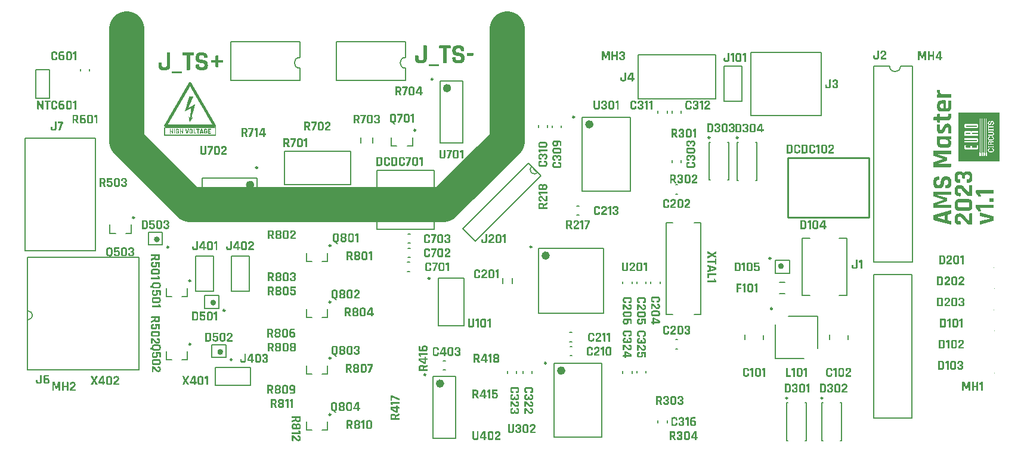
<source format=gto>
G04*
G04 #@! TF.GenerationSoftware,Altium Limited,Altium Designer,22.7.1 (60)*
G04*
G04 Layer_Color=65535*
%FSLAX44Y44*%
%MOMM*%
G71*
G04*
G04 #@! TF.SameCoordinates,F110A0D0-B471-48EF-BBF6-E10C2EB46B9C*
G04*
G04*
G04 #@! TF.FilePolarity,Positive*
G04*
G01*
G75*
%ADD10C,0.2500*%
%ADD11C,0.6000*%
%ADD12C,0.1000*%
%ADD13C,0.2000*%
%ADD14C,0.4000*%
%ADD15C,0.2540*%
%ADD16C,5.0000*%
G36*
X239454Y532662D02*
X239564D01*
Y532553D01*
X239673D01*
Y532662D01*
X239782D01*
Y532553D01*
X240109D01*
Y532444D01*
X240218D01*
Y532335D01*
X240327D01*
Y532226D01*
X240436D01*
Y532117D01*
X240655D01*
Y532007D01*
Y531898D01*
X240764D01*
Y531789D01*
X240873D01*
Y531680D01*
X240982D01*
Y531571D01*
Y531462D01*
X241091D01*
Y531353D01*
Y531244D01*
X241200D01*
Y531135D01*
X241309D01*
Y531026D01*
Y530916D01*
Y530807D01*
X241418D01*
Y530698D01*
X241528D01*
Y530589D01*
X241637D01*
Y530480D01*
Y530371D01*
Y530262D01*
X241746D01*
Y530153D01*
X241855D01*
Y530043D01*
Y529934D01*
X241964D01*
Y529825D01*
Y529716D01*
X242073D01*
Y529607D01*
X242182D01*
Y529498D01*
X242291D01*
Y529389D01*
X242182D01*
Y529280D01*
X242291D01*
Y529171D01*
X242400D01*
Y529062D01*
X242509D01*
Y528952D01*
X242400D01*
Y528843D01*
X242619D01*
Y528734D01*
Y528625D01*
X242728D01*
Y528516D01*
X242837D01*
Y528407D01*
Y528298D01*
Y528189D01*
X242946D01*
Y528079D01*
X243055D01*
Y527970D01*
X243164D01*
Y527861D01*
X243055D01*
Y527752D01*
X243164D01*
Y527643D01*
X243273D01*
Y527534D01*
X243382D01*
Y527425D01*
Y527316D01*
X243491D01*
Y527207D01*
Y527098D01*
X243601D01*
Y526988D01*
Y526879D01*
X243710D01*
Y526770D01*
Y526661D01*
X243819D01*
Y526552D01*
X243928D01*
Y526443D01*
X244037D01*
Y526334D01*
Y526225D01*
Y526115D01*
X244146D01*
Y526006D01*
X244255D01*
Y525897D01*
Y525788D01*
X244364D01*
Y525679D01*
Y525570D01*
X244473D01*
Y525461D01*
X244583D01*
Y525352D01*
X244692D01*
Y525243D01*
X244583D01*
Y525134D01*
X244692D01*
Y525024D01*
X244801D01*
Y524915D01*
X244910D01*
Y524806D01*
Y524697D01*
X245019D01*
Y524588D01*
Y524479D01*
X245128D01*
Y524370D01*
X245237D01*
Y524261D01*
Y524152D01*
Y524042D01*
X245346D01*
Y523933D01*
X245455D01*
Y523824D01*
Y523715D01*
Y523606D01*
X245565D01*
Y523497D01*
X245674D01*
Y523388D01*
X245783D01*
Y523279D01*
Y523170D01*
X245892D01*
Y523060D01*
Y522951D01*
X246001D01*
Y522842D01*
Y522733D01*
X246110D01*
Y522624D01*
Y522515D01*
X246219D01*
Y522406D01*
X246328D01*
Y522297D01*
X246437D01*
Y522188D01*
Y522079D01*
Y521969D01*
X246547D01*
Y521860D01*
X246656D01*
Y521751D01*
Y521642D01*
X246765D01*
Y521533D01*
Y521424D01*
X246874D01*
Y521315D01*
X246983D01*
Y521206D01*
X247092D01*
Y521096D01*
X246983D01*
Y520987D01*
X247092D01*
Y520878D01*
X247201D01*
Y520769D01*
X247310D01*
Y520660D01*
X247201D01*
Y520551D01*
X247310D01*
Y520442D01*
X247419D01*
Y520333D01*
X247529D01*
Y520224D01*
Y520115D01*
X247638D01*
Y520005D01*
Y519896D01*
X247747D01*
Y519787D01*
X247856D01*
Y519678D01*
Y519569D01*
Y519460D01*
X247965D01*
Y519351D01*
X248074D01*
Y519242D01*
X248183D01*
Y519132D01*
Y519023D01*
Y518914D01*
X248292D01*
Y518805D01*
X248402D01*
Y518696D01*
Y518587D01*
X248511D01*
Y518478D01*
Y518369D01*
X248620D01*
Y518260D01*
X248729D01*
Y518150D01*
X248838D01*
Y518041D01*
X248729D01*
Y517932D01*
X248838D01*
Y517823D01*
X248947D01*
Y517714D01*
X249056D01*
Y517605D01*
Y517496D01*
X249165D01*
Y517387D01*
Y517278D01*
X249274D01*
Y517169D01*
X249384D01*
Y517059D01*
X249493D01*
Y516950D01*
X249384D01*
Y516841D01*
X249493D01*
Y516732D01*
X249602D01*
Y516623D01*
X249711D01*
Y516514D01*
X249602D01*
Y516405D01*
X249711D01*
Y516296D01*
X249820D01*
Y516186D01*
X249929D01*
Y516077D01*
Y515968D01*
X250038D01*
Y515859D01*
Y515750D01*
X250147D01*
Y515641D01*
X250256D01*
Y515532D01*
Y515423D01*
Y515314D01*
X250366D01*
Y515205D01*
X250475D01*
Y515095D01*
X250584D01*
Y514986D01*
Y514877D01*
Y514768D01*
X250693D01*
Y514659D01*
X250802D01*
Y514550D01*
Y514441D01*
X250911D01*
Y514332D01*
Y514222D01*
X251020D01*
Y514113D01*
X251129D01*
Y514004D01*
X251238D01*
Y513895D01*
X251129D01*
Y513786D01*
X251238D01*
Y513677D01*
X251348D01*
Y513568D01*
X251457D01*
Y513459D01*
Y513350D01*
X251566D01*
Y513241D01*
Y513131D01*
X251675D01*
Y513022D01*
X251784D01*
Y512913D01*
Y512804D01*
Y512695D01*
X251893D01*
Y512586D01*
X252002D01*
Y512477D01*
X252111D01*
Y512368D01*
X252002D01*
Y512258D01*
X252111D01*
Y512149D01*
X252220D01*
Y512040D01*
X252330D01*
Y511931D01*
Y511822D01*
X252439D01*
Y511713D01*
Y511604D01*
X252548D01*
Y511495D01*
Y511386D01*
X252657D01*
Y511277D01*
Y511167D01*
X252766D01*
Y511058D01*
X252875D01*
Y510949D01*
X252984D01*
Y510840D01*
Y510731D01*
Y510622D01*
X253093D01*
Y510513D01*
X253202D01*
Y510404D01*
Y510294D01*
X253312D01*
Y510185D01*
Y510076D01*
X253421D01*
Y509967D01*
X253530D01*
Y509858D01*
X253639D01*
Y509749D01*
X253530D01*
Y509640D01*
X253639D01*
Y509531D01*
X253748D01*
Y509422D01*
X253857D01*
Y509313D01*
X253748D01*
Y509203D01*
X253966D01*
Y509094D01*
Y508985D01*
X254075D01*
Y508876D01*
X254184D01*
Y508767D01*
Y508658D01*
Y508549D01*
X254293D01*
Y508440D01*
X254403D01*
Y508330D01*
X254512D01*
Y508221D01*
X254403D01*
Y508112D01*
X254512D01*
Y508003D01*
X254621D01*
Y507894D01*
X254730D01*
Y507785D01*
Y507676D01*
Y507567D01*
X254839D01*
Y507458D01*
X254948D01*
Y507349D01*
Y507239D01*
X255057D01*
Y507130D01*
Y507021D01*
X255166D01*
Y506912D01*
X255275D01*
Y506803D01*
X255385D01*
Y506694D01*
Y506585D01*
Y506476D01*
X255494D01*
Y506367D01*
X255603D01*
Y506257D01*
Y506148D01*
X255712D01*
Y506039D01*
Y505930D01*
X255821D01*
Y505821D01*
X255930D01*
Y505712D01*
X256039D01*
Y505603D01*
X255930D01*
Y505494D01*
X256039D01*
Y505385D01*
X256148D01*
Y505275D01*
X256257D01*
Y505166D01*
Y505057D01*
Y504948D01*
X256367D01*
Y504839D01*
X256476D01*
Y504730D01*
Y504621D01*
X256585D01*
Y504512D01*
Y504403D01*
X256694D01*
Y504294D01*
X256803D01*
Y504184D01*
Y504075D01*
Y503966D01*
X256912D01*
Y503857D01*
X257021D01*
Y503748D01*
X257130D01*
Y503639D01*
Y503530D01*
Y503421D01*
X257239D01*
Y503312D01*
X257348D01*
Y503202D01*
Y503093D01*
X257458D01*
Y502984D01*
Y502875D01*
X257567D01*
Y502766D01*
X257676D01*
Y502657D01*
X257785D01*
Y502548D01*
Y502439D01*
Y502329D01*
X257894D01*
Y502220D01*
X258003D01*
Y502111D01*
Y502002D01*
X258112D01*
Y501893D01*
Y501784D01*
X258221D01*
Y501675D01*
X258330D01*
Y501566D01*
Y501457D01*
Y501348D01*
X258440D01*
Y501238D01*
X258549D01*
Y501129D01*
X258658D01*
Y501020D01*
X258549D01*
Y500911D01*
X258658D01*
Y500802D01*
X258767D01*
Y500693D01*
X258876D01*
Y500584D01*
Y500475D01*
X259094D01*
Y500365D01*
X258985D01*
Y500256D01*
X259094D01*
Y500147D01*
X259203D01*
Y500038D01*
Y499929D01*
Y499820D01*
X259312D01*
Y499711D01*
X259422D01*
Y499602D01*
X259531D01*
Y499493D01*
Y499384D01*
Y499274D01*
X259640D01*
Y499165D01*
X259749D01*
Y499056D01*
Y498947D01*
X259858D01*
Y498838D01*
Y498729D01*
X259967D01*
Y498620D01*
X260076D01*
Y498511D01*
X260185D01*
Y498401D01*
X260076D01*
Y498292D01*
X260185D01*
Y498183D01*
X260294D01*
Y498074D01*
X260404D01*
Y497965D01*
X260294D01*
Y497856D01*
X260513D01*
Y497747D01*
Y497638D01*
X260622D01*
Y497529D01*
Y497420D01*
X260731D01*
Y497310D01*
Y497201D01*
X260840D01*
Y497092D01*
X260949D01*
Y496983D01*
X261058D01*
Y496874D01*
X260949D01*
Y496765D01*
X261058D01*
Y496656D01*
X261167D01*
Y496547D01*
X261276D01*
Y496437D01*
Y496328D01*
Y496219D01*
X261386D01*
Y496110D01*
X261495D01*
Y496001D01*
Y495892D01*
X261604D01*
Y495783D01*
Y495674D01*
X261713D01*
Y495565D01*
X261822D01*
Y495456D01*
X261931D01*
Y495346D01*
Y495237D01*
Y495128D01*
X262040D01*
Y495019D01*
X262149D01*
Y494910D01*
Y494801D01*
X262258D01*
Y494692D01*
Y494583D01*
X262368D01*
Y494473D01*
X262477D01*
Y494364D01*
X262586D01*
Y494255D01*
X262477D01*
Y494146D01*
X262586D01*
Y494037D01*
X262695D01*
Y493928D01*
X262804D01*
Y493819D01*
Y493710D01*
Y493601D01*
X262913D01*
Y493492D01*
X263022D01*
Y493382D01*
X263131D01*
Y493273D01*
Y493164D01*
Y493055D01*
X263241D01*
Y492946D01*
X263350D01*
Y492837D01*
Y492728D01*
Y492619D01*
X263459D01*
Y492510D01*
X263568D01*
Y492400D01*
X263677D01*
Y492291D01*
Y492182D01*
X263786D01*
Y492073D01*
Y491964D01*
X263895D01*
Y491855D01*
Y491746D01*
X264004D01*
Y491637D01*
Y491527D01*
X264113D01*
Y491418D01*
X264223D01*
Y491309D01*
X264332D01*
Y491200D01*
Y491091D01*
Y490982D01*
X264441D01*
Y490873D01*
X264550D01*
Y490764D01*
Y490655D01*
X264659D01*
Y490546D01*
Y490437D01*
X264768D01*
Y490327D01*
X264877D01*
Y490218D01*
X264986D01*
Y490109D01*
X264877D01*
Y490000D01*
X264986D01*
Y489891D01*
X265095D01*
Y489782D01*
X265205D01*
Y489673D01*
X265095D01*
Y489564D01*
X265205D01*
Y489454D01*
X265314D01*
Y489345D01*
X265423D01*
Y489236D01*
Y489127D01*
X265532D01*
Y489018D01*
Y488909D01*
X265641D01*
Y488800D01*
X265750D01*
Y488691D01*
Y488582D01*
Y488473D01*
X265859D01*
Y488363D01*
X265968D01*
Y488254D01*
X266077D01*
Y488145D01*
Y488036D01*
Y487927D01*
X266187D01*
Y487818D01*
X266296D01*
Y487709D01*
Y487600D01*
X266405D01*
Y487491D01*
Y487381D01*
X266514D01*
Y487272D01*
X266623D01*
Y487163D01*
X266732D01*
Y487054D01*
X266623D01*
Y486945D01*
X266732D01*
Y486836D01*
X266841D01*
Y486727D01*
X266950D01*
Y486618D01*
X266841D01*
Y486508D01*
X267059D01*
Y486399D01*
Y486290D01*
X267169D01*
Y486181D01*
X267278D01*
Y486072D01*
Y485963D01*
Y485854D01*
X267387D01*
Y485745D01*
X267496D01*
Y485636D01*
X267605D01*
Y485527D01*
X267496D01*
Y485417D01*
X267605D01*
Y485308D01*
X267714D01*
Y485199D01*
X267823D01*
Y485090D01*
Y484981D01*
X267932D01*
Y484872D01*
Y484763D01*
X268041D01*
Y484654D01*
X268151D01*
Y484544D01*
Y484435D01*
Y484326D01*
X268260D01*
Y484217D01*
X268369D01*
Y484108D01*
X268478D01*
Y483999D01*
Y483890D01*
Y483781D01*
X268587D01*
Y483672D01*
X268696D01*
Y483563D01*
Y483453D01*
X268805D01*
Y483344D01*
Y483235D01*
X268914D01*
Y483126D01*
X269023D01*
Y483017D01*
X269132D01*
Y482908D01*
X269023D01*
Y482799D01*
X269132D01*
Y482690D01*
X269242D01*
Y482580D01*
X269351D01*
Y482471D01*
Y482362D01*
X269460D01*
Y482253D01*
Y482144D01*
X269569D01*
Y482035D01*
X269678D01*
Y481926D01*
Y481817D01*
Y481708D01*
X269787D01*
Y481599D01*
X269896D01*
Y481489D01*
Y481380D01*
Y481271D01*
X270005D01*
Y481162D01*
X270114D01*
Y481053D01*
X270224D01*
Y480944D01*
Y480835D01*
X270333D01*
Y480726D01*
Y480616D01*
X270442D01*
Y480507D01*
Y480398D01*
X270551D01*
Y480289D01*
Y480180D01*
X270660D01*
Y480071D01*
X270769D01*
Y479962D01*
X270878D01*
Y479853D01*
Y479744D01*
Y479635D01*
X270987D01*
Y479525D01*
X271096D01*
Y479416D01*
Y479307D01*
X271206D01*
Y479198D01*
Y479089D01*
X271315D01*
Y478980D01*
X271424D01*
Y478871D01*
X271533D01*
Y478762D01*
X271424D01*
Y478652D01*
X271533D01*
Y478543D01*
X271642D01*
Y478434D01*
X271751D01*
Y478325D01*
X271642D01*
Y478216D01*
X271860D01*
Y478107D01*
Y477998D01*
X271969D01*
Y477889D01*
Y477780D01*
X272188D01*
Y477671D01*
X272078D01*
Y477561D01*
X272188D01*
Y477452D01*
X272297D01*
Y477343D01*
Y477234D01*
Y477125D01*
X272406D01*
Y477016D01*
X272515D01*
Y476907D01*
X272624D01*
Y476798D01*
Y476689D01*
Y476579D01*
X272733D01*
Y476470D01*
X272842D01*
Y476361D01*
Y476252D01*
X272951D01*
Y476143D01*
Y476034D01*
X273060D01*
Y475925D01*
X273169D01*
Y475816D01*
X273279D01*
Y475707D01*
Y475597D01*
Y475488D01*
X273388D01*
Y475379D01*
X273497D01*
Y475270D01*
Y475161D01*
X273606D01*
Y475052D01*
Y474943D01*
X273715D01*
Y474834D01*
X273824D01*
Y474725D01*
X273933D01*
Y474616D01*
X273824D01*
Y474506D01*
X273933D01*
Y474397D01*
X274042D01*
Y474288D01*
X274151D01*
Y474179D01*
Y474070D01*
Y473961D01*
X274261D01*
Y473852D01*
X274370D01*
Y473743D01*
Y473633D01*
X274479D01*
Y473524D01*
Y473415D01*
X274588D01*
Y473306D01*
X274697D01*
Y473197D01*
Y473088D01*
Y472979D01*
X274806D01*
Y472870D01*
X274915D01*
Y472761D01*
X275024D01*
Y472651D01*
Y472542D01*
Y472433D01*
X275133D01*
Y472324D01*
X275243D01*
Y472215D01*
Y472106D01*
X275352D01*
Y471997D01*
Y471888D01*
X275461D01*
Y471779D01*
X275570D01*
Y471670D01*
X275679D01*
Y471560D01*
X275570D01*
Y471451D01*
X275679D01*
Y471342D01*
X275788D01*
Y471233D01*
Y471124D01*
Y471015D01*
X275897D01*
Y470906D01*
Y470797D01*
Y470687D01*
Y470578D01*
Y470469D01*
Y470360D01*
Y470251D01*
X275788D01*
Y470142D01*
X275897D01*
Y470033D01*
X275788D01*
Y469924D01*
Y469815D01*
Y469706D01*
X275679D01*
Y469596D01*
X275570D01*
Y469487D01*
X275679D01*
Y469378D01*
X275461D01*
Y469269D01*
Y469160D01*
X275133D01*
Y469051D01*
X275243D01*
Y468942D01*
X274915D01*
Y468833D01*
X274806D01*
Y468723D01*
X274479D01*
Y468614D01*
X274588D01*
Y468505D01*
X274697D01*
Y468614D01*
X275024D01*
Y468505D01*
X275133D01*
Y468614D01*
X275461D01*
Y468505D01*
X275570D01*
Y468614D01*
X275679D01*
Y468505D01*
X275788D01*
Y468614D01*
X275897D01*
Y468505D01*
Y468396D01*
Y468287D01*
Y468178D01*
Y468069D01*
Y467960D01*
Y467851D01*
Y467742D01*
Y467632D01*
Y467523D01*
Y467414D01*
Y467305D01*
Y467196D01*
Y467087D01*
Y466978D01*
Y466869D01*
Y466759D01*
Y466650D01*
Y466541D01*
Y466432D01*
Y466323D01*
Y466214D01*
Y466105D01*
Y465996D01*
Y465887D01*
Y465778D01*
Y465668D01*
Y465559D01*
Y465450D01*
Y465341D01*
Y465232D01*
Y465123D01*
Y465014D01*
Y464905D01*
Y464795D01*
Y464686D01*
Y464577D01*
Y464468D01*
Y464359D01*
Y464250D01*
Y464141D01*
Y464032D01*
Y463923D01*
Y463814D01*
Y463704D01*
Y463595D01*
Y463486D01*
Y463377D01*
Y463268D01*
Y463159D01*
Y463050D01*
Y462941D01*
Y462831D01*
Y462722D01*
Y462613D01*
Y462504D01*
Y462395D01*
Y462286D01*
Y462177D01*
Y462068D01*
Y461959D01*
Y461850D01*
Y461740D01*
Y461631D01*
Y461522D01*
Y461413D01*
Y461304D01*
Y461195D01*
Y461086D01*
Y460977D01*
Y460868D01*
Y460758D01*
Y460649D01*
Y460540D01*
Y460431D01*
Y460322D01*
Y460213D01*
Y460104D01*
Y459995D01*
Y459885D01*
Y459776D01*
Y459667D01*
Y459558D01*
Y459449D01*
Y459340D01*
Y459231D01*
Y459122D01*
Y459013D01*
Y458904D01*
Y458795D01*
Y458685D01*
Y458576D01*
Y458467D01*
Y458358D01*
Y458249D01*
Y458140D01*
Y458031D01*
Y457922D01*
Y457812D01*
Y457703D01*
Y457594D01*
Y457485D01*
Y457376D01*
Y457267D01*
Y457158D01*
Y457049D01*
Y456940D01*
Y456830D01*
Y456721D01*
Y456612D01*
X202466D01*
Y456721D01*
Y456830D01*
Y456940D01*
Y457049D01*
Y457158D01*
Y457267D01*
Y457376D01*
Y457485D01*
Y457594D01*
Y457703D01*
Y457812D01*
Y457922D01*
Y458031D01*
Y458140D01*
Y458249D01*
Y458358D01*
Y458467D01*
Y458576D01*
Y458685D01*
Y458795D01*
Y458904D01*
Y459013D01*
Y459122D01*
Y459231D01*
Y459340D01*
Y459449D01*
Y459558D01*
Y459667D01*
Y459776D01*
Y459885D01*
Y459995D01*
Y460104D01*
Y460213D01*
Y460322D01*
Y460431D01*
Y460540D01*
Y460649D01*
Y460758D01*
Y460868D01*
Y460977D01*
Y461086D01*
Y461195D01*
Y461304D01*
Y461413D01*
Y461522D01*
Y461631D01*
Y461740D01*
Y461850D01*
Y461959D01*
Y462068D01*
Y462177D01*
Y462286D01*
Y462395D01*
Y462504D01*
Y462613D01*
Y462722D01*
Y462831D01*
Y462941D01*
Y463050D01*
Y463159D01*
Y463268D01*
Y463377D01*
Y463486D01*
Y463595D01*
Y463704D01*
Y463814D01*
Y463923D01*
Y464032D01*
Y464141D01*
Y464250D01*
Y464359D01*
Y464468D01*
Y464577D01*
Y464686D01*
Y464795D01*
Y464905D01*
Y465014D01*
Y465123D01*
Y465232D01*
Y465341D01*
Y465450D01*
Y465559D01*
Y465668D01*
Y465778D01*
Y465887D01*
Y465996D01*
Y466105D01*
Y466214D01*
Y466323D01*
Y466432D01*
Y466541D01*
Y466650D01*
Y466759D01*
Y466869D01*
Y466978D01*
Y467087D01*
Y467196D01*
Y467305D01*
Y467414D01*
Y467523D01*
Y467632D01*
Y467742D01*
Y467851D01*
Y467960D01*
Y468069D01*
Y468178D01*
Y468287D01*
Y468396D01*
Y468505D01*
Y468614D01*
X202575D01*
Y468505D01*
X202684D01*
Y468614D01*
X203012D01*
Y468505D01*
X203121D01*
Y468614D01*
X203448D01*
Y468505D01*
X203557D01*
Y468614D01*
X203885D01*
Y468505D01*
X203994D01*
Y468614D01*
X203885D01*
Y468723D01*
X203557D01*
Y468833D01*
X203448D01*
Y468942D01*
X203121D01*
Y469051D01*
X203012D01*
Y469160D01*
X202903D01*
Y469269D01*
Y469378D01*
X202684D01*
Y469487D01*
X202793D01*
Y469596D01*
X202684D01*
Y469706D01*
X202575D01*
Y469815D01*
Y469924D01*
Y470033D01*
X202466D01*
Y470142D01*
X202575D01*
Y470251D01*
X202466D01*
Y470360D01*
Y470469D01*
Y470578D01*
Y470687D01*
Y470797D01*
X202575D01*
Y470906D01*
X202466D01*
Y471015D01*
X202575D01*
Y471124D01*
Y471233D01*
Y471342D01*
X202684D01*
Y471451D01*
X202793D01*
Y471560D01*
X202684D01*
Y471670D01*
X202793D01*
Y471779D01*
X202903D01*
Y471888D01*
X203012D01*
Y471997D01*
Y472106D01*
X203121D01*
Y472215D01*
Y472324D01*
X203230D01*
Y472433D01*
X203339D01*
Y472542D01*
Y472651D01*
Y472761D01*
X203448D01*
Y472870D01*
X203557D01*
Y472979D01*
X203666D01*
Y473088D01*
Y473197D01*
Y473306D01*
X203775D01*
Y473415D01*
X203885D01*
Y473524D01*
Y473633D01*
X203994D01*
Y473743D01*
Y473852D01*
X204103D01*
Y473961D01*
X204212D01*
Y474070D01*
X204321D01*
Y474179D01*
X204212D01*
Y474288D01*
X204321D01*
Y474397D01*
X204430D01*
Y474506D01*
X204539D01*
Y474616D01*
X204430D01*
Y474725D01*
X204648D01*
Y474834D01*
Y474943D01*
X204757D01*
Y475052D01*
Y475161D01*
X204976D01*
Y475270D01*
X204867D01*
Y475379D01*
X204976D01*
Y475488D01*
X205085D01*
Y475597D01*
X205194D01*
Y475707D01*
X205085D01*
Y475816D01*
X205194D01*
Y475925D01*
X205303D01*
Y476034D01*
X205412D01*
Y476143D01*
Y476252D01*
Y476361D01*
X205521D01*
Y476470D01*
X205630D01*
Y476579D01*
X205739D01*
Y476689D01*
Y476798D01*
Y476907D01*
X205849D01*
Y477016D01*
X205958D01*
Y477125D01*
X206067D01*
Y477234D01*
Y477343D01*
Y477452D01*
X206176D01*
Y477561D01*
X206285D01*
Y477671D01*
X206176D01*
Y477780D01*
X206394D01*
Y477889D01*
Y477998D01*
X206503D01*
Y478107D01*
X206612D01*
Y478216D01*
X206721D01*
Y478325D01*
X206612D01*
Y478434D01*
X206721D01*
Y478543D01*
X206830D01*
Y478652D01*
X206940D01*
Y478762D01*
X206830D01*
Y478871D01*
X206940D01*
Y478980D01*
X207049D01*
Y479089D01*
X207158D01*
Y479198D01*
Y479307D01*
X207267D01*
Y479416D01*
Y479525D01*
X207376D01*
Y479635D01*
X207485D01*
Y479744D01*
Y479853D01*
Y479962D01*
X207594D01*
Y480071D01*
X207703D01*
Y480180D01*
X207812D01*
Y480289D01*
Y480398D01*
Y480507D01*
X207922D01*
Y480616D01*
X208031D01*
Y480726D01*
Y480835D01*
X208140D01*
Y480944D01*
Y481053D01*
X208249D01*
Y481162D01*
X208358D01*
Y481271D01*
X208467D01*
Y481380D01*
X208358D01*
Y481489D01*
X208467D01*
Y481599D01*
X208576D01*
Y481708D01*
X208685D01*
Y481817D01*
Y481926D01*
X208794D01*
Y482035D01*
Y482144D01*
X208904D01*
Y482253D01*
X209013D01*
Y482362D01*
Y482471D01*
Y482580D01*
X209122D01*
Y482690D01*
X209231D01*
Y482799D01*
X209340D01*
Y482908D01*
X209231D01*
Y483017D01*
X209340D01*
Y483126D01*
X209449D01*
Y483235D01*
X209558D01*
Y483344D01*
Y483453D01*
X209667D01*
Y483563D01*
Y483672D01*
X209776D01*
Y483781D01*
X209886D01*
Y483890D01*
X209995D01*
Y483999D01*
X209886D01*
Y484108D01*
X209995D01*
Y484217D01*
X210104D01*
Y484326D01*
X210213D01*
Y484435D01*
Y484544D01*
Y484654D01*
X210322D01*
Y484763D01*
X210431D01*
Y484872D01*
Y484981D01*
X210540D01*
Y485090D01*
Y485199D01*
X210649D01*
Y485308D01*
X210758D01*
Y485417D01*
X210868D01*
Y485527D01*
X210758D01*
Y485636D01*
X210868D01*
Y485745D01*
X210977D01*
Y485854D01*
X211086D01*
Y485963D01*
X210977D01*
Y486072D01*
X211195D01*
Y486181D01*
Y486290D01*
X211304D01*
Y486399D01*
X211413D01*
Y486508D01*
X211522D01*
Y486618D01*
X211413D01*
Y486727D01*
X211522D01*
Y486836D01*
X211631D01*
Y486945D01*
X211740D01*
Y487054D01*
X211631D01*
Y487163D01*
X211740D01*
Y487272D01*
X211849D01*
Y487381D01*
X211959D01*
Y487491D01*
Y487600D01*
Y487709D01*
X212068D01*
Y487818D01*
X212177D01*
Y487927D01*
X212286D01*
Y488036D01*
Y488145D01*
Y488254D01*
X212395D01*
Y488363D01*
X212504D01*
Y488473D01*
X212613D01*
Y488582D01*
Y488691D01*
Y488800D01*
X212722D01*
Y488909D01*
X212831D01*
Y489018D01*
Y489127D01*
X212941D01*
Y489236D01*
Y489345D01*
X213050D01*
Y489454D01*
X213159D01*
Y489564D01*
X213268D01*
Y489673D01*
X213159D01*
Y489782D01*
X213268D01*
Y489891D01*
X213377D01*
Y490000D01*
X213486D01*
Y490109D01*
Y490218D01*
Y490327D01*
X213595D01*
Y490437D01*
X213704D01*
Y490546D01*
X213813D01*
Y490655D01*
Y490764D01*
Y490873D01*
X213923D01*
Y490982D01*
X214032D01*
Y491091D01*
X214141D01*
Y491200D01*
X214032D01*
Y491309D01*
X214141D01*
Y491418D01*
X214250D01*
Y491527D01*
X214359D01*
Y491637D01*
Y491746D01*
X214468D01*
Y491855D01*
Y491964D01*
X214577D01*
Y492073D01*
Y492182D01*
X214686D01*
Y492291D01*
Y492400D01*
X214795D01*
Y492510D01*
X214905D01*
Y492619D01*
X215014D01*
Y492728D01*
Y492837D01*
Y492946D01*
X215123D01*
Y493055D01*
X215232D01*
Y493164D01*
Y493273D01*
X215341D01*
Y493382D01*
Y493492D01*
X215450D01*
Y493601D01*
X215559D01*
Y493710D01*
Y493819D01*
Y493928D01*
X215668D01*
Y494037D01*
X215777D01*
Y494146D01*
X215887D01*
Y494255D01*
X215777D01*
Y494364D01*
X215887D01*
Y494473D01*
X215996D01*
Y494583D01*
X216105D01*
Y494692D01*
Y494801D01*
X216214D01*
Y494910D01*
Y495019D01*
X216323D01*
Y495128D01*
X216432D01*
Y495237D01*
X216541D01*
Y495346D01*
X216432D01*
Y495456D01*
X216541D01*
Y495565D01*
X216650D01*
Y495674D01*
X216759D01*
Y495783D01*
Y495892D01*
Y496001D01*
X216869D01*
Y496110D01*
X216978D01*
Y496219D01*
Y496328D01*
X217087D01*
Y496437D01*
Y496547D01*
X217196D01*
Y496656D01*
X217305D01*
Y496765D01*
X217414D01*
Y496874D01*
X217305D01*
Y496983D01*
X217414D01*
Y497092D01*
X217523D01*
Y497201D01*
X217632D01*
Y497310D01*
X217523D01*
Y497420D01*
X217742D01*
Y497529D01*
Y497638D01*
X217851D01*
Y497747D01*
X217960D01*
Y497856D01*
X218069D01*
Y497965D01*
X217960D01*
Y498074D01*
X218069D01*
Y498183D01*
X218178D01*
Y498292D01*
X218287D01*
Y498401D01*
X218178D01*
Y498511D01*
X218287D01*
Y498620D01*
X218396D01*
Y498729D01*
X218505D01*
Y498838D01*
Y498947D01*
Y499056D01*
X218614D01*
Y499165D01*
X218724D01*
Y499274D01*
X218833D01*
Y499384D01*
Y499493D01*
Y499602D01*
X218942D01*
Y499711D01*
X219051D01*
Y499820D01*
X219160D01*
Y499929D01*
Y500038D01*
Y500147D01*
X219269D01*
Y500256D01*
X219378D01*
Y500365D01*
Y500475D01*
X219487D01*
Y500584D01*
Y500693D01*
X219596D01*
Y500802D01*
X219706D01*
Y500911D01*
X219815D01*
Y501020D01*
X219706D01*
Y501129D01*
X219815D01*
Y501238D01*
X219924D01*
Y501348D01*
X220033D01*
Y501457D01*
Y501566D01*
Y501675D01*
X220142D01*
Y501784D01*
X220251D01*
Y501893D01*
X220360D01*
Y502002D01*
Y502111D01*
Y502220D01*
X220469D01*
Y502329D01*
X220578D01*
Y502439D01*
X220688D01*
Y502548D01*
X220578D01*
Y502657D01*
X220688D01*
Y502766D01*
X220797D01*
Y502875D01*
X220906D01*
Y502984D01*
Y503093D01*
X221015D01*
Y503202D01*
Y503312D01*
X221124D01*
Y503421D01*
Y503530D01*
X221233D01*
Y503639D01*
Y503748D01*
X221342D01*
Y503857D01*
X221451D01*
Y503966D01*
X221560D01*
Y504075D01*
Y504184D01*
Y504294D01*
X221670D01*
Y504403D01*
X221779D01*
Y504512D01*
Y504621D01*
X221888D01*
Y504730D01*
Y504839D01*
X221997D01*
Y504948D01*
X222106D01*
Y505057D01*
X222215D01*
Y505166D01*
X222106D01*
Y505275D01*
X222215D01*
Y505385D01*
X222324D01*
Y505494D01*
X222433D01*
Y505603D01*
X222324D01*
Y505712D01*
X222542D01*
Y505821D01*
Y505930D01*
X222651D01*
Y506039D01*
Y506148D01*
X222870D01*
Y506257D01*
X222761D01*
Y506367D01*
X222870D01*
Y506476D01*
X222979D01*
Y506585D01*
X223088D01*
Y506694D01*
X222979D01*
Y506803D01*
X223088D01*
Y506912D01*
X223197D01*
Y507021D01*
X223306D01*
Y507130D01*
Y507239D01*
Y507349D01*
X223415D01*
Y507458D01*
X223524D01*
Y507567D01*
Y507676D01*
X223633D01*
Y507785D01*
Y507894D01*
X223743D01*
Y508003D01*
X223852D01*
Y508112D01*
X223961D01*
Y508221D01*
X223852D01*
Y508330D01*
X223961D01*
Y508440D01*
X224070D01*
Y508549D01*
X224179D01*
Y508658D01*
X224070D01*
Y508767D01*
X224288D01*
Y508876D01*
Y508985D01*
X224397D01*
Y509094D01*
X224506D01*
Y509203D01*
X224615D01*
Y509313D01*
X224506D01*
Y509422D01*
X224615D01*
Y509531D01*
X224725D01*
Y509640D01*
X224834D01*
Y509749D01*
X224725D01*
Y509858D01*
X224834D01*
Y509967D01*
X224943D01*
Y510076D01*
X225052D01*
Y510185D01*
X225161D01*
Y510294D01*
Y510404D01*
Y510513D01*
X225270D01*
Y510622D01*
X225379D01*
Y510731D01*
Y510840D01*
Y510949D01*
X225488D01*
Y511058D01*
X225597D01*
Y511167D01*
X225707D01*
Y511277D01*
Y511386D01*
Y511495D01*
X225816D01*
Y511604D01*
X225925D01*
Y511713D01*
Y511822D01*
X226034D01*
Y511931D01*
Y512040D01*
X226143D01*
Y512149D01*
X226252D01*
Y512258D01*
X226361D01*
Y512368D01*
X226252D01*
Y512477D01*
X226361D01*
Y512586D01*
X226470D01*
Y512695D01*
X226579D01*
Y512804D01*
Y512913D01*
X226688D01*
Y513022D01*
Y513131D01*
X226798D01*
Y513241D01*
X226907D01*
Y513350D01*
Y513459D01*
Y513568D01*
X227016D01*
Y513677D01*
X227125D01*
Y513786D01*
X227234D01*
Y513895D01*
X227125D01*
Y514004D01*
X227234D01*
Y514113D01*
X227343D01*
Y514222D01*
X227452D01*
Y514332D01*
Y514441D01*
X227561D01*
Y514550D01*
Y514659D01*
X227670D01*
Y514768D01*
X227780D01*
Y514877D01*
Y514986D01*
Y515095D01*
X227889D01*
Y515205D01*
X227998D01*
Y515314D01*
X228107D01*
Y515423D01*
Y515532D01*
Y515641D01*
X228216D01*
Y515750D01*
X228325D01*
Y515859D01*
Y515968D01*
X228434D01*
Y516077D01*
Y516186D01*
X228543D01*
Y516296D01*
X228652D01*
Y516405D01*
X228762D01*
Y516514D01*
X228652D01*
Y516623D01*
X228762D01*
Y516732D01*
X228871D01*
Y516841D01*
X228980D01*
Y516950D01*
X228871D01*
Y517059D01*
X229089D01*
Y517169D01*
Y517278D01*
X229198D01*
Y517387D01*
X229307D01*
Y517496D01*
X229416D01*
Y517605D01*
X229307D01*
Y517714D01*
X229416D01*
Y517823D01*
X229525D01*
Y517932D01*
X229634D01*
Y518041D01*
X229525D01*
Y518150D01*
X229634D01*
Y518260D01*
X229744D01*
Y518369D01*
X229853D01*
Y518478D01*
Y518587D01*
Y518696D01*
X229962D01*
Y518805D01*
X230071D01*
Y518914D01*
X230180D01*
Y519023D01*
Y519132D01*
Y519242D01*
X230289D01*
Y519351D01*
X230398D01*
Y519460D01*
X230507D01*
Y519569D01*
Y519678D01*
Y519787D01*
X230616D01*
Y519896D01*
X230726D01*
Y520005D01*
Y520115D01*
X230835D01*
Y520224D01*
Y520333D01*
X230944D01*
Y520442D01*
X231053D01*
Y520551D01*
X231162D01*
Y520660D01*
X231053D01*
Y520769D01*
X231162D01*
Y520878D01*
X231271D01*
Y520987D01*
X231380D01*
Y521096D01*
X231271D01*
Y521206D01*
X231380D01*
Y521315D01*
X231489D01*
Y521424D01*
X231598D01*
Y521533D01*
Y521642D01*
X231708D01*
Y521751D01*
Y521860D01*
X231817D01*
Y521969D01*
X231926D01*
Y522079D01*
Y522188D01*
Y522297D01*
X232035D01*
Y522406D01*
X232144D01*
Y522515D01*
X232253D01*
Y522624D01*
Y522733D01*
Y522842D01*
X232362D01*
Y522951D01*
X232471D01*
Y523060D01*
Y523170D01*
X232581D01*
Y523279D01*
Y523388D01*
X232690D01*
Y523497D01*
X232799D01*
Y523606D01*
X232908D01*
Y523715D01*
X232799D01*
Y523824D01*
X232908D01*
Y523933D01*
X233017D01*
Y524042D01*
X233126D01*
Y524152D01*
Y524261D01*
X233235D01*
Y524370D01*
Y524479D01*
X233344D01*
Y524588D01*
X233453D01*
Y524697D01*
Y524806D01*
Y524915D01*
X233563D01*
Y525024D01*
X233672D01*
Y525134D01*
X233781D01*
Y525243D01*
X233672D01*
Y525352D01*
X233781D01*
Y525461D01*
X233890D01*
Y525570D01*
X233999D01*
Y525679D01*
Y525788D01*
X234108D01*
Y525897D01*
Y526006D01*
X234217D01*
Y526115D01*
X234326D01*
Y526225D01*
X234435D01*
Y526334D01*
X234326D01*
Y526443D01*
X234435D01*
Y526552D01*
X234545D01*
Y526661D01*
X234654D01*
Y526770D01*
Y526879D01*
Y526988D01*
X234763D01*
Y527098D01*
X234872D01*
Y527207D01*
Y527316D01*
X234981D01*
Y527425D01*
Y527534D01*
X235090D01*
Y527643D01*
X235199D01*
Y527752D01*
X235308D01*
Y527861D01*
X235199D01*
Y527970D01*
X235308D01*
Y528079D01*
X235417D01*
Y528189D01*
X235527D01*
Y528298D01*
X235417D01*
Y528407D01*
X235636D01*
Y528516D01*
Y528625D01*
X235745D01*
Y528734D01*
X235854D01*
Y528843D01*
X235963D01*
Y528952D01*
X235854D01*
Y529062D01*
X235963D01*
Y529171D01*
X236072D01*
Y529280D01*
X236181D01*
Y529389D01*
X236072D01*
Y529498D01*
X236181D01*
Y529607D01*
X236290D01*
Y529716D01*
X236399D01*
Y529825D01*
Y529934D01*
Y530043D01*
X236509D01*
Y530153D01*
X236618D01*
Y530262D01*
X236727D01*
Y530371D01*
Y530480D01*
Y530589D01*
X236836D01*
Y530698D01*
X236945D01*
Y530807D01*
X237054D01*
Y530916D01*
Y531026D01*
Y531135D01*
X237163D01*
Y531026D01*
X237272D01*
Y531135D01*
X237163D01*
Y531244D01*
X237272D01*
Y531353D01*
Y531462D01*
X237381D01*
Y531571D01*
Y531680D01*
X237491D01*
Y531789D01*
X237600D01*
Y531898D01*
X237709D01*
Y532007D01*
X237818D01*
Y532117D01*
X237927D01*
Y532226D01*
X238036D01*
Y532335D01*
X238145D01*
Y532444D01*
X238254D01*
Y532553D01*
X238582D01*
Y532662D01*
X238691D01*
Y532553D01*
X238800D01*
Y532662D01*
X238909D01*
Y532771D01*
X239018D01*
Y532662D01*
X239127D01*
Y532771D01*
X239236D01*
Y532662D01*
X239345D01*
Y532771D01*
X239454D01*
Y532662D01*
D02*
G37*
G36*
X1388553Y419490D02*
X1329989D01*
Y489110D01*
X1388553D01*
Y419490D01*
D02*
G37*
G36*
X1303723Y521455D02*
X1303908Y521363D01*
X1303955Y521317D01*
X1304001Y521224D01*
X1304047Y521039D01*
Y517846D01*
X1304093Y517661D01*
X1304186Y517198D01*
X1304418Y516735D01*
X1304788Y516226D01*
X1305019Y515995D01*
X1305343Y515763D01*
X1305667Y515578D01*
X1306084Y515485D01*
X1306546Y515393D01*
X1307102Y515347D01*
X1318903D01*
X1318949D01*
X1319042D01*
X1319273Y515254D01*
X1319458Y515162D01*
X1319551Y515023D01*
X1319643Y514838D01*
X1319689Y514560D01*
Y511089D01*
X1319597Y510811D01*
X1319504Y510672D01*
X1319366Y510534D01*
X1319180Y510441D01*
X1318903Y510395D01*
X1300576D01*
X1300530D01*
X1300437D01*
X1300160Y510487D01*
X1300021Y510580D01*
X1299882Y510765D01*
X1299790Y510950D01*
X1299743Y511228D01*
Y514699D01*
X1299836Y514976D01*
X1299928Y515115D01*
X1300114Y515208D01*
X1300299Y515300D01*
X1300576Y515347D01*
X1301918D01*
Y515532D01*
X1301872D01*
X1301733Y515624D01*
X1301548Y515717D01*
X1301317Y515902D01*
X1301039Y516087D01*
X1300761Y516365D01*
X1300530Y516689D01*
X1300299Y517059D01*
X1300252Y517105D01*
X1300206Y517244D01*
X1300114Y517476D01*
X1300021Y517753D01*
X1299928Y518123D01*
X1299836Y518494D01*
X1299743Y518910D01*
Y520900D01*
X1299836Y521178D01*
X1299928Y521317D01*
X1300114Y521409D01*
X1300299Y521502D01*
X1300576Y521548D01*
X1303260D01*
X1303353D01*
X1303492D01*
X1303723Y521455D01*
D02*
G37*
G36*
X1311498Y506600D02*
X1311637Y506507D01*
X1311776Y506322D01*
X1311868Y506137D01*
X1311915Y505859D01*
Y495910D01*
X1311961Y495771D01*
X1312100Y495632D01*
X1312331Y495539D01*
X1313210D01*
X1313257D01*
X1313396D01*
X1313627Y495586D01*
X1313858D01*
X1314460Y495771D01*
X1314738Y495863D01*
X1314969Y496048D01*
Y496095D01*
X1315062Y496141D01*
X1315108Y496280D01*
X1315200Y496465D01*
X1315293Y496743D01*
X1315385Y497066D01*
X1315432Y497437D01*
X1315478Y497853D01*
Y505906D01*
X1315571Y506184D01*
X1315710Y506322D01*
X1315848Y506461D01*
X1316080Y506554D01*
X1316357Y506600D01*
X1318949D01*
X1318995D01*
X1319180D01*
X1319366Y506507D01*
X1319551Y506415D01*
Y506369D01*
X1319597Y506276D01*
X1319643Y506045D01*
X1319689Y505767D01*
Y496835D01*
X1319643Y496604D01*
X1319597Y496048D01*
X1319504Y495354D01*
X1319273Y494567D01*
X1318995Y493781D01*
X1318625Y493040D01*
X1318070Y492346D01*
X1317977Y492253D01*
X1317746Y492068D01*
X1317375Y491837D01*
X1316866Y491513D01*
X1316172Y491189D01*
X1315385Y490958D01*
X1314414Y490773D01*
X1313349Y490680D01*
X1306130D01*
X1306084D01*
X1305991D01*
X1305852D01*
X1305621Y490726D01*
X1305065Y490773D01*
X1304371Y490911D01*
X1303631Y491097D01*
X1302844Y491374D01*
X1302057Y491791D01*
X1301409Y492346D01*
X1301317Y492439D01*
X1301132Y492670D01*
X1300900Y493040D01*
X1300576Y493549D01*
X1300252Y494244D01*
X1300021Y495077D01*
X1299836Y496002D01*
X1299743Y497113D01*
Y500491D01*
X1299790Y500723D01*
X1299836Y501278D01*
X1299928Y501972D01*
X1300160Y502759D01*
X1300437Y503546D01*
X1300854Y504286D01*
X1301409Y504980D01*
X1301502Y505073D01*
X1301687Y505258D01*
X1302103Y505536D01*
X1302613Y505859D01*
X1303260Y506137D01*
X1304093Y506415D01*
X1305019Y506600D01*
X1306130Y506693D01*
X1311082D01*
X1311128D01*
X1311220D01*
X1311498Y506600D01*
D02*
G37*
G36*
X1319366Y487672D02*
X1319551Y487579D01*
Y487533D01*
X1319597Y487441D01*
X1319643Y487255D01*
X1319689Y486978D01*
Y484294D01*
X1319643Y484062D01*
Y483784D01*
X1319597Y483507D01*
X1319504Y482813D01*
X1319273Y482026D01*
X1318995Y481239D01*
X1318625Y480452D01*
X1318070Y479758D01*
X1317977Y479666D01*
X1317746Y479481D01*
X1317375Y479249D01*
X1316866Y478925D01*
X1316172Y478601D01*
X1315385Y478370D01*
X1314414Y478185D01*
X1313349Y478092D01*
X1304464D01*
X1304418D01*
X1304232Y478046D01*
X1304093Y477907D01*
X1304047Y477629D01*
Y475825D01*
X1304001Y475593D01*
X1303908Y475408D01*
X1303862D01*
X1303770Y475362D01*
X1303538Y475316D01*
X1303260Y475269D01*
X1300576D01*
X1300530D01*
X1300437D01*
X1300160Y475362D01*
X1300021Y475454D01*
X1299882Y475639D01*
X1299790Y475825D01*
X1299743Y476102D01*
Y477722D01*
X1299697Y477861D01*
X1299558Y478000D01*
X1299327Y478092D01*
X1295578D01*
X1295532D01*
X1295439D01*
X1295162Y478185D01*
X1295023Y478277D01*
X1294930Y478462D01*
X1294838Y478648D01*
X1294792Y478925D01*
Y482350D01*
X1294884Y482628D01*
X1294977Y482766D01*
X1295115Y482905D01*
X1295300Y482998D01*
X1295578Y483044D01*
X1299327D01*
X1299373D01*
X1299512Y483090D01*
X1299697Y483229D01*
X1299743Y483507D01*
Y486700D01*
X1299836Y486978D01*
X1299928Y487117D01*
X1300114Y487255D01*
X1300299Y487348D01*
X1300576Y487394D01*
X1303260D01*
X1303307D01*
X1303492D01*
X1303677Y487302D01*
X1303862Y487209D01*
X1303908Y487163D01*
X1303955Y487070D01*
X1304001Y486839D01*
X1304047Y486561D01*
Y483414D01*
X1304093Y483275D01*
X1304232Y483137D01*
X1304464Y483044D01*
X1313118D01*
X1313164D01*
X1313303D01*
X1313534Y483090D01*
X1313812Y483137D01*
X1314367Y483275D01*
X1314645Y483414D01*
X1314877Y483599D01*
Y483646D01*
X1314969Y483692D01*
X1315015Y483831D01*
X1315108Y484016D01*
X1315200Y484294D01*
X1315293Y484618D01*
X1315339Y484988D01*
X1315385Y485404D01*
Y487117D01*
X1315478Y487394D01*
X1315571Y487533D01*
X1315756Y487626D01*
X1315941Y487718D01*
X1316219Y487765D01*
X1318949D01*
X1318995D01*
X1319180D01*
X1319366Y487672D01*
D02*
G37*
G36*
X1314923Y473696D02*
X1315293Y473649D01*
X1315663Y473557D01*
X1316126Y473418D01*
X1316589Y473233D01*
X1317052Y472955D01*
X1317561Y472631D01*
X1318023Y472261D01*
X1318486Y471752D01*
X1318856Y471150D01*
X1319227Y470456D01*
X1319458Y469623D01*
X1319643Y468651D01*
X1319689Y467587D01*
Y460043D01*
X1319597Y459812D01*
X1319504Y459627D01*
X1319366Y459534D01*
X1319180Y459442D01*
X1318903Y459396D01*
X1316404D01*
X1316311D01*
X1316172D01*
X1315941Y459442D01*
X1315802Y459534D01*
X1315756Y459581D01*
X1315710Y459673D01*
X1315663Y459858D01*
X1315617Y460182D01*
Y466985D01*
X1315571Y467309D01*
X1315478Y467679D01*
X1315339Y468004D01*
X1315108Y468327D01*
X1314830Y468512D01*
X1314414Y468605D01*
X1314229D01*
X1314182D01*
X1314090D01*
X1313905Y468512D01*
X1313673Y468420D01*
X1313396Y468235D01*
X1313072Y467957D01*
X1312748Y467541D01*
X1312424Y467032D01*
X1310295Y463144D01*
X1310249Y463052D01*
X1310110Y462820D01*
X1309925Y462450D01*
X1309647Y462034D01*
X1309323Y461571D01*
X1308953Y461062D01*
X1308536Y460599D01*
X1308120Y460182D01*
X1308073Y460136D01*
X1307888Y460043D01*
X1307657Y459905D01*
X1307287Y459720D01*
X1306824Y459534D01*
X1306315Y459396D01*
X1305713Y459303D01*
X1305065Y459257D01*
X1305019D01*
X1304926D01*
X1304788D01*
X1304603Y459303D01*
X1304140Y459349D01*
X1303538Y459442D01*
X1302890Y459627D01*
X1302196Y459858D01*
X1301595Y460229D01*
X1301039Y460691D01*
X1300993Y460784D01*
X1300854Y460969D01*
X1300623Y461339D01*
X1300391Y461802D01*
X1300160Y462450D01*
X1299928Y463237D01*
X1299790Y464209D01*
X1299743Y465273D01*
Y471937D01*
X1299836Y472215D01*
X1299928Y472354D01*
X1300114Y472446D01*
X1300299Y472539D01*
X1300576Y472585D01*
X1303122D01*
X1303168D01*
X1303353D01*
X1303538Y472492D01*
X1303723Y472400D01*
X1303770Y472354D01*
X1303816Y472261D01*
X1303862Y472076D01*
X1303908Y471798D01*
Y466060D01*
X1303955Y465736D01*
X1304047Y465412D01*
X1304140Y465042D01*
X1304325Y464718D01*
X1304556Y464533D01*
X1304880Y464440D01*
X1305065D01*
X1305112D01*
X1305204Y464486D01*
X1305389Y464533D01*
X1305621Y464671D01*
X1305898Y464856D01*
X1306176Y465134D01*
X1306500Y465551D01*
X1306824Y466106D01*
X1309184Y470086D01*
Y470132D01*
X1309230Y470179D01*
X1309369Y470410D01*
X1309601Y470780D01*
X1309878Y471197D01*
X1310202Y471660D01*
X1310619Y472122D01*
X1311035Y472585D01*
X1311452Y472909D01*
X1311498Y472955D01*
X1311637Y473048D01*
X1311915Y473187D01*
X1312239Y473326D01*
X1312701Y473464D01*
X1313210Y473603D01*
X1313812Y473696D01*
X1314460Y473742D01*
X1314506D01*
X1314691D01*
X1314923Y473696D01*
D02*
G37*
G36*
X1319273Y455647D02*
X1319458Y455555D01*
X1319551Y455369D01*
X1319643Y455184D01*
X1319689Y454907D01*
Y451482D01*
X1319597Y451204D01*
X1319504Y451065D01*
X1319366Y450927D01*
X1319180Y450834D01*
X1318903Y450788D01*
X1317607D01*
Y450603D01*
X1317653D01*
X1317792Y450510D01*
X1317977Y450418D01*
X1318208Y450279D01*
X1318440Y450047D01*
X1318718Y449770D01*
X1318949Y449446D01*
X1319180Y449075D01*
Y449029D01*
X1319273Y448890D01*
X1319319Y448659D01*
X1319412Y448381D01*
X1319504Y448057D01*
X1319597Y447641D01*
X1319643Y447224D01*
X1319689Y446762D01*
Y445558D01*
X1319643Y445327D01*
X1319597Y444771D01*
X1319504Y444077D01*
X1319273Y443291D01*
X1318995Y442504D01*
X1318625Y441763D01*
X1318070Y441069D01*
X1317977Y440977D01*
X1317746Y440792D01*
X1317375Y440560D01*
X1316866Y440236D01*
X1316172Y439912D01*
X1315385Y439681D01*
X1314414Y439496D01*
X1313349Y439403D01*
X1306130D01*
X1306084D01*
X1305991D01*
X1305852D01*
X1305621Y439449D01*
X1305065Y439496D01*
X1304371Y439635D01*
X1303631Y439820D01*
X1302844Y440097D01*
X1302057Y440514D01*
X1301409Y441069D01*
X1301317Y441162D01*
X1301132Y441393D01*
X1300900Y441763D01*
X1300576Y442272D01*
X1300252Y442967D01*
X1300021Y443800D01*
X1299836Y444725D01*
X1299743Y445836D01*
Y455045D01*
X1299836Y455323D01*
X1299928Y455462D01*
X1300114Y455601D01*
X1300299Y455693D01*
X1300576Y455740D01*
X1318903D01*
X1318949D01*
X1319042D01*
X1319273Y455647D01*
D02*
G37*
G36*
Y435007D02*
X1319458Y434914D01*
X1319551Y434729D01*
X1319643Y434544D01*
X1319689Y434266D01*
Y430934D01*
X1319597Y430657D01*
X1319504Y430518D01*
X1319366Y430379D01*
X1319180Y430286D01*
X1318903Y430240D01*
X1300345D01*
Y430055D01*
X1313442Y426075D01*
X1313488D01*
X1313581Y426029D01*
X1313812Y425890D01*
X1314090Y425566D01*
X1314182Y425381D01*
X1314229Y425103D01*
Y421678D01*
X1314136Y421401D01*
X1314043Y421262D01*
X1313905Y421077D01*
X1313719Y420938D01*
X1313442Y420845D01*
X1300299Y416773D01*
Y416588D01*
X1318903D01*
X1318995D01*
X1319134D01*
X1319366Y416541D01*
X1319551Y416449D01*
Y416403D01*
X1319597Y416310D01*
X1319643Y416125D01*
X1319689Y415801D01*
Y412423D01*
X1319597Y412145D01*
X1319504Y412006D01*
X1319366Y411867D01*
X1319180Y411775D01*
X1318903Y411728D01*
X1295347D01*
X1295300D01*
X1295208D01*
X1294930Y411821D01*
X1294792Y411914D01*
X1294699Y412099D01*
X1294606Y412284D01*
X1294560Y412561D01*
Y418485D01*
X1294606Y418717D01*
X1294792Y418948D01*
X1294884Y419040D01*
X1295069Y419133D01*
X1308907Y423298D01*
Y423530D01*
X1295069Y427741D01*
X1295023D01*
X1294977Y427787D01*
X1294792Y427880D01*
X1294653Y428111D01*
X1294560Y428250D01*
Y434405D01*
X1294653Y434683D01*
X1294745Y434822D01*
X1294884Y434960D01*
X1295069Y435053D01*
X1295347Y435099D01*
X1318903D01*
X1318949D01*
X1319042D01*
X1319273Y435007D01*
D02*
G37*
G36*
X1344014Y405712D02*
X1344569Y405666D01*
X1345217Y405573D01*
X1346004Y405342D01*
X1346790Y405064D01*
X1347531Y404648D01*
X1348225Y404092D01*
X1348271Y404000D01*
X1348456Y403769D01*
X1348734Y403398D01*
X1349012Y402889D01*
X1349336Y402195D01*
X1349567Y401362D01*
X1349752Y400436D01*
X1349845Y399326D01*
Y395531D01*
X1349798Y395299D01*
X1349752Y394744D01*
X1349660Y394050D01*
X1349428Y393310D01*
X1349151Y392523D01*
X1348780Y391736D01*
X1348225Y391042D01*
X1348132Y390949D01*
X1347901Y390764D01*
X1347531Y390533D01*
X1347022Y390209D01*
X1346328Y389885D01*
X1345541Y389653D01*
X1344569Y389468D01*
X1343504Y389376D01*
X1342440D01*
X1342394D01*
X1342301D01*
X1341977Y389468D01*
X1341839Y389561D01*
X1341700Y389746D01*
X1341607Y389931D01*
X1341561Y390209D01*
Y393633D01*
X1341653Y393911D01*
X1341792Y394050D01*
X1341931Y394189D01*
X1342162Y394281D01*
X1342440Y394328D01*
X1343458D01*
X1343504D01*
X1343643D01*
X1343875Y394374D01*
X1344152D01*
X1344708Y394559D01*
X1344985Y394652D01*
X1345217Y394837D01*
Y394883D01*
X1345309Y394929D01*
X1345356Y395068D01*
X1345448Y395253D01*
X1345541Y395485D01*
X1345633Y395808D01*
X1345680Y396179D01*
X1345726Y396595D01*
Y398724D01*
X1345680Y398955D01*
Y399233D01*
X1345495Y399835D01*
X1345402Y400112D01*
X1345217Y400344D01*
X1345171Y400390D01*
X1345124Y400436D01*
X1344985Y400529D01*
X1344800Y400621D01*
X1344523Y400714D01*
X1344245Y400807D01*
X1343875Y400899D01*
X1343458D01*
X1341514D01*
X1341468D01*
X1341329D01*
X1341098Y400853D01*
X1340867D01*
X1340265Y400668D01*
X1340034Y400529D01*
X1339802Y400344D01*
X1339756Y400298D01*
X1339710Y400251D01*
X1339617Y400112D01*
X1339525Y399927D01*
X1339432Y399650D01*
X1339339Y399326D01*
X1339247Y398955D01*
Y396364D01*
X1339154Y396086D01*
X1339062Y395947D01*
X1338877Y395808D01*
X1338692Y395716D01*
X1338414Y395670D01*
X1336100D01*
X1336054D01*
X1335961D01*
X1335637Y395762D01*
X1335498Y395855D01*
X1335359Y396040D01*
X1335267Y396225D01*
X1335221Y396503D01*
Y398724D01*
X1335174Y398955D01*
Y399233D01*
X1334989Y399835D01*
X1334897Y400112D01*
X1334712Y400344D01*
X1334665Y400390D01*
X1334619Y400436D01*
X1334480Y400529D01*
X1334295Y400621D01*
X1334017Y400714D01*
X1333740Y400807D01*
X1333369Y400899D01*
X1332953D01*
X1331102D01*
X1331055D01*
X1330917D01*
X1330685Y400853D01*
X1330454D01*
X1329852Y400668D01*
X1329621Y400529D01*
X1329389Y400344D01*
X1329343Y400298D01*
X1329297Y400251D01*
X1329204Y400112D01*
X1329112Y399927D01*
X1329019Y399650D01*
X1328927Y399326D01*
X1328834Y398955D01*
Y396410D01*
X1328880Y396179D01*
Y395901D01*
X1329066Y395346D01*
X1329204Y395068D01*
X1329389Y394837D01*
X1329482Y394744D01*
X1329621Y394698D01*
X1329806Y394605D01*
X1330037Y394513D01*
X1330315Y394420D01*
X1330685Y394374D01*
X1331102Y394328D01*
X1332074D01*
X1332120D01*
X1332213D01*
X1332490Y394235D01*
X1332629Y394142D01*
X1332768Y393957D01*
X1332860Y393772D01*
X1332907Y393495D01*
Y390070D01*
X1332814Y389792D01*
X1332722Y389653D01*
X1332536Y389515D01*
X1332351Y389422D01*
X1332074Y389376D01*
X1331055D01*
X1331009D01*
X1330917D01*
X1330778D01*
X1330547Y389422D01*
X1329991Y389468D01*
X1329343Y389607D01*
X1328557Y389792D01*
X1327816Y390070D01*
X1327029Y390486D01*
X1326381Y391042D01*
X1326289Y391134D01*
X1326104Y391366D01*
X1325872Y391736D01*
X1325548Y392291D01*
X1325224Y392939D01*
X1324993Y393772D01*
X1324808Y394744D01*
X1324715Y395808D01*
Y399603D01*
X1324762Y399835D01*
X1324808Y400390D01*
X1324900Y401084D01*
X1325132Y401871D01*
X1325410Y402658D01*
X1325826Y403398D01*
X1326381Y404092D01*
X1326474Y404185D01*
X1326659Y404370D01*
X1327076Y404602D01*
X1327585Y404925D01*
X1328233Y405249D01*
X1329019Y405481D01*
X1329991Y405666D01*
X1331055Y405759D01*
X1332999D01*
X1333046D01*
X1333138D01*
X1333323D01*
X1333508Y405712D01*
X1334110Y405573D01*
X1334758Y405388D01*
X1335498Y405018D01*
X1335822Y404740D01*
X1336192Y404463D01*
X1336516Y404092D01*
X1336794Y403676D01*
X1337025Y403213D01*
X1337257Y402658D01*
Y402704D01*
X1337303Y402797D01*
X1337349Y402935D01*
X1337396Y403167D01*
X1337673Y403630D01*
X1338044Y404231D01*
X1338275Y404509D01*
X1338599Y404787D01*
X1338923Y405018D01*
X1339339Y405296D01*
X1339802Y405481D01*
X1340311Y405620D01*
X1340867Y405712D01*
X1341514Y405759D01*
X1343504D01*
X1343551D01*
X1343643D01*
X1343782D01*
X1344014Y405712D01*
D02*
G37*
G36*
X1313812Y398632D02*
X1314367Y398585D01*
X1315015Y398446D01*
X1315802Y398261D01*
X1316589Y397937D01*
X1317329Y397521D01*
X1318023Y396965D01*
X1318116Y396873D01*
X1318301Y396642D01*
X1318533Y396271D01*
X1318856Y395716D01*
X1319180Y395068D01*
X1319412Y394235D01*
X1319597Y393263D01*
X1319689Y392199D01*
Y387617D01*
X1319643Y387386D01*
X1319597Y386830D01*
X1319458Y386136D01*
X1319273Y385396D01*
X1318995Y384609D01*
X1318579Y383822D01*
X1318023Y383128D01*
X1317931Y383036D01*
X1317699Y382850D01*
X1317329Y382573D01*
X1316820Y382295D01*
X1316126Y381971D01*
X1315339Y381693D01*
X1314367Y381508D01*
X1313303Y381416D01*
X1312516D01*
X1312470D01*
X1312377D01*
X1312100Y381508D01*
X1311961Y381601D01*
X1311822Y381786D01*
X1311729Y381971D01*
X1311683Y382249D01*
Y385720D01*
X1311776Y385997D01*
X1311868Y386136D01*
X1312054Y386229D01*
X1312239Y386321D01*
X1312516Y386368D01*
X1312840D01*
X1312887D01*
X1313072D01*
X1313349Y386414D01*
X1313627Y386460D01*
X1314321Y386645D01*
X1314645Y386784D01*
X1314877Y386969D01*
Y387016D01*
X1314969Y387108D01*
X1315015Y387247D01*
X1315108Y387478D01*
X1315200Y387756D01*
X1315293Y388126D01*
X1315339Y388589D01*
X1315385Y389144D01*
Y391181D01*
X1315339Y391458D01*
X1315293Y391782D01*
X1315154Y392477D01*
X1315015Y392800D01*
X1314830Y393078D01*
X1314784Y393124D01*
X1314691Y393171D01*
X1314552Y393263D01*
X1314321Y393402D01*
X1314043Y393541D01*
X1313627Y393633D01*
X1313164Y393680D01*
X1312609Y393726D01*
X1312146D01*
X1312100D01*
X1311961D01*
X1311776Y393680D01*
X1311498Y393633D01*
X1311220Y393495D01*
X1310943Y393356D01*
X1310665Y393124D01*
X1310434Y392800D01*
X1310387Y392754D01*
X1310341Y392615D01*
X1310202Y392430D01*
X1310110Y392152D01*
X1309971Y391829D01*
X1309832Y391458D01*
X1309740Y390995D01*
X1309693Y390486D01*
Y390440D01*
X1309647Y390255D01*
Y389977D01*
X1309601Y389607D01*
X1309508Y389191D01*
X1309416Y388682D01*
X1309323Y388126D01*
X1309230Y387525D01*
Y387478D01*
X1309184Y387247D01*
X1309092Y386969D01*
X1308999Y386553D01*
X1308860Y386090D01*
X1308721Y385627D01*
X1308397Y384563D01*
X1308351Y384516D01*
X1308305Y384331D01*
X1308120Y384100D01*
X1307935Y383776D01*
X1307657Y383406D01*
X1307287Y383036D01*
X1306824Y382665D01*
X1306315Y382295D01*
X1306222Y382249D01*
X1306037Y382156D01*
X1305667Y382017D01*
X1305204Y381832D01*
X1304649Y381647D01*
X1303955Y381508D01*
X1303214Y381416D01*
X1302335Y381370D01*
X1300947D01*
X1300900D01*
X1300808D01*
X1300669D01*
X1300437Y381416D01*
X1299882Y381462D01*
X1299188Y381601D01*
X1298448Y381786D01*
X1297661Y382110D01*
X1296920Y382527D01*
X1296226Y383082D01*
X1296134Y383174D01*
X1295948Y383406D01*
X1295717Y383822D01*
X1295393Y384331D01*
X1295069Y385026D01*
X1294838Y385859D01*
X1294653Y386830D01*
X1294560Y387895D01*
Y392060D01*
X1294606Y392291D01*
Y392569D01*
X1294653Y392847D01*
X1294745Y393541D01*
X1294977Y394328D01*
X1295254Y395114D01*
X1295671Y395901D01*
X1296226Y396595D01*
X1296319Y396688D01*
X1296550Y396873D01*
X1296920Y397151D01*
X1297429Y397475D01*
X1298123Y397752D01*
X1298910Y398030D01*
X1299882Y398215D01*
X1300947Y398308D01*
X1301687D01*
X1301733D01*
X1301826D01*
X1302103Y398215D01*
X1302242Y398122D01*
X1302381Y397984D01*
X1302474Y397799D01*
X1302520Y397521D01*
Y394050D01*
X1302428Y393772D01*
X1302335Y393633D01*
X1302150Y393495D01*
X1301965Y393402D01*
X1301687Y393356D01*
X1301456D01*
X1301409D01*
X1301224D01*
X1300947Y393310D01*
X1300623Y393263D01*
X1299928Y393124D01*
X1299651Y392939D01*
X1299419Y392754D01*
X1299373Y392708D01*
X1299327Y392662D01*
X1299234Y392477D01*
X1299142Y392291D01*
X1299049Y392014D01*
X1298957Y391643D01*
X1298864Y391181D01*
Y388820D01*
X1298910Y388543D01*
X1298957Y388219D01*
X1299095Y387478D01*
X1299281Y387154D01*
X1299466Y386923D01*
X1299512D01*
X1299604Y386830D01*
X1299743Y386738D01*
X1299975Y386645D01*
X1300299Y386553D01*
X1300715Y386460D01*
X1301224Y386414D01*
X1301826Y386368D01*
X1302566D01*
X1302659D01*
X1302844Y386414D01*
X1303168Y386553D01*
X1303538Y386784D01*
X1303723Y386923D01*
X1303908Y387154D01*
X1304093Y387386D01*
X1304232Y387710D01*
X1304371Y388080D01*
X1304510Y388497D01*
X1304603Y389006D01*
X1304695Y389561D01*
Y389700D01*
X1304741Y389885D01*
Y390116D01*
X1304788Y390394D01*
X1304834Y390764D01*
X1304973Y391551D01*
X1305112Y392477D01*
X1305343Y393448D01*
X1305621Y394466D01*
X1305991Y395485D01*
X1306037Y395531D01*
X1306130Y395716D01*
X1306269Y395947D01*
X1306500Y396271D01*
X1306778Y396642D01*
X1307148Y397012D01*
X1307611Y397382D01*
X1308120Y397752D01*
X1308166Y397799D01*
X1308397Y397891D01*
X1308721Y398030D01*
X1309138Y398215D01*
X1309693Y398400D01*
X1310341Y398539D01*
X1311128Y398632D01*
X1311961Y398678D01*
X1313303D01*
X1313349D01*
X1313442D01*
X1313581D01*
X1313812Y398632D01*
D02*
G37*
G36*
X1349428Y386090D02*
X1349613Y385997D01*
X1349706Y385859D01*
X1349798Y385673D01*
X1349845Y385396D01*
Y371142D01*
X1349752Y370864D01*
X1349660Y370725D01*
X1349521Y370587D01*
X1349336Y370494D01*
X1349058Y370448D01*
X1345309D01*
X1345263D01*
X1345217D01*
X1344939Y370494D01*
X1344523Y370540D01*
X1344014Y370679D01*
X1343412Y370910D01*
X1342764Y371281D01*
X1342116Y371744D01*
X1341514Y372392D01*
X1335406Y379565D01*
X1335359Y379657D01*
X1335174Y379842D01*
X1334850Y380120D01*
X1334480Y380444D01*
X1334017Y380768D01*
X1333508Y381046D01*
X1332907Y381231D01*
X1332305Y381323D01*
X1331102D01*
X1331055D01*
X1330917D01*
X1330685Y381277D01*
X1330454D01*
X1329852Y381092D01*
X1329621Y380953D01*
X1329389Y380768D01*
X1329343Y380722D01*
X1329297Y380675D01*
X1329204Y380536D01*
X1329112Y380351D01*
X1329019Y380074D01*
X1328927Y379750D01*
X1328834Y379380D01*
Y377343D01*
X1328880Y377112D01*
Y376834D01*
X1329066Y376279D01*
X1329204Y376001D01*
X1329389Y375770D01*
X1329482Y375677D01*
X1329621Y375631D01*
X1329806Y375538D01*
X1330037Y375446D01*
X1330315Y375353D01*
X1330685Y375307D01*
X1331102Y375261D01*
X1332351D01*
X1332398D01*
X1332490D01*
X1332768Y375168D01*
X1332953Y375076D01*
X1333092Y374937D01*
X1333184Y374752D01*
X1333231Y374474D01*
Y371003D01*
X1333138Y370725D01*
X1332999Y370587D01*
X1332860Y370448D01*
X1332629Y370355D01*
X1332351Y370309D01*
X1331055D01*
X1331009D01*
X1330917D01*
X1330778D01*
X1330547Y370355D01*
X1329991Y370401D01*
X1329343Y370540D01*
X1328557Y370725D01*
X1327816Y371003D01*
X1327029Y371420D01*
X1326381Y371975D01*
X1326289Y372067D01*
X1326104Y372299D01*
X1325872Y372669D01*
X1325548Y373224D01*
X1325224Y373872D01*
X1324993Y374705D01*
X1324808Y375677D01*
X1324715Y376742D01*
Y380028D01*
X1324762Y380259D01*
X1324808Y380814D01*
X1324900Y381508D01*
X1325132Y382295D01*
X1325410Y383082D01*
X1325826Y383822D01*
X1326381Y384516D01*
X1326474Y384609D01*
X1326659Y384794D01*
X1327076Y385026D01*
X1327585Y385350D01*
X1328233Y385673D01*
X1329019Y385905D01*
X1329991Y386090D01*
X1331055Y386183D01*
X1332583D01*
X1332629D01*
X1332722D01*
X1332860D01*
X1333092Y386136D01*
X1333369D01*
X1333647Y386044D01*
X1334341Y385905D01*
X1335174Y385627D01*
X1336007Y385211D01*
X1336424Y384933D01*
X1336887Y384655D01*
X1337257Y384285D01*
X1337673Y383869D01*
X1343921Y376510D01*
X1344014Y376418D01*
X1344199Y376279D01*
X1344476Y376094D01*
X1344662Y376048D01*
X1344847Y376001D01*
X1345495D01*
Y385535D01*
X1345587Y385812D01*
X1345680Y385951D01*
X1345865Y386044D01*
X1346050Y386136D01*
X1346328Y386183D01*
X1349058D01*
X1349104D01*
X1349197D01*
X1349428Y386090D01*
D02*
G37*
G36*
X1379676Y379380D02*
X1379861Y379287D01*
Y379241D01*
X1379907Y379148D01*
X1379954Y378963D01*
X1380000Y378685D01*
Y375168D01*
X1379907Y374937D01*
X1379815Y374752D01*
X1379676Y374659D01*
X1379491Y374567D01*
X1379213Y374520D01*
X1360146D01*
X1362321Y370679D01*
Y370633D01*
X1362368Y370540D01*
X1362414Y370263D01*
X1362368Y370124D01*
X1362275Y369985D01*
X1362136Y369892D01*
X1361859Y369846D01*
X1358665D01*
X1358619D01*
X1358573D01*
X1358295Y369939D01*
X1357925Y370124D01*
X1357786Y370263D01*
X1357647Y370448D01*
X1355380Y374011D01*
X1355333Y374058D01*
X1355287Y374150D01*
X1355195Y374335D01*
X1355102Y374520D01*
X1354963Y375029D01*
X1354871Y375307D01*
Y378778D01*
X1354963Y379056D01*
X1355056Y379194D01*
X1355195Y379333D01*
X1355380Y379426D01*
X1355657Y379472D01*
X1379213D01*
X1379306D01*
X1379445D01*
X1379676Y379380D01*
D02*
G37*
G36*
X1379583Y367347D02*
X1379769Y367254D01*
X1379861Y367116D01*
X1379954Y366931D01*
X1380000Y366699D01*
Y363089D01*
X1379907Y362858D01*
X1379815Y362673D01*
X1379676Y362580D01*
X1379491Y362488D01*
X1379213Y362441D01*
X1374447D01*
X1374400D01*
X1374308D01*
X1374030Y362534D01*
X1373891Y362627D01*
X1373799Y362766D01*
X1373706Y362951D01*
X1373660Y363228D01*
Y366838D01*
X1373752Y367069D01*
X1373845Y367208D01*
X1373984Y367347D01*
X1374169Y367393D01*
X1374400Y367440D01*
X1379213D01*
X1379259D01*
X1379352D01*
X1379583Y367347D01*
D02*
G37*
G36*
X1319273Y376880D02*
X1319458Y376788D01*
X1319551Y376603D01*
X1319643Y376418D01*
X1319689Y376140D01*
Y372808D01*
X1319597Y372530D01*
X1319504Y372392D01*
X1319366Y372253D01*
X1319180Y372160D01*
X1318903Y372114D01*
X1300345D01*
Y371929D01*
X1313442Y367949D01*
X1313488D01*
X1313581Y367902D01*
X1313812Y367764D01*
X1314090Y367440D01*
X1314182Y367254D01*
X1314229Y366977D01*
Y363552D01*
X1314136Y363274D01*
X1314043Y363136D01*
X1313905Y362951D01*
X1313719Y362812D01*
X1313442Y362719D01*
X1300299Y358647D01*
Y358461D01*
X1318903D01*
X1318995D01*
X1319134D01*
X1319366Y358415D01*
X1319551Y358323D01*
Y358276D01*
X1319597Y358184D01*
X1319643Y357999D01*
X1319689Y357675D01*
Y354296D01*
X1319597Y354019D01*
X1319504Y353880D01*
X1319366Y353741D01*
X1319180Y353648D01*
X1318903Y353602D01*
X1295347D01*
X1295300D01*
X1295208D01*
X1294930Y353695D01*
X1294792Y353787D01*
X1294699Y353973D01*
X1294606Y354158D01*
X1294560Y354435D01*
Y360359D01*
X1294606Y360590D01*
X1294792Y360822D01*
X1294884Y360914D01*
X1295069Y361007D01*
X1308907Y365172D01*
Y365403D01*
X1295069Y369615D01*
X1295023D01*
X1294977Y369661D01*
X1294792Y369754D01*
X1294653Y369985D01*
X1294560Y370124D01*
Y376279D01*
X1294653Y376557D01*
X1294745Y376695D01*
X1294884Y376834D01*
X1295069Y376927D01*
X1295347Y376973D01*
X1318903D01*
X1318949D01*
X1319042D01*
X1319273Y376880D01*
D02*
G37*
G36*
X1344014Y366422D02*
X1344569Y366375D01*
X1345217Y366283D01*
X1346004Y366051D01*
X1346790Y365774D01*
X1347531Y365357D01*
X1348225Y364802D01*
X1348271Y364709D01*
X1348456Y364478D01*
X1348734Y364108D01*
X1349012Y363599D01*
X1349336Y362904D01*
X1349567Y362118D01*
X1349752Y361146D01*
X1349845Y360081D01*
Y355870D01*
X1349798Y355639D01*
Y355361D01*
X1349752Y355083D01*
X1349660Y354389D01*
X1349428Y353602D01*
X1349151Y352816D01*
X1348780Y352029D01*
X1348225Y351335D01*
X1348132Y351242D01*
X1347901Y351057D01*
X1347531Y350826D01*
X1347022Y350502D01*
X1346328Y350178D01*
X1345541Y349946D01*
X1344569Y349761D01*
X1343504Y349669D01*
X1331055D01*
X1331009D01*
X1330917D01*
X1330778D01*
X1330547Y349715D01*
X1329991Y349761D01*
X1329343Y349900D01*
X1328557Y350085D01*
X1327816Y350363D01*
X1327029Y350779D01*
X1326381Y351335D01*
X1326289Y351427D01*
X1326104Y351659D01*
X1325872Y352029D01*
X1325548Y352584D01*
X1325224Y353278D01*
X1324993Y354111D01*
X1324808Y355037D01*
X1324715Y356148D01*
Y360359D01*
X1324762Y360590D01*
X1324808Y361146D01*
X1324900Y361840D01*
X1325132Y362580D01*
X1325410Y363367D01*
X1325826Y364108D01*
X1326381Y364802D01*
X1326474Y364894D01*
X1326659Y365079D01*
X1327076Y365311D01*
X1327585Y365635D01*
X1328233Y365959D01*
X1329019Y366190D01*
X1329991Y366375D01*
X1331055Y366468D01*
X1343504D01*
X1343551D01*
X1343643D01*
X1343782D01*
X1344014Y366422D01*
D02*
G37*
G36*
X1379676Y358276D02*
X1379861Y358184D01*
Y358138D01*
X1379907Y358045D01*
X1379954Y357860D01*
X1380000Y357582D01*
Y354065D01*
X1379907Y353834D01*
X1379815Y353648D01*
X1379676Y353556D01*
X1379491Y353463D01*
X1379213Y353417D01*
X1360146D01*
X1362321Y349576D01*
Y349530D01*
X1362368Y349437D01*
X1362414Y349160D01*
X1362368Y349021D01*
X1362275Y348882D01*
X1362136Y348789D01*
X1361859Y348743D01*
X1358665D01*
X1358619D01*
X1358573D01*
X1358295Y348835D01*
X1357925Y349021D01*
X1357786Y349160D01*
X1357647Y349345D01*
X1355380Y352908D01*
X1355333Y352954D01*
X1355287Y353047D01*
X1355195Y353232D01*
X1355102Y353417D01*
X1354963Y353926D01*
X1354871Y354204D01*
Y357675D01*
X1354963Y357952D01*
X1355056Y358091D01*
X1355195Y358230D01*
X1355380Y358323D01*
X1355657Y358369D01*
X1379213D01*
X1379306D01*
X1379445D01*
X1379676Y358276D01*
D02*
G37*
G36*
X1349428Y345781D02*
X1349613Y345689D01*
X1349706Y345550D01*
X1349798Y345365D01*
X1349845Y345087D01*
Y330833D01*
X1349752Y330555D01*
X1349660Y330417D01*
X1349521Y330278D01*
X1349336Y330185D01*
X1349058Y330139D01*
X1345309D01*
X1345263D01*
X1345217D01*
X1344939Y330185D01*
X1344523Y330232D01*
X1344014Y330370D01*
X1343412Y330602D01*
X1342764Y330972D01*
X1342116Y331435D01*
X1341514Y332083D01*
X1335406Y339256D01*
X1335359Y339348D01*
X1335174Y339534D01*
X1334850Y339811D01*
X1334480Y340135D01*
X1334017Y340459D01*
X1333508Y340737D01*
X1332907Y340922D01*
X1332305Y341014D01*
X1331102D01*
X1331055D01*
X1330917D01*
X1330685Y340968D01*
X1330454D01*
X1329852Y340783D01*
X1329621Y340644D01*
X1329389Y340459D01*
X1329343Y340413D01*
X1329297Y340367D01*
X1329204Y340228D01*
X1329112Y340043D01*
X1329019Y339765D01*
X1328927Y339441D01*
X1328834Y339071D01*
Y337034D01*
X1328880Y336803D01*
Y336525D01*
X1329066Y335970D01*
X1329204Y335692D01*
X1329389Y335461D01*
X1329482Y335368D01*
X1329621Y335322D01*
X1329806Y335230D01*
X1330037Y335137D01*
X1330315Y335045D01*
X1330685Y334998D01*
X1331102Y334952D01*
X1332351D01*
X1332398D01*
X1332490D01*
X1332768Y334859D01*
X1332953Y334767D01*
X1333092Y334628D01*
X1333184Y334443D01*
X1333231Y334165D01*
Y330694D01*
X1333138Y330417D01*
X1332999Y330278D01*
X1332860Y330139D01*
X1332629Y330046D01*
X1332351Y330000D01*
X1331055D01*
X1331009D01*
X1330917D01*
X1330778D01*
X1330547Y330046D01*
X1329991Y330093D01*
X1329343Y330232D01*
X1328557Y330417D01*
X1327816Y330694D01*
X1327029Y331111D01*
X1326381Y331666D01*
X1326289Y331759D01*
X1326104Y331990D01*
X1325872Y332360D01*
X1325548Y332916D01*
X1325224Y333563D01*
X1324993Y334397D01*
X1324808Y335368D01*
X1324715Y336433D01*
Y339719D01*
X1324762Y339950D01*
X1324808Y340505D01*
X1324900Y341199D01*
X1325132Y341986D01*
X1325410Y342773D01*
X1325826Y343513D01*
X1326381Y344208D01*
X1326474Y344300D01*
X1326659Y344485D01*
X1327076Y344717D01*
X1327585Y345041D01*
X1328233Y345365D01*
X1329019Y345596D01*
X1329991Y345781D01*
X1331055Y345874D01*
X1332583D01*
X1332629D01*
X1332722D01*
X1332860D01*
X1333092Y345827D01*
X1333369D01*
X1333647Y345735D01*
X1334341Y345596D01*
X1335174Y345318D01*
X1336007Y344902D01*
X1336424Y344624D01*
X1336887Y344347D01*
X1337257Y343976D01*
X1337673Y343560D01*
X1343921Y336201D01*
X1344014Y336109D01*
X1344199Y335970D01*
X1344476Y335785D01*
X1344662Y335739D01*
X1344847Y335692D01*
X1345495D01*
Y345226D01*
X1345587Y345504D01*
X1345680Y345642D01*
X1345865Y345735D01*
X1346050Y345827D01*
X1346328Y345874D01*
X1349058D01*
X1349104D01*
X1349197D01*
X1349428Y345781D01*
D02*
G37*
G36*
X1360887Y347123D02*
X1379167Y342218D01*
X1379213D01*
X1379306Y342171D01*
X1379583Y342033D01*
X1379722Y341894D01*
X1379861Y341709D01*
X1379954Y341431D01*
X1380000Y341153D01*
Y336016D01*
X1379907Y335739D01*
X1379815Y335554D01*
X1379630Y335368D01*
X1379445Y335230D01*
X1379167Y335091D01*
X1360887Y330232D01*
X1360841D01*
X1360748D01*
X1360470D01*
X1360332Y330278D01*
X1360193Y330370D01*
X1360100Y330555D01*
X1360054Y330787D01*
Y334397D01*
X1360146Y334674D01*
X1360239Y334813D01*
X1360424Y334998D01*
X1360609Y335091D01*
X1360887Y335183D01*
X1375603Y338562D01*
Y338839D01*
X1360887Y342125D01*
X1360841D01*
X1360748Y342171D01*
X1360470Y342310D01*
X1360332Y342403D01*
X1360193Y342588D01*
X1360100Y342819D01*
X1360054Y343097D01*
Y346707D01*
X1360146Y346938D01*
X1360239Y347031D01*
X1360424Y347123D01*
X1360609Y347169D01*
X1360887Y347123D01*
D02*
G37*
G36*
X1319458Y350131D02*
X1319551Y350039D01*
X1319643Y349900D01*
X1319689Y349669D01*
Y345689D01*
X1319643Y345504D01*
X1319551Y345318D01*
X1319504D01*
X1319412Y345226D01*
X1319180Y345179D01*
X1318903Y345087D01*
X1314599Y344023D01*
Y336387D01*
X1318903Y335276D01*
X1318995D01*
X1319134Y335230D01*
X1319366Y335137D01*
X1319551Y334998D01*
Y334952D01*
X1319597Y334859D01*
X1319643Y334720D01*
X1319689Y334443D01*
Y330602D01*
X1319597Y330370D01*
X1319504Y330278D01*
X1319366Y330185D01*
X1319180D01*
X1318903Y330232D01*
X1295347Y336387D01*
X1295300D01*
X1295208Y336433D01*
X1294930Y336664D01*
X1294792Y336803D01*
X1294699Y337034D01*
X1294606Y337266D01*
X1294560Y337590D01*
Y342958D01*
X1294606Y343097D01*
X1294653Y343328D01*
X1294745Y343513D01*
X1294884Y343699D01*
X1295069Y343884D01*
X1295347Y343976D01*
X1318903Y350131D01*
X1318949D01*
X1319042Y350178D01*
X1319273D01*
X1319458Y350131D01*
D02*
G37*
G36*
X107693Y114650D02*
X107785Y114626D01*
X107855Y114534D01*
X107878Y114511D01*
X107901Y114441D01*
Y114349D01*
X107878Y114233D01*
X104893Y108541D01*
X107924Y102548D01*
X107947Y102524D01*
X107970Y102432D01*
X107993Y102339D01*
X107947Y102224D01*
X107924Y102201D01*
X107878Y102177D01*
X107808Y102131D01*
X107669Y102108D01*
X105633D01*
X105564Y102131D01*
X105471Y102154D01*
X105379Y102201D01*
X105286Y102270D01*
X105194Y102362D01*
X105124Y102478D01*
X103204Y106713D01*
X103111D01*
X101167Y102478D01*
Y102455D01*
X101144Y102432D01*
X101028Y102293D01*
X100843Y102177D01*
X100704Y102131D01*
X100566Y102108D01*
X98622D01*
X98529Y102131D01*
X98437Y102154D01*
X98344Y102224D01*
Y102247D01*
X98321Y102316D01*
Y102409D01*
X98367Y102524D01*
X101399Y108541D01*
X98460Y114256D01*
Y114279D01*
X98437Y114349D01*
Y114441D01*
X98460Y114534D01*
X98483Y114557D01*
X98529Y114603D01*
X98599Y114650D01*
X98738Y114673D01*
X100681D01*
X100774Y114650D01*
X100866Y114626D01*
X100982Y114580D01*
X101098Y114511D01*
X101190Y114418D01*
X101260Y114279D01*
X103111Y110068D01*
X103204D01*
X105032Y114279D01*
Y114303D01*
X105078Y114349D01*
X105194Y114488D01*
X105379Y114603D01*
X105518Y114650D01*
X105656Y114673D01*
X107600D01*
X107693Y114650D01*
D02*
G37*
G36*
X135367D02*
X135645Y114626D01*
X135992Y114580D01*
X136385Y114464D01*
X136779Y114326D01*
X137149Y114117D01*
X137496Y113840D01*
X137542Y113793D01*
X137635Y113701D01*
X137751Y113493D01*
X137913Y113238D01*
X138075Y112914D01*
X138190Y112521D01*
X138283Y112035D01*
X138329Y111503D01*
Y110739D01*
Y110716D01*
Y110670D01*
Y110600D01*
X138306Y110485D01*
Y110346D01*
X138260Y110207D01*
X138190Y109860D01*
X138052Y109443D01*
X137843Y109027D01*
X137704Y108818D01*
X137566Y108587D01*
X137380Y108402D01*
X137172Y108194D01*
X133493Y105070D01*
X133447Y105024D01*
X133377Y104931D01*
X133285Y104792D01*
X133262Y104700D01*
X133238Y104607D01*
Y104283D01*
X138005D01*
X138144Y104237D01*
X138214Y104191D01*
X138260Y104098D01*
X138306Y104005D01*
X138329Y103867D01*
Y102501D01*
Y102478D01*
Y102432D01*
X138283Y102316D01*
X138237Y102224D01*
X138167Y102177D01*
X138075Y102131D01*
X137936Y102108D01*
X130809D01*
X130670Y102154D01*
X130601Y102201D01*
X130531Y102270D01*
X130485Y102362D01*
X130462Y102501D01*
Y104376D01*
Y104399D01*
Y104422D01*
X130485Y104561D01*
X130508Y104769D01*
X130577Y105024D01*
X130693Y105324D01*
X130878Y105648D01*
X131110Y105972D01*
X131434Y106273D01*
X135020Y109327D01*
X135066Y109351D01*
X135159Y109443D01*
X135298Y109605D01*
X135460Y109790D01*
X135622Y110022D01*
X135761Y110276D01*
X135853Y110577D01*
X135899Y110878D01*
Y111480D01*
Y111503D01*
Y111572D01*
X135876Y111688D01*
Y111803D01*
X135784Y112104D01*
X135714Y112220D01*
X135622Y112336D01*
X135599Y112359D01*
X135576Y112382D01*
X135506Y112428D01*
X135414Y112474D01*
X135275Y112521D01*
X135113Y112567D01*
X134928Y112613D01*
X133910D01*
X133794Y112590D01*
X133655D01*
X133377Y112498D01*
X133238Y112428D01*
X133123Y112336D01*
X133076Y112289D01*
X133053Y112220D01*
X133007Y112127D01*
X132961Y112012D01*
X132914Y111873D01*
X132891Y111688D01*
X132868Y111480D01*
Y110855D01*
Y110832D01*
Y110785D01*
X132822Y110646D01*
X132776Y110554D01*
X132706Y110485D01*
X132614Y110438D01*
X132475Y110415D01*
X130739D01*
X130601Y110461D01*
X130531Y110531D01*
X130462Y110600D01*
X130415Y110716D01*
X130392Y110855D01*
Y111503D01*
Y111526D01*
Y111572D01*
Y111641D01*
X130415Y111757D01*
X130439Y112035D01*
X130508Y112359D01*
X130601Y112752D01*
X130739Y113122D01*
X130948Y113516D01*
X131225Y113840D01*
X131272Y113886D01*
X131387Y113979D01*
X131573Y114094D01*
X131850Y114256D01*
X132174Y114418D01*
X132591Y114534D01*
X133076Y114626D01*
X133609Y114673D01*
X135252D01*
X135367Y114650D01*
D02*
G37*
G36*
X125533D02*
X125811Y114626D01*
X126158Y114580D01*
X126528Y114464D01*
X126921Y114326D01*
X127292Y114117D01*
X127639Y113840D01*
X127685Y113793D01*
X127778Y113701D01*
X127893Y113493D01*
X128055Y113238D01*
X128217Y112914D01*
X128333Y112521D01*
X128426Y112035D01*
X128472Y111503D01*
Y105278D01*
Y105255D01*
Y105209D01*
Y105139D01*
X128449Y105024D01*
X128426Y104746D01*
X128379Y104422D01*
X128264Y104029D01*
X128125Y103635D01*
X127916Y103265D01*
X127639Y102918D01*
X127592Y102895D01*
X127477Y102802D01*
X127292Y102663D01*
X127037Y102524D01*
X126690Y102362D01*
X126297Y102247D01*
X125811Y102154D01*
X125279Y102108D01*
X123173D01*
X123057Y102131D01*
X122918D01*
X122780Y102154D01*
X122432Y102201D01*
X122039Y102316D01*
X121646Y102455D01*
X121252Y102640D01*
X120905Y102918D01*
X120859Y102964D01*
X120766Y103080D01*
X120651Y103265D01*
X120489Y103519D01*
X120327Y103867D01*
X120211Y104260D01*
X120119Y104746D01*
X120072Y105278D01*
Y111503D01*
Y111526D01*
Y111572D01*
Y111641D01*
X120095Y111757D01*
X120119Y112035D01*
X120188Y112359D01*
X120280Y112752D01*
X120419Y113122D01*
X120627Y113516D01*
X120905Y113840D01*
X120951Y113886D01*
X121067Y113979D01*
X121252Y114094D01*
X121530Y114256D01*
X121877Y114418D01*
X122294Y114534D01*
X122756Y114626D01*
X123312Y114673D01*
X125417D01*
X125533Y114650D01*
D02*
G37*
G36*
X116439D02*
X116624Y114603D01*
X116786Y114488D01*
X116810Y114464D01*
X116902Y114349D01*
X116972Y114187D01*
X116995Y113955D01*
Y106551D01*
X118476D01*
X118614Y106504D01*
X118684Y106458D01*
X118730Y106389D01*
X118776Y106296D01*
X118799Y106157D01*
Y104838D01*
Y104815D01*
Y104769D01*
X118753Y104607D01*
X118707Y104515D01*
X118638Y104445D01*
X118545Y104399D01*
X118406Y104376D01*
X116995D01*
Y102501D01*
Y102455D01*
Y102386D01*
X116948Y102270D01*
X116902Y102177D01*
X116879D01*
X116833Y102154D01*
X116740Y102131D01*
X116601Y102108D01*
X115005D01*
X114889Y102154D01*
X114796Y102201D01*
X114750Y102270D01*
X114704Y102362D01*
X114681Y102501D01*
Y104376D01*
X109775D01*
X109613Y104399D01*
X109451Y104445D01*
X109266Y104561D01*
X109243Y104607D01*
X109173Y104700D01*
X109104Y104885D01*
X109081Y105116D01*
Y105880D01*
Y105903D01*
Y105972D01*
X109104Y106088D01*
Y106227D01*
X109173Y106528D01*
X109289Y106828D01*
X113177Y114071D01*
Y114094D01*
X113223Y114117D01*
X113292Y114256D01*
X113431Y114418D01*
X113547Y114534D01*
X113570Y114557D01*
X113663Y114603D01*
X113825Y114650D01*
X114033Y114673D01*
X116300D01*
X116439Y114650D01*
D02*
G37*
G36*
X237487D02*
X237579Y114626D01*
X237649Y114534D01*
X237672Y114511D01*
X237695Y114441D01*
Y114349D01*
X237672Y114233D01*
X234687Y108541D01*
X237718Y102548D01*
X237741Y102524D01*
X237764Y102432D01*
X237787Y102339D01*
X237741Y102224D01*
X237718Y102201D01*
X237672Y102177D01*
X237602Y102131D01*
X237463Y102108D01*
X235427D01*
X235358Y102131D01*
X235265Y102154D01*
X235173Y102201D01*
X235080Y102270D01*
X234988Y102362D01*
X234918Y102478D01*
X232998Y106713D01*
X232905D01*
X230961Y102478D01*
Y102455D01*
X230938Y102432D01*
X230822Y102293D01*
X230637Y102177D01*
X230499Y102131D01*
X230360Y102108D01*
X228416D01*
X228323Y102131D01*
X228231Y102154D01*
X228138Y102224D01*
Y102247D01*
X228115Y102316D01*
Y102409D01*
X228161Y102524D01*
X231193Y108541D01*
X228254Y114256D01*
Y114279D01*
X228231Y114349D01*
Y114441D01*
X228254Y114534D01*
X228277Y114557D01*
X228323Y114603D01*
X228393Y114650D01*
X228532Y114673D01*
X230475D01*
X230568Y114650D01*
X230660Y114626D01*
X230776Y114580D01*
X230892Y114511D01*
X230984Y114418D01*
X231054Y114279D01*
X232905Y110068D01*
X232998D01*
X234826Y114279D01*
Y114303D01*
X234872Y114349D01*
X234988Y114488D01*
X235173Y114603D01*
X235312Y114650D01*
X235450Y114673D01*
X237394D01*
X237487Y114650D01*
D02*
G37*
G36*
X264398Y114626D02*
X264467Y114580D01*
X264537Y114511D01*
X264583Y114418D01*
X264606Y114279D01*
Y102501D01*
Y102455D01*
Y102386D01*
X264560Y102270D01*
X264513Y102177D01*
X264490D01*
X264444Y102154D01*
X264351Y102131D01*
X264213Y102108D01*
X262454D01*
X262338Y102154D01*
X262246Y102201D01*
X262199Y102270D01*
X262153Y102362D01*
X262130Y102501D01*
Y112035D01*
X260210Y110947D01*
X260186D01*
X260140Y110924D01*
X260001Y110901D01*
X259932Y110924D01*
X259862Y110970D01*
X259816Y111040D01*
X259793Y111179D01*
Y112775D01*
Y112798D01*
Y112822D01*
X259839Y112960D01*
X259932Y113146D01*
X260001Y113215D01*
X260094Y113284D01*
X261875Y114418D01*
X261899Y114441D01*
X261945Y114464D01*
X262038Y114511D01*
X262130Y114557D01*
X262385Y114626D01*
X262523Y114673D01*
X264259D01*
X264398Y114626D01*
D02*
G37*
G36*
X255327Y114650D02*
X255605Y114626D01*
X255952Y114580D01*
X256322Y114464D01*
X256715Y114326D01*
X257086Y114117D01*
X257433Y113840D01*
X257479Y113793D01*
X257572Y113701D01*
X257687Y113493D01*
X257849Y113238D01*
X258011Y112914D01*
X258127Y112521D01*
X258220Y112035D01*
X258266Y111503D01*
Y105278D01*
Y105255D01*
Y105209D01*
Y105139D01*
X258243Y105024D01*
X258220Y104746D01*
X258173Y104422D01*
X258057Y104029D01*
X257919Y103635D01*
X257710Y103265D01*
X257433Y102918D01*
X257386Y102895D01*
X257271Y102802D01*
X257086Y102663D01*
X256831Y102524D01*
X256484Y102362D01*
X256091Y102247D01*
X255605Y102154D01*
X255072Y102108D01*
X252967D01*
X252851Y102131D01*
X252712D01*
X252574Y102154D01*
X252226Y102201D01*
X251833Y102316D01*
X251440Y102455D01*
X251046Y102640D01*
X250699Y102918D01*
X250653Y102964D01*
X250560Y103080D01*
X250445Y103265D01*
X250283Y103519D01*
X250121Y103867D01*
X250005Y104260D01*
X249912Y104746D01*
X249866Y105278D01*
Y111503D01*
Y111526D01*
Y111572D01*
Y111641D01*
X249889Y111757D01*
X249912Y112035D01*
X249982Y112359D01*
X250074Y112752D01*
X250213Y113122D01*
X250422Y113516D01*
X250699Y113840D01*
X250746Y113886D01*
X250861Y113979D01*
X251046Y114094D01*
X251324Y114256D01*
X251671Y114418D01*
X252088Y114534D01*
X252550Y114626D01*
X253106Y114673D01*
X255211D01*
X255327Y114650D01*
D02*
G37*
G36*
X246233D02*
X246418Y114603D01*
X246580Y114488D01*
X246604Y114464D01*
X246696Y114349D01*
X246765Y114187D01*
X246789Y113955D01*
Y106551D01*
X248270D01*
X248408Y106504D01*
X248478Y106458D01*
X248524Y106389D01*
X248570Y106296D01*
X248594Y106157D01*
Y104838D01*
Y104815D01*
Y104769D01*
X248547Y104607D01*
X248501Y104515D01*
X248431Y104445D01*
X248339Y104399D01*
X248200Y104376D01*
X246789D01*
Y102501D01*
Y102455D01*
Y102386D01*
X246742Y102270D01*
X246696Y102177D01*
X246673D01*
X246627Y102154D01*
X246534Y102131D01*
X246395Y102108D01*
X244799D01*
X244683Y102154D01*
X244590Y102201D01*
X244544Y102270D01*
X244498Y102362D01*
X244475Y102501D01*
Y104376D01*
X239569D01*
X239407Y104399D01*
X239245Y104445D01*
X239060Y104561D01*
X239037Y104607D01*
X238967Y104700D01*
X238898Y104885D01*
X238875Y105116D01*
Y105880D01*
Y105903D01*
Y105972D01*
X238898Y106088D01*
Y106227D01*
X238967Y106528D01*
X239083Y106828D01*
X242971Y114071D01*
Y114094D01*
X243017Y114117D01*
X243086Y114256D01*
X243225Y114418D01*
X243341Y114534D01*
X243364Y114557D01*
X243457Y114603D01*
X243619Y114650D01*
X243827Y114673D01*
X246094D01*
X246233Y114650D01*
D02*
G37*
G36*
X601415Y436236D02*
X601485Y436190D01*
X601554Y436120D01*
X601600Y436028D01*
X601623Y435912D01*
Y426888D01*
Y426865D01*
Y426818D01*
Y426749D01*
X601600Y426633D01*
X601577Y426356D01*
X601508Y426032D01*
X601415Y425638D01*
X601253Y425245D01*
X601045Y424875D01*
X600767Y424528D01*
X600721Y424504D01*
X600605Y424412D01*
X600420Y424273D01*
X600143Y424134D01*
X599819Y423972D01*
X599402Y423857D01*
X598916Y423764D01*
X598384Y423718D01*
X596093D01*
X595978Y423741D01*
X595839D01*
X595700Y423764D01*
X595353Y423810D01*
X594959Y423926D01*
X594566Y424065D01*
X594173Y424250D01*
X593826Y424528D01*
X593779Y424574D01*
X593687Y424689D01*
X593571Y424875D01*
X593409Y425129D01*
X593247Y425476D01*
X593131Y425870D01*
X593039Y426356D01*
X592993Y426888D01*
Y435889D01*
Y435912D01*
Y435958D01*
X593039Y436097D01*
X593085Y436167D01*
X593178Y436213D01*
X593270Y436259D01*
X593409Y436282D01*
X595145D01*
X595283Y436236D01*
X595353Y436190D01*
X595422Y436120D01*
X595468Y436028D01*
X595492Y435889D01*
Y427004D01*
Y426980D01*
Y426911D01*
X595515Y426795D01*
Y426656D01*
X595607Y426379D01*
X595654Y426240D01*
X595746Y426124D01*
X595769D01*
X595792Y426078D01*
X595862Y426055D01*
X595954Y426008D01*
X596093Y425962D01*
X596232Y425916D01*
X596417Y425893D01*
X596625Y425870D01*
X598060D01*
X598176Y425893D01*
X598315D01*
X598592Y425985D01*
X598731Y426032D01*
X598847Y426124D01*
X598870Y426147D01*
X598893Y426170D01*
X598939Y426240D01*
X598986Y426332D01*
X599032Y426448D01*
X599078Y426610D01*
X599124Y426795D01*
Y427004D01*
Y435889D01*
Y435912D01*
Y435958D01*
X599171Y436097D01*
X599217Y436167D01*
X599310Y436213D01*
X599402Y436259D01*
X599541Y436282D01*
X601253D01*
X601415Y436236D01*
D02*
G37*
G36*
X626799D02*
X626869Y436190D01*
X626938Y436120D01*
X626984Y436028D01*
X627007Y435889D01*
Y424111D01*
Y424065D01*
Y423995D01*
X626961Y423880D01*
X626915Y423787D01*
X626892D01*
X626846Y423764D01*
X626753Y423741D01*
X626614Y423718D01*
X624855D01*
X624740Y423764D01*
X624647Y423810D01*
X624601Y423880D01*
X624555Y423972D01*
X624532Y424111D01*
Y433644D01*
X622611Y432557D01*
X622588D01*
X622542Y432534D01*
X622403Y432511D01*
X622333Y432534D01*
X622264Y432580D01*
X622218Y432649D01*
X622195Y432788D01*
Y434385D01*
Y434408D01*
Y434431D01*
X622241Y434570D01*
X622333Y434755D01*
X622403Y434825D01*
X622495Y434894D01*
X624277Y436028D01*
X624300Y436051D01*
X624346Y436074D01*
X624439Y436120D01*
X624532Y436167D01*
X624786Y436236D01*
X624925Y436282D01*
X626660D01*
X626799Y436236D01*
D02*
G37*
G36*
X617729Y436259D02*
X618006Y436236D01*
X618353Y436190D01*
X618724Y436074D01*
X619117Y435935D01*
X619487Y435727D01*
X619834Y435449D01*
X619880Y435403D01*
X619973Y435311D01*
X620089Y435102D01*
X620251Y434848D01*
X620413Y434524D01*
X620528Y434130D01*
X620621Y433644D01*
X620667Y433112D01*
Y426888D01*
Y426865D01*
Y426818D01*
Y426749D01*
X620644Y426633D01*
X620621Y426356D01*
X620575Y426032D01*
X620459Y425638D01*
X620320Y425245D01*
X620112Y424875D01*
X619834Y424528D01*
X619788Y424504D01*
X619672Y424412D01*
X619487Y424273D01*
X619233Y424134D01*
X618885Y423972D01*
X618492Y423857D01*
X618006Y423764D01*
X617474Y423718D01*
X615368D01*
X615253Y423741D01*
X615114D01*
X614975Y423764D01*
X614628Y423810D01*
X614235Y423926D01*
X613841Y424065D01*
X613448Y424250D01*
X613101Y424528D01*
X613054Y424574D01*
X612962Y424689D01*
X612846Y424875D01*
X612684Y425129D01*
X612522Y425476D01*
X612407Y425870D01*
X612314Y426356D01*
X612268Y426888D01*
Y433112D01*
Y433135D01*
Y433182D01*
Y433251D01*
X612291Y433367D01*
X612314Y433644D01*
X612383Y433968D01*
X612476Y434362D01*
X612615Y434732D01*
X612823Y435125D01*
X613101Y435449D01*
X613147Y435496D01*
X613263Y435588D01*
X613448Y435704D01*
X613725Y435866D01*
X614072Y436028D01*
X614489Y436143D01*
X614952Y436236D01*
X615507Y436282D01*
X617613D01*
X617729Y436259D01*
D02*
G37*
G36*
X610625Y436236D02*
X610694Y436190D01*
X610764Y436120D01*
X610810Y436028D01*
X610833Y435889D01*
Y434246D01*
Y434223D01*
Y434177D01*
X610810Y434084D01*
Y433968D01*
X610764Y433806D01*
X610717Y433621D01*
X610648Y433413D01*
X610555Y433182D01*
X606760Y424088D01*
Y424065D01*
X606737Y424042D01*
X606691Y423972D01*
X606622Y423903D01*
X606529Y423833D01*
X606413Y423787D01*
X606275Y423741D01*
X606089Y423718D01*
X604238D01*
X604169Y423741D01*
X604076Y423764D01*
X604007Y423810D01*
Y423833D01*
X603984Y423903D01*
X604007Y423995D01*
X604053Y424111D01*
X608172Y434015D01*
X603498D01*
X603382Y434061D01*
X603290Y434107D01*
X603243Y434200D01*
X603197Y434292D01*
X603174Y434431D01*
Y435889D01*
Y435912D01*
Y435958D01*
X603220Y436097D01*
X603266Y436167D01*
X603336Y436213D01*
X603428Y436259D01*
X603567Y436282D01*
X610486D01*
X610625Y436236D01*
D02*
G37*
G36*
X648581Y36236D02*
X648650Y36190D01*
X648720Y36120D01*
X648766Y36028D01*
X648789Y35912D01*
Y26888D01*
Y26865D01*
Y26818D01*
Y26749D01*
X648766Y26633D01*
X648743Y26356D01*
X648673Y26032D01*
X648581Y25638D01*
X648419Y25245D01*
X648211Y24875D01*
X647933Y24527D01*
X647887Y24504D01*
X647771Y24412D01*
X647586Y24273D01*
X647308Y24134D01*
X646984Y23972D01*
X646568Y23856D01*
X646082Y23764D01*
X645549Y23718D01*
X643259D01*
X643143Y23741D01*
X643004D01*
X642865Y23764D01*
X642518Y23810D01*
X642125Y23926D01*
X641731Y24065D01*
X641338Y24250D01*
X640991Y24527D01*
X640945Y24574D01*
X640852Y24690D01*
X640736Y24875D01*
X640574Y25129D01*
X640413Y25476D01*
X640297Y25870D01*
X640204Y26356D01*
X640158Y26888D01*
Y35889D01*
Y35912D01*
Y35958D01*
X640204Y36097D01*
X640250Y36167D01*
X640343Y36213D01*
X640436Y36259D01*
X640574Y36282D01*
X642310D01*
X642449Y36236D01*
X642518Y36190D01*
X642588Y36120D01*
X642634Y36028D01*
X642657Y35889D01*
Y27004D01*
Y26980D01*
Y26911D01*
X642680Y26795D01*
Y26656D01*
X642773Y26379D01*
X642819Y26240D01*
X642912Y26124D01*
X642935D01*
X642958Y26078D01*
X643027Y26055D01*
X643120Y26009D01*
X643259Y25962D01*
X643398Y25916D01*
X643583Y25893D01*
X643791Y25870D01*
X645226D01*
X645341Y25893D01*
X645480D01*
X645758Y25985D01*
X645897Y26032D01*
X646012Y26124D01*
X646035Y26147D01*
X646059Y26170D01*
X646105Y26240D01*
X646151Y26332D01*
X646197Y26448D01*
X646244Y26610D01*
X646290Y26795D01*
Y27004D01*
Y35889D01*
Y35912D01*
Y35958D01*
X646336Y36097D01*
X646383Y36167D01*
X646475Y36213D01*
X646568Y36259D01*
X646706Y36282D01*
X648419D01*
X648581Y36236D01*
D02*
G37*
G36*
X676880Y36259D02*
X677158Y36236D01*
X677505Y36190D01*
X677898Y36074D01*
X678292Y35935D01*
X678662Y35727D01*
X679009Y35449D01*
X679055Y35403D01*
X679148Y35310D01*
X679264Y35102D01*
X679426Y34848D01*
X679587Y34524D01*
X679703Y34130D01*
X679796Y33644D01*
X679842Y33112D01*
Y32349D01*
Y32325D01*
Y32279D01*
Y32210D01*
X679819Y32094D01*
Y31955D01*
X679773Y31816D01*
X679703Y31469D01*
X679564Y31053D01*
X679356Y30636D01*
X679217Y30428D01*
X679078Y30197D01*
X678893Y30012D01*
X678685Y29803D01*
X675006Y26679D01*
X674960Y26633D01*
X674890Y26541D01*
X674798Y26402D01*
X674774Y26309D01*
X674751Y26217D01*
Y25893D01*
X679518D01*
X679657Y25847D01*
X679726Y25800D01*
X679773Y25708D01*
X679819Y25615D01*
X679842Y25476D01*
Y24111D01*
Y24088D01*
Y24042D01*
X679796Y23926D01*
X679750Y23833D01*
X679680Y23787D01*
X679587Y23741D01*
X679449Y23718D01*
X672322D01*
X672183Y23764D01*
X672113Y23810D01*
X672044Y23880D01*
X671998Y23972D01*
X671975Y24111D01*
Y25985D01*
Y26009D01*
Y26032D01*
X671998Y26170D01*
X672021Y26379D01*
X672090Y26633D01*
X672206Y26934D01*
X672391Y27258D01*
X672623Y27582D01*
X672946Y27883D01*
X676533Y30937D01*
X676579Y30960D01*
X676672Y31053D01*
X676811Y31215D01*
X676973Y31400D01*
X677135Y31631D01*
X677274Y31886D01*
X677366Y32187D01*
X677412Y32487D01*
Y33089D01*
Y33112D01*
Y33182D01*
X677389Y33297D01*
Y33413D01*
X677297Y33714D01*
X677227Y33830D01*
X677135Y33945D01*
X677112Y33968D01*
X677088Y33991D01*
X677019Y34038D01*
X676926Y34084D01*
X676788Y34130D01*
X676626Y34177D01*
X676441Y34223D01*
X675422D01*
X675307Y34200D01*
X675168D01*
X674890Y34107D01*
X674751Y34038D01*
X674636Y33945D01*
X674589Y33899D01*
X674566Y33830D01*
X674520Y33737D01*
X674474Y33621D01*
X674427Y33482D01*
X674404Y33297D01*
X674381Y33089D01*
Y32464D01*
Y32441D01*
Y32395D01*
X674335Y32256D01*
X674289Y32164D01*
X674219Y32094D01*
X674127Y32048D01*
X673988Y32025D01*
X672252D01*
X672113Y32071D01*
X672044Y32140D01*
X671975Y32210D01*
X671928Y32325D01*
X671905Y32464D01*
Y33112D01*
Y33135D01*
Y33182D01*
Y33251D01*
X671928Y33367D01*
X671952Y33644D01*
X672021Y33968D01*
X672113Y34362D01*
X672252Y34732D01*
X672461Y35125D01*
X672738Y35449D01*
X672785Y35496D01*
X672900Y35588D01*
X673085Y35704D01*
X673363Y35866D01*
X673687Y36028D01*
X674103Y36144D01*
X674589Y36236D01*
X675122Y36282D01*
X676765D01*
X676880Y36259D01*
D02*
G37*
G36*
X667046D02*
X667324Y36236D01*
X667671Y36190D01*
X668041Y36074D01*
X668434Y35935D01*
X668805Y35727D01*
X669152Y35449D01*
X669198Y35403D01*
X669290Y35310D01*
X669406Y35102D01*
X669568Y34848D01*
X669730Y34524D01*
X669846Y34130D01*
X669938Y33644D01*
X669985Y33112D01*
Y26888D01*
Y26865D01*
Y26818D01*
Y26749D01*
X669961Y26633D01*
X669938Y26356D01*
X669892Y26032D01*
X669776Y25638D01*
X669638Y25245D01*
X669429Y24875D01*
X669152Y24527D01*
X669105Y24504D01*
X668990Y24412D01*
X668805Y24273D01*
X668550Y24134D01*
X668203Y23972D01*
X667810Y23856D01*
X667324Y23764D01*
X666791Y23718D01*
X664686D01*
X664570Y23741D01*
X664431D01*
X664292Y23764D01*
X663945Y23810D01*
X663552Y23926D01*
X663158Y24065D01*
X662765Y24250D01*
X662418Y24527D01*
X662372Y24574D01*
X662279Y24690D01*
X662163Y24875D01*
X662002Y25129D01*
X661840Y25476D01*
X661724Y25870D01*
X661631Y26356D01*
X661585Y26888D01*
Y33112D01*
Y33135D01*
Y33182D01*
Y33251D01*
X661608Y33367D01*
X661631Y33644D01*
X661701Y33968D01*
X661793Y34362D01*
X661932Y34732D01*
X662140Y35125D01*
X662418Y35449D01*
X662464Y35496D01*
X662580Y35588D01*
X662765Y35704D01*
X663043Y35866D01*
X663390Y36028D01*
X663806Y36144D01*
X664269Y36236D01*
X664825Y36282D01*
X666930D01*
X667046Y36259D01*
D02*
G37*
G36*
X657952D02*
X658137Y36213D01*
X658299Y36097D01*
X658322Y36074D01*
X658415Y35958D01*
X658484Y35796D01*
X658508Y35565D01*
Y28160D01*
X659988D01*
X660127Y28114D01*
X660197Y28068D01*
X660243Y27998D01*
X660289Y27906D01*
X660312Y27767D01*
Y26448D01*
Y26425D01*
Y26379D01*
X660266Y26217D01*
X660220Y26124D01*
X660150Y26055D01*
X660058Y26009D01*
X659919Y25985D01*
X658508D01*
Y24111D01*
Y24065D01*
Y23995D01*
X658461Y23880D01*
X658415Y23787D01*
X658392D01*
X658345Y23764D01*
X658253Y23741D01*
X658114Y23718D01*
X656517D01*
X656402Y23764D01*
X656309Y23810D01*
X656263Y23880D01*
X656217Y23972D01*
X656194Y24111D01*
Y25985D01*
X651288D01*
X651126Y26009D01*
X650964Y26055D01*
X650779Y26170D01*
X650756Y26217D01*
X650686Y26309D01*
X650617Y26494D01*
X650594Y26726D01*
Y27489D01*
Y27513D01*
Y27582D01*
X650617Y27698D01*
Y27836D01*
X650686Y28137D01*
X650802Y28438D01*
X654689Y35681D01*
Y35704D01*
X654736Y35727D01*
X654805Y35866D01*
X654944Y36028D01*
X655060Y36144D01*
X655083Y36167D01*
X655175Y36213D01*
X655337Y36259D01*
X655546Y36282D01*
X657813D01*
X657952Y36259D01*
D02*
G37*
G36*
X396097Y57655D02*
X396167Y57609D01*
X396213Y57516D01*
X396259Y57424D01*
X396282Y57285D01*
Y52472D01*
X396259Y52356D01*
X396236Y52079D01*
X396190Y51732D01*
X396074Y51361D01*
X395935Y50968D01*
X395727Y50575D01*
X395449Y50228D01*
X395403Y50181D01*
X395287Y50089D01*
X395102Y49950D01*
X394848Y49788D01*
X394501Y49649D01*
X394107Y49510D01*
X393621Y49418D01*
X393089Y49372D01*
X391562D01*
X391539D01*
X391469D01*
X391354D01*
X391215Y49395D01*
X391030Y49418D01*
X390821Y49464D01*
X390359Y49580D01*
X390127Y49672D01*
X389873Y49788D01*
X389618Y49927D01*
X389387Y50112D01*
X389155Y50297D01*
X388947Y50528D01*
X388785Y50806D01*
X388623Y51107D01*
X388531D01*
X384180Y49024D01*
X384157D01*
X384111Y49001D01*
X384042D01*
X383949D01*
X383857Y49024D01*
X383787Y49071D01*
X383741Y49186D01*
X383718Y49348D01*
Y51130D01*
X383741Y51315D01*
X383787Y51454D01*
X383810Y51477D01*
X383857Y51547D01*
X383949Y51616D01*
X384111Y51708D01*
X388346Y53652D01*
Y55017D01*
X388322Y55087D01*
X388253Y55156D01*
X388137Y55203D01*
X384111D01*
X384088D01*
X384042D01*
X383926Y55249D01*
X383833Y55295D01*
X383787Y55388D01*
X383741Y55480D01*
X383718Y55619D01*
Y57354D01*
X383764Y57493D01*
X383810Y57563D01*
X383880Y57632D01*
X383972Y57678D01*
X384111Y57702D01*
X395889D01*
X395912D01*
X395958D01*
X396097Y57655D01*
D02*
G37*
G36*
X393506Y47196D02*
X393760Y47173D01*
X394107Y47104D01*
X394478Y47011D01*
X394848Y46872D01*
X395195Y46664D01*
X395519Y46386D01*
X395542Y46340D01*
X395634Y46224D01*
X395750Y46039D01*
X395912Y45762D01*
X396051Y45438D01*
X396167Y45021D01*
X396259Y44535D01*
X396282Y43980D01*
Y41643D01*
X396236Y41365D01*
X396190Y41018D01*
X396097Y40648D01*
X395958Y40255D01*
X395773Y39884D01*
X395519Y39537D01*
X395472Y39491D01*
X395380Y39398D01*
X395195Y39283D01*
X394940Y39121D01*
X394640Y38959D01*
X394246Y38843D01*
X393783Y38751D01*
X393251Y38704D01*
X392418D01*
X392372D01*
X392256D01*
X392094Y38727D01*
X391886Y38751D01*
X391631Y38797D01*
X391354Y38843D01*
X391099Y38936D01*
X390845Y39051D01*
X390821Y39074D01*
X390752Y39121D01*
X390636Y39190D01*
X390498Y39306D01*
X390359Y39422D01*
X390220Y39583D01*
X390127Y39769D01*
X390035Y39977D01*
Y39954D01*
X390012Y39931D01*
X389919Y39769D01*
X389780Y39583D01*
X389549Y39329D01*
X389410Y39213D01*
X389225Y39098D01*
X389040Y39005D01*
X388808Y38912D01*
X388577Y38820D01*
X388299Y38751D01*
X387999Y38727D01*
X387651Y38704D01*
X386749D01*
X386726D01*
X386679D01*
X386610D01*
X386494Y38727D01*
X386240Y38751D01*
X385893Y38797D01*
X385546Y38912D01*
X385152Y39051D01*
X384805Y39260D01*
X384481Y39537D01*
X384458Y39583D01*
X384366Y39699D01*
X384250Y39884D01*
X384111Y40139D01*
X383949Y40486D01*
X383833Y40879D01*
X383741Y41365D01*
X383718Y41897D01*
Y44119D01*
X383741Y44234D01*
Y44373D01*
X383764Y44512D01*
X383810Y44859D01*
X383903Y45253D01*
X384042Y45669D01*
X384227Y46039D01*
X384481Y46386D01*
X384528Y46433D01*
X384620Y46525D01*
X384805Y46641D01*
X385060Y46803D01*
X385361Y46965D01*
X385754Y47081D01*
X386217Y47173D01*
X386749Y47220D01*
X387651D01*
X387674D01*
X387721D01*
X387813D01*
X387952Y47196D01*
X388091Y47173D01*
X388253Y47150D01*
X388623Y47057D01*
X389017Y46895D01*
X389410Y46664D01*
X389595Y46525D01*
X389757Y46340D01*
X389919Y46155D01*
X390035Y45924D01*
Y45947D01*
X390058Y45970D01*
X390150Y46132D01*
X390312Y46340D01*
X390544Y46572D01*
X390683Y46687D01*
X390845Y46803D01*
X391053Y46919D01*
X391261Y47011D01*
X391516Y47104D01*
X391793Y47173D01*
X392094Y47196D01*
X392418Y47220D01*
X393251D01*
X393274D01*
X393321D01*
X393390D01*
X393506Y47196D01*
D02*
G37*
G36*
X394570Y37131D02*
X394755Y37038D01*
X394825Y36969D01*
X394894Y36876D01*
X396028Y35094D01*
X396051Y35071D01*
X396074Y35025D01*
X396120Y34932D01*
X396167Y34840D01*
X396236Y34585D01*
X396282Y34446D01*
Y32711D01*
X396236Y32572D01*
X396190Y32503D01*
X396120Y32433D01*
X396028Y32387D01*
X395889Y32364D01*
X384111D01*
X384065D01*
X383995D01*
X383880Y32410D01*
X383787Y32457D01*
Y32480D01*
X383764Y32526D01*
X383741Y32619D01*
X383718Y32757D01*
Y34516D01*
X383764Y34632D01*
X383810Y34724D01*
X383880Y34771D01*
X383972Y34817D01*
X384111Y34840D01*
X393644D01*
X392557Y36760D01*
Y36784D01*
X392534Y36830D01*
X392511Y36969D01*
X392534Y37038D01*
X392580Y37108D01*
X392649Y37154D01*
X392788Y37177D01*
X394385D01*
X394408D01*
X394431D01*
X394570Y37131D01*
D02*
G37*
G36*
X393367Y30212D02*
X393644Y30189D01*
X393968Y30120D01*
X394362Y30027D01*
X394732Y29888D01*
X395125Y29680D01*
X395449Y29402D01*
X395496Y29356D01*
X395588Y29240D01*
X395704Y29055D01*
X395866Y28777D01*
X396028Y28453D01*
X396143Y28037D01*
X396236Y27551D01*
X396282Y27019D01*
Y25376D01*
X396259Y25260D01*
X396236Y24983D01*
X396190Y24635D01*
X396074Y24242D01*
X395935Y23849D01*
X395727Y23479D01*
X395449Y23131D01*
X395403Y23085D01*
X395311Y22992D01*
X395102Y22877D01*
X394848Y22715D01*
X394524Y22553D01*
X394130Y22437D01*
X393644Y22345D01*
X393112Y22298D01*
X392349D01*
X392326D01*
X392279D01*
X392210D01*
X392094Y22322D01*
X391955D01*
X391816Y22368D01*
X391469Y22437D01*
X391053Y22576D01*
X390636Y22784D01*
X390428Y22923D01*
X390197Y23062D01*
X390012Y23247D01*
X389803Y23455D01*
X386679Y27134D01*
X386633Y27181D01*
X386541Y27250D01*
X386402Y27343D01*
X386309Y27366D01*
X386217Y27389D01*
X385893D01*
Y22622D01*
X385846Y22483D01*
X385800Y22414D01*
X385708Y22368D01*
X385615Y22322D01*
X385476Y22298D01*
X384111D01*
X384088D01*
X384042D01*
X383926Y22345D01*
X383833Y22391D01*
X383787Y22460D01*
X383741Y22553D01*
X383718Y22692D01*
Y29819D01*
X383764Y29957D01*
X383810Y30027D01*
X383880Y30096D01*
X383972Y30143D01*
X384111Y30166D01*
X385985D01*
X386008D01*
X386032D01*
X386170Y30143D01*
X386379Y30120D01*
X386633Y30050D01*
X386934Y29934D01*
X387258Y29749D01*
X387582Y29518D01*
X387883Y29194D01*
X390937Y25607D01*
X390960Y25561D01*
X391053Y25468D01*
X391215Y25330D01*
X391400Y25168D01*
X391631Y25006D01*
X391886Y24867D01*
X392187Y24774D01*
X392487Y24728D01*
X393089D01*
X393112D01*
X393182D01*
X393297Y24751D01*
X393413D01*
X393714Y24844D01*
X393830Y24913D01*
X393945Y25006D01*
X393968Y25029D01*
X393992Y25052D01*
X394038Y25121D01*
X394084Y25214D01*
X394130Y25353D01*
X394177Y25515D01*
X394223Y25700D01*
Y26718D01*
X394200Y26834D01*
Y26972D01*
X394107Y27250D01*
X394038Y27389D01*
X393945Y27505D01*
X393899Y27551D01*
X393830Y27574D01*
X393737Y27620D01*
X393621Y27667D01*
X393483Y27713D01*
X393297Y27736D01*
X393089Y27759D01*
X392464D01*
X392441D01*
X392395D01*
X392256Y27806D01*
X392164Y27852D01*
X392094Y27921D01*
X392048Y28014D01*
X392025Y28153D01*
Y29888D01*
X392071Y30027D01*
X392140Y30096D01*
X392210Y30166D01*
X392326Y30212D01*
X392464Y30235D01*
X393112D01*
X393135D01*
X393182D01*
X393251D01*
X393367Y30212D01*
D02*
G37*
G36*
X385235Y81986D02*
X385304Y81940D01*
X385374Y81870D01*
X385420Y81778D01*
X385443Y81639D01*
Y69861D01*
Y69815D01*
Y69745D01*
X385397Y69630D01*
X385350Y69537D01*
X385327D01*
X385281Y69514D01*
X385188Y69491D01*
X385050Y69468D01*
X383291D01*
X383175Y69514D01*
X383083Y69560D01*
X383036Y69630D01*
X382990Y69722D01*
X382967Y69861D01*
Y79394D01*
X381046Y78307D01*
X381023D01*
X380977Y78284D01*
X380838Y78261D01*
X380769Y78284D01*
X380699Y78330D01*
X380653Y78400D01*
X380630Y78538D01*
Y80135D01*
Y80158D01*
Y80181D01*
X380676Y80320D01*
X380769Y80505D01*
X380838Y80575D01*
X380931Y80644D01*
X382713Y81778D01*
X382736Y81801D01*
X382782Y81824D01*
X382874Y81870D01*
X382967Y81917D01*
X383222Y81986D01*
X383360Y82032D01*
X385096D01*
X385235Y81986D01*
D02*
G37*
G36*
X378686D02*
X378756Y81940D01*
X378825Y81870D01*
X378871Y81778D01*
X378895Y81639D01*
Y69861D01*
Y69815D01*
Y69745D01*
X378848Y69630D01*
X378802Y69537D01*
X378779D01*
X378733Y69514D01*
X378640Y69491D01*
X378501Y69468D01*
X376743D01*
X376627Y69514D01*
X376534Y69560D01*
X376488Y69630D01*
X376442Y69722D01*
X376419Y69861D01*
Y79394D01*
X374498Y78307D01*
X374475D01*
X374429Y78284D01*
X374290Y78261D01*
X374220Y78284D01*
X374151Y78330D01*
X374105Y78400D01*
X374082Y78538D01*
Y80135D01*
Y80158D01*
Y80181D01*
X374128Y80320D01*
X374220Y80505D01*
X374290Y80575D01*
X374382Y80644D01*
X376164Y81778D01*
X376187Y81801D01*
X376233Y81824D01*
X376326Y81870D01*
X376419Y81917D01*
X376673Y81986D01*
X376812Y82032D01*
X378548D01*
X378686Y81986D01*
D02*
G37*
G36*
X369893D02*
X370240Y81940D01*
X370611Y81847D01*
X371004Y81708D01*
X371374Y81523D01*
X371721Y81269D01*
X371768Y81222D01*
X371860Y81130D01*
X371976Y80945D01*
X372138Y80690D01*
X372300Y80389D01*
X372416Y79996D01*
X372508Y79533D01*
X372554Y79001D01*
Y78168D01*
Y78122D01*
Y78006D01*
X372531Y77844D01*
X372508Y77636D01*
X372462Y77381D01*
X372416Y77104D01*
X372323Y76849D01*
X372207Y76595D01*
X372184Y76571D01*
X372138Y76502D01*
X372068Y76386D01*
X371953Y76248D01*
X371837Y76109D01*
X371675Y75970D01*
X371490Y75877D01*
X371282Y75785D01*
X371305D01*
X371328Y75762D01*
X371490Y75669D01*
X371675Y75530D01*
X371930Y75299D01*
X372045Y75160D01*
X372161Y74975D01*
X372254Y74790D01*
X372346Y74558D01*
X372439Y74327D01*
X372508Y74049D01*
X372531Y73748D01*
X372554Y73401D01*
Y72499D01*
Y72476D01*
Y72429D01*
Y72360D01*
X372531Y72244D01*
X372508Y71990D01*
X372462Y71643D01*
X372346Y71296D01*
X372207Y70902D01*
X371999Y70555D01*
X371721Y70231D01*
X371675Y70208D01*
X371559Y70116D01*
X371374Y70000D01*
X371120Y69861D01*
X370773Y69699D01*
X370379Y69583D01*
X369893Y69491D01*
X369361Y69468D01*
X367140D01*
X367024Y69491D01*
X366885D01*
X366746Y69514D01*
X366399Y69560D01*
X366006Y69653D01*
X365589Y69792D01*
X365219Y69977D01*
X364872Y70231D01*
X364826Y70278D01*
X364733Y70370D01*
X364618Y70555D01*
X364456Y70810D01*
X364294Y71111D01*
X364178Y71504D01*
X364085Y71967D01*
X364039Y72499D01*
Y73401D01*
Y73425D01*
Y73471D01*
Y73563D01*
X364062Y73702D01*
X364085Y73841D01*
X364109Y74003D01*
X364201Y74373D01*
X364363Y74767D01*
X364594Y75160D01*
X364733Y75345D01*
X364918Y75507D01*
X365103Y75669D01*
X365335Y75785D01*
X365312D01*
X365289Y75808D01*
X365127Y75900D01*
X364918Y76062D01*
X364687Y76294D01*
X364571Y76433D01*
X364456Y76595D01*
X364340Y76803D01*
X364247Y77011D01*
X364155Y77266D01*
X364085Y77543D01*
X364062Y77844D01*
X364039Y78168D01*
Y79001D01*
Y79024D01*
Y79071D01*
Y79140D01*
X364062Y79256D01*
X364085Y79510D01*
X364155Y79857D01*
X364247Y80227D01*
X364386Y80598D01*
X364594Y80945D01*
X364872Y81269D01*
X364918Y81292D01*
X365034Y81384D01*
X365219Y81500D01*
X365497Y81662D01*
X365821Y81801D01*
X366237Y81917D01*
X366723Y82009D01*
X367279Y82032D01*
X369616D01*
X369893Y81986D01*
D02*
G37*
G36*
X358902Y82009D02*
X359180Y81986D01*
X359527Y81940D01*
X359897Y81824D01*
X360290Y81685D01*
X360684Y81477D01*
X361031Y81199D01*
X361077Y81153D01*
X361170Y81037D01*
X361309Y80852D01*
X361471Y80598D01*
X361609Y80251D01*
X361748Y79857D01*
X361841Y79371D01*
X361887Y78839D01*
Y77312D01*
Y77289D01*
Y77219D01*
Y77104D01*
X361864Y76965D01*
X361841Y76780D01*
X361795Y76571D01*
X361679Y76109D01*
X361586Y75877D01*
X361471Y75623D01*
X361332Y75368D01*
X361147Y75137D01*
X360961Y74905D01*
X360730Y74697D01*
X360452Y74535D01*
X360152Y74373D01*
Y74281D01*
X362234Y69931D01*
Y69907D01*
X362257Y69861D01*
Y69792D01*
Y69699D01*
X362234Y69606D01*
X362188Y69537D01*
X362072Y69491D01*
X361910Y69468D01*
X360129D01*
X359943Y69491D01*
X359805Y69537D01*
X359781Y69560D01*
X359712Y69606D01*
X359643Y69699D01*
X359550Y69861D01*
X357606Y74096D01*
X356241D01*
X356172Y74072D01*
X356102Y74003D01*
X356056Y73887D01*
Y69861D01*
Y69838D01*
Y69792D01*
X356010Y69676D01*
X355963Y69583D01*
X355871Y69537D01*
X355778Y69491D01*
X355639Y69468D01*
X353904D01*
X353765Y69514D01*
X353696Y69560D01*
X353626Y69630D01*
X353580Y69722D01*
X353557Y69861D01*
Y81639D01*
Y81662D01*
Y81708D01*
X353603Y81847D01*
X353649Y81917D01*
X353742Y81963D01*
X353835Y82009D01*
X353973Y82032D01*
X358786D01*
X358902Y82009D01*
D02*
G37*
G36*
X494587Y52009D02*
X494865Y51986D01*
X495212Y51940D01*
X495582Y51824D01*
X495975Y51685D01*
X496345Y51477D01*
X496693Y51199D01*
X496739Y51153D01*
X496831Y51061D01*
X496947Y50852D01*
X497109Y50598D01*
X497271Y50274D01*
X497387Y49880D01*
X497479Y49394D01*
X497526Y48862D01*
Y42638D01*
Y42615D01*
Y42568D01*
Y42499D01*
X497502Y42383D01*
X497479Y42106D01*
X497433Y41782D01*
X497317Y41388D01*
X497178Y40995D01*
X496970Y40625D01*
X496693Y40278D01*
X496646Y40254D01*
X496531Y40162D01*
X496345Y40023D01*
X496091Y39884D01*
X495744Y39722D01*
X495350Y39606D01*
X494865Y39514D01*
X494332Y39468D01*
X492227D01*
X492111Y39491D01*
X491972D01*
X491833Y39514D01*
X491486Y39560D01*
X491093Y39676D01*
X490700Y39815D01*
X490306Y40000D01*
X489959Y40278D01*
X489913Y40324D01*
X489820Y40440D01*
X489705Y40625D01*
X489543Y40879D01*
X489380Y41226D01*
X489265Y41620D01*
X489172Y42106D01*
X489126Y42638D01*
Y48862D01*
Y48885D01*
Y48932D01*
Y49001D01*
X489149Y49117D01*
X489172Y49394D01*
X489242Y49718D01*
X489334Y50112D01*
X489473Y50482D01*
X489681Y50875D01*
X489959Y51199D01*
X490005Y51246D01*
X490121Y51338D01*
X490306Y51454D01*
X490584Y51616D01*
X490931Y51778D01*
X491347Y51894D01*
X491810Y51986D01*
X492365Y52032D01*
X494471D01*
X494587Y52009D01*
D02*
G37*
G36*
X486604Y51986D02*
X486673Y51940D01*
X486743Y51870D01*
X486789Y51778D01*
X486812Y51639D01*
Y39861D01*
Y39815D01*
Y39745D01*
X486766Y39630D01*
X486720Y39537D01*
X486696D01*
X486650Y39514D01*
X486558Y39491D01*
X486419Y39468D01*
X484660D01*
X484544Y39514D01*
X484452Y39560D01*
X484406Y39630D01*
X484359Y39722D01*
X484336Y39861D01*
Y49394D01*
X482416Y48307D01*
X482392D01*
X482346Y48284D01*
X482207Y48261D01*
X482138Y48284D01*
X482068Y48330D01*
X482022Y48400D01*
X481999Y48538D01*
Y50135D01*
Y50158D01*
Y50181D01*
X482045Y50320D01*
X482138Y50505D01*
X482207Y50575D01*
X482300Y50644D01*
X484082Y51778D01*
X484105Y51801D01*
X484151Y51824D01*
X484244Y51870D01*
X484336Y51917D01*
X484591Y51986D01*
X484729Y52032D01*
X486465D01*
X486604Y51986D01*
D02*
G37*
G36*
X477811D02*
X478158Y51940D01*
X478528Y51847D01*
X478922Y51708D01*
X479292Y51523D01*
X479639Y51269D01*
X479685Y51223D01*
X479778Y51130D01*
X479893Y50945D01*
X480055Y50690D01*
X480217Y50389D01*
X480333Y49996D01*
X480426Y49533D01*
X480472Y49001D01*
Y48168D01*
Y48122D01*
Y48006D01*
X480449Y47844D01*
X480426Y47636D01*
X480379Y47381D01*
X480333Y47104D01*
X480240Y46849D01*
X480125Y46595D01*
X480102Y46571D01*
X480055Y46502D01*
X479986Y46386D01*
X479870Y46248D01*
X479754Y46109D01*
X479593Y45970D01*
X479407Y45877D01*
X479199Y45785D01*
X479222D01*
X479245Y45762D01*
X479407Y45669D01*
X479593Y45530D01*
X479847Y45299D01*
X479963Y45160D01*
X480079Y44975D01*
X480171Y44790D01*
X480264Y44558D01*
X480356Y44327D01*
X480426Y44049D01*
X480449Y43748D01*
X480472Y43401D01*
Y42499D01*
Y42476D01*
Y42429D01*
Y42360D01*
X480449Y42244D01*
X480426Y41990D01*
X480379Y41643D01*
X480264Y41296D01*
X480125Y40902D01*
X479916Y40555D01*
X479639Y40231D01*
X479593Y40208D01*
X479477Y40116D01*
X479292Y40000D01*
X479037Y39861D01*
X478690Y39699D01*
X478297Y39583D01*
X477811Y39491D01*
X477279Y39468D01*
X475057D01*
X474941Y39491D01*
X474803D01*
X474664Y39514D01*
X474317Y39560D01*
X473923Y39653D01*
X473507Y39792D01*
X473137Y39977D01*
X472790Y40231D01*
X472743Y40278D01*
X472651Y40370D01*
X472535Y40555D01*
X472373Y40810D01*
X472211Y41111D01*
X472095Y41504D01*
X472003Y41967D01*
X471956Y42499D01*
Y43401D01*
Y43425D01*
Y43471D01*
Y43563D01*
X471980Y43702D01*
X472003Y43841D01*
X472026Y44003D01*
X472118Y44373D01*
X472281Y44767D01*
X472512Y45160D01*
X472651Y45345D01*
X472836Y45507D01*
X473021Y45669D01*
X473252Y45785D01*
X473229D01*
X473206Y45808D01*
X473044Y45900D01*
X472836Y46062D01*
X472604Y46294D01*
X472489Y46433D01*
X472373Y46595D01*
X472257Y46803D01*
X472165Y47011D01*
X472072Y47266D01*
X472003Y47543D01*
X471980Y47844D01*
X471956Y48168D01*
Y49001D01*
Y49024D01*
Y49071D01*
Y49140D01*
X471980Y49256D01*
X472003Y49510D01*
X472072Y49857D01*
X472165Y50227D01*
X472304Y50598D01*
X472512Y50945D01*
X472790Y51269D01*
X472836Y51292D01*
X472952Y51385D01*
X473137Y51500D01*
X473414Y51662D01*
X473738Y51801D01*
X474155Y51917D01*
X474641Y52009D01*
X475196Y52032D01*
X477533D01*
X477811Y51986D01*
D02*
G37*
G36*
X466820Y52009D02*
X467097Y51986D01*
X467444Y51940D01*
X467815Y51824D01*
X468208Y51685D01*
X468601Y51477D01*
X468948Y51199D01*
X468995Y51153D01*
X469087Y51037D01*
X469226Y50852D01*
X469388Y50598D01*
X469527Y50251D01*
X469666Y49857D01*
X469758Y49371D01*
X469805Y48839D01*
Y47312D01*
Y47289D01*
Y47219D01*
Y47104D01*
X469781Y46965D01*
X469758Y46780D01*
X469712Y46571D01*
X469596Y46109D01*
X469504Y45877D01*
X469388Y45623D01*
X469249Y45368D01*
X469064Y45137D01*
X468879Y44905D01*
X468648Y44697D01*
X468370Y44535D01*
X468069Y44373D01*
Y44281D01*
X470152Y39931D01*
Y39907D01*
X470175Y39861D01*
Y39792D01*
Y39699D01*
X470152Y39606D01*
X470105Y39537D01*
X469990Y39491D01*
X469828Y39468D01*
X468046D01*
X467861Y39491D01*
X467722Y39537D01*
X467699Y39560D01*
X467630Y39606D01*
X467560Y39699D01*
X467467Y39861D01*
X465524Y44096D01*
X464159D01*
X464089Y44072D01*
X464020Y44003D01*
X463973Y43887D01*
Y39861D01*
Y39838D01*
Y39792D01*
X463927Y39676D01*
X463881Y39583D01*
X463788Y39537D01*
X463696Y39491D01*
X463557Y39468D01*
X461822D01*
X461683Y39514D01*
X461613Y39560D01*
X461544Y39630D01*
X461497Y39722D01*
X461474Y39861D01*
Y51639D01*
Y51662D01*
Y51708D01*
X461521Y51847D01*
X461567Y51917D01*
X461660Y51963D01*
X461752Y52009D01*
X461891Y52032D01*
X466704D01*
X466820Y52009D01*
D02*
G37*
G36*
X385665Y102009D02*
X385942Y101986D01*
X386290Y101940D01*
X386683Y101824D01*
X387076Y101685D01*
X387447Y101477D01*
X387794Y101200D01*
X387840Y101153D01*
X387933Y101061D01*
X388071Y100852D01*
X388233Y100598D01*
X388372Y100274D01*
X388511Y99881D01*
X388604Y99395D01*
X388650Y98862D01*
Y92638D01*
Y92615D01*
Y92569D01*
Y92499D01*
X388627Y92383D01*
X388604Y92106D01*
X388534Y91782D01*
X388442Y91388D01*
X388280Y90995D01*
X388071Y90625D01*
X387794Y90278D01*
X387747Y90255D01*
X387632Y90162D01*
X387447Y90023D01*
X387192Y89884D01*
X386845Y89722D01*
X386428Y89607D01*
X385966Y89514D01*
X385410Y89468D01*
X381222D01*
X381083Y89514D01*
X380991Y89560D01*
X380921Y89630D01*
X380875Y89722D01*
X380852Y89861D01*
Y91226D01*
Y91250D01*
Y91296D01*
X380898Y91435D01*
X380968Y91504D01*
X381037Y91550D01*
X381153Y91597D01*
X381292Y91620D01*
X385133D01*
X385225Y91643D01*
X385364D01*
X385665Y91735D01*
X385804Y91782D01*
X385919Y91874D01*
X385942Y91897D01*
X385966Y91921D01*
X386012Y91990D01*
X386058Y92083D01*
X386105Y92198D01*
X386128Y92360D01*
X386174Y92545D01*
Y92754D01*
Y93934D01*
X383351D01*
X383235Y93957D01*
X382958Y93980D01*
X382611Y94026D01*
X382240Y94142D01*
X381847Y94281D01*
X381454Y94466D01*
X381106Y94744D01*
X381060Y94790D01*
X380968Y94906D01*
X380852Y95091D01*
X380690Y95345D01*
X380528Y95692D01*
X380412Y96086D01*
X380320Y96572D01*
X380273Y97104D01*
Y98862D01*
Y98886D01*
Y98932D01*
Y99001D01*
X380297Y99117D01*
X380320Y99395D01*
X380389Y99719D01*
X380482Y100112D01*
X380620Y100482D01*
X380829Y100876D01*
X381106Y101200D01*
X381153Y101246D01*
X381268Y101338D01*
X381454Y101454D01*
X381731Y101616D01*
X382055Y101778D01*
X382472Y101894D01*
X382958Y101986D01*
X383490Y102032D01*
X385549D01*
X385665Y102009D01*
D02*
G37*
G36*
X375414D02*
X375692Y101986D01*
X376039Y101940D01*
X376409Y101824D01*
X376802Y101685D01*
X377173Y101477D01*
X377520Y101200D01*
X377566Y101153D01*
X377659Y101061D01*
X377774Y100852D01*
X377936Y100598D01*
X378098Y100274D01*
X378214Y99881D01*
X378307Y99395D01*
X378353Y98862D01*
Y92638D01*
Y92615D01*
Y92569D01*
Y92499D01*
X378330Y92383D01*
X378307Y92106D01*
X378260Y91782D01*
X378145Y91388D01*
X378006Y90995D01*
X377798Y90625D01*
X377520Y90278D01*
X377473Y90255D01*
X377358Y90162D01*
X377173Y90023D01*
X376918Y89884D01*
X376571Y89722D01*
X376178Y89607D01*
X375692Y89514D01*
X375160Y89468D01*
X373054D01*
X372938Y89491D01*
X372799D01*
X372660Y89514D01*
X372313Y89560D01*
X371920Y89676D01*
X371527Y89815D01*
X371133Y90000D01*
X370786Y90278D01*
X370740Y90324D01*
X370647Y90440D01*
X370532Y90625D01*
X370370Y90879D01*
X370208Y91226D01*
X370092Y91620D01*
X370000Y92106D01*
X369953Y92638D01*
Y98862D01*
Y98886D01*
Y98932D01*
Y99001D01*
X369976Y99117D01*
X370000Y99395D01*
X370069Y99719D01*
X370162Y100112D01*
X370300Y100482D01*
X370509Y100876D01*
X370786Y101200D01*
X370832Y101246D01*
X370948Y101338D01*
X371133Y101454D01*
X371411Y101616D01*
X371758Y101778D01*
X372175Y101894D01*
X372637Y101986D01*
X373193Y102032D01*
X375298D01*
X375414Y102009D01*
D02*
G37*
G36*
X365187Y101986D02*
X365534Y101940D01*
X365904Y101847D01*
X366297Y101709D01*
X366667Y101523D01*
X367015Y101269D01*
X367061Y101223D01*
X367153Y101130D01*
X367269Y100945D01*
X367431Y100690D01*
X367593Y100390D01*
X367709Y99996D01*
X367801Y99534D01*
X367848Y99001D01*
Y98168D01*
Y98122D01*
Y98006D01*
X367824Y97844D01*
X367801Y97636D01*
X367755Y97381D01*
X367709Y97104D01*
X367616Y96849D01*
X367500Y96595D01*
X367477Y96572D01*
X367431Y96502D01*
X367362Y96386D01*
X367246Y96248D01*
X367130Y96109D01*
X366968Y95970D01*
X366783Y95877D01*
X366575Y95785D01*
X366598D01*
X366621Y95762D01*
X366783Y95669D01*
X366968Y95530D01*
X367223Y95299D01*
X367338Y95160D01*
X367454Y94975D01*
X367547Y94790D01*
X367639Y94558D01*
X367732Y94327D01*
X367801Y94049D01*
X367824Y93749D01*
X367848Y93401D01*
Y92499D01*
Y92476D01*
Y92430D01*
Y92360D01*
X367824Y92245D01*
X367801Y91990D01*
X367755Y91643D01*
X367639Y91296D01*
X367500Y90903D01*
X367292Y90555D01*
X367015Y90231D01*
X366968Y90208D01*
X366852Y90116D01*
X366667Y90000D01*
X366413Y89861D01*
X366066Y89699D01*
X365672Y89584D01*
X365187Y89491D01*
X364654Y89468D01*
X362433D01*
X362317Y89491D01*
X362178D01*
X362039Y89514D01*
X361692Y89560D01*
X361299Y89653D01*
X360883Y89792D01*
X360512Y89977D01*
X360165Y90231D01*
X360119Y90278D01*
X360026Y90370D01*
X359911Y90555D01*
X359749Y90810D01*
X359587Y91111D01*
X359471Y91504D01*
X359379Y91967D01*
X359332Y92499D01*
Y93401D01*
Y93425D01*
Y93471D01*
Y93563D01*
X359355Y93702D01*
X359379Y93841D01*
X359402Y94003D01*
X359494Y94373D01*
X359656Y94767D01*
X359888Y95160D01*
X360026Y95345D01*
X360211Y95507D01*
X360397Y95669D01*
X360628Y95785D01*
X360605D01*
X360582Y95808D01*
X360420Y95901D01*
X360211Y96062D01*
X359980Y96294D01*
X359864Y96433D01*
X359749Y96595D01*
X359633Y96803D01*
X359540Y97011D01*
X359448Y97266D01*
X359379Y97543D01*
X359355Y97844D01*
X359332Y98168D01*
Y99001D01*
Y99024D01*
Y99071D01*
Y99140D01*
X359355Y99256D01*
X359379Y99510D01*
X359448Y99857D01*
X359540Y100228D01*
X359679Y100598D01*
X359888Y100945D01*
X360165Y101269D01*
X360211Y101292D01*
X360327Y101385D01*
X360512Y101500D01*
X360790Y101662D01*
X361114Y101801D01*
X361530Y101917D01*
X362016Y102009D01*
X362572Y102032D01*
X364909D01*
X365187Y101986D01*
D02*
G37*
G36*
X354195Y102009D02*
X354473Y101986D01*
X354820Y101940D01*
X355190Y101824D01*
X355584Y101685D01*
X355977Y101477D01*
X356324Y101200D01*
X356370Y101153D01*
X356463Y101038D01*
X356602Y100852D01*
X356764Y100598D01*
X356903Y100251D01*
X357041Y99857D01*
X357134Y99372D01*
X357180Y98839D01*
Y97312D01*
Y97289D01*
Y97219D01*
Y97104D01*
X357157Y96965D01*
X357134Y96780D01*
X357088Y96572D01*
X356972Y96109D01*
X356879Y95877D01*
X356764Y95623D01*
X356625Y95368D01*
X356440Y95137D01*
X356255Y94906D01*
X356023Y94697D01*
X355746Y94535D01*
X355445Y94373D01*
Y94281D01*
X357527Y89931D01*
Y89908D01*
X357551Y89861D01*
Y89792D01*
Y89699D01*
X357527Y89607D01*
X357481Y89537D01*
X357365Y89491D01*
X357203Y89468D01*
X355422D01*
X355237Y89491D01*
X355098Y89537D01*
X355075Y89560D01*
X355005Y89607D01*
X354936Y89699D01*
X354843Y89861D01*
X352900Y94096D01*
X351534D01*
X351465Y94073D01*
X351395Y94003D01*
X351349Y93887D01*
Y89861D01*
Y89838D01*
Y89792D01*
X351303Y89676D01*
X351257Y89584D01*
X351164Y89537D01*
X351072Y89491D01*
X350933Y89468D01*
X349197D01*
X349058Y89514D01*
X348989Y89560D01*
X348919Y89630D01*
X348873Y89722D01*
X348850Y89861D01*
Y101639D01*
Y101662D01*
Y101709D01*
X348896Y101847D01*
X348943Y101917D01*
X349035Y101963D01*
X349128Y102009D01*
X349267Y102032D01*
X354080D01*
X354195Y102009D01*
D02*
G37*
G36*
X386901Y161986D02*
X387248Y161940D01*
X387618Y161847D01*
X388012Y161708D01*
X388382Y161523D01*
X388729Y161269D01*
X388775Y161222D01*
X388868Y161130D01*
X388983Y160945D01*
X389145Y160690D01*
X389307Y160389D01*
X389423Y159996D01*
X389516Y159533D01*
X389562Y159001D01*
Y158168D01*
Y158122D01*
Y158006D01*
X389539Y157844D01*
X389516Y157636D01*
X389469Y157381D01*
X389423Y157104D01*
X389330Y156849D01*
X389215Y156595D01*
X389192Y156572D01*
X389145Y156502D01*
X389076Y156386D01*
X388960Y156248D01*
X388844Y156109D01*
X388683Y155970D01*
X388497Y155877D01*
X388289Y155785D01*
X388312D01*
X388335Y155762D01*
X388497Y155669D01*
X388683Y155530D01*
X388937Y155299D01*
X389053Y155160D01*
X389169Y154975D01*
X389261Y154790D01*
X389354Y154558D01*
X389446Y154327D01*
X389516Y154049D01*
X389539Y153749D01*
X389562Y153401D01*
Y152499D01*
Y152476D01*
Y152430D01*
Y152360D01*
X389539Y152244D01*
X389516Y151990D01*
X389469Y151643D01*
X389354Y151296D01*
X389215Y150902D01*
X389007Y150555D01*
X388729Y150231D01*
X388683Y150208D01*
X388567Y150116D01*
X388382Y150000D01*
X388127Y149861D01*
X387780Y149699D01*
X387387Y149583D01*
X386901Y149491D01*
X386369Y149468D01*
X384147D01*
X384031Y149491D01*
X383893D01*
X383754Y149514D01*
X383407Y149560D01*
X383013Y149653D01*
X382597Y149792D01*
X382227Y149977D01*
X381880Y150231D01*
X381833Y150278D01*
X381741Y150370D01*
X381625Y150555D01*
X381463Y150810D01*
X381301Y151111D01*
X381185Y151504D01*
X381093Y151967D01*
X381046Y152499D01*
Y153401D01*
Y153425D01*
Y153471D01*
Y153563D01*
X381070Y153702D01*
X381093Y153841D01*
X381116Y154003D01*
X381208Y154373D01*
X381371Y154767D01*
X381602Y155160D01*
X381741Y155345D01*
X381926Y155507D01*
X382111Y155669D01*
X382342Y155785D01*
X382319D01*
X382296Y155808D01*
X382134Y155900D01*
X381926Y156062D01*
X381694Y156294D01*
X381579Y156433D01*
X381463Y156595D01*
X381347Y156803D01*
X381255Y157011D01*
X381162Y157266D01*
X381093Y157543D01*
X381070Y157844D01*
X381046Y158168D01*
Y159001D01*
Y159024D01*
Y159071D01*
Y159140D01*
X381070Y159256D01*
X381093Y159510D01*
X381162Y159857D01*
X381255Y160228D01*
X381394Y160598D01*
X381602Y160945D01*
X381880Y161269D01*
X381926Y161292D01*
X382042Y161385D01*
X382227Y161500D01*
X382504Y161662D01*
X382828Y161801D01*
X383245Y161917D01*
X383731Y162009D01*
X384286Y162032D01*
X386623D01*
X386901Y161986D01*
D02*
G37*
G36*
X376002Y162009D02*
X376280Y161986D01*
X376627Y161940D01*
X376997Y161824D01*
X377391Y161685D01*
X377761Y161477D01*
X378108Y161199D01*
X378154Y161153D01*
X378247Y161061D01*
X378362Y160852D01*
X378524Y160598D01*
X378686Y160274D01*
X378802Y159880D01*
X378895Y159395D01*
X378941Y158862D01*
Y152638D01*
Y152615D01*
Y152568D01*
Y152499D01*
X378918Y152383D01*
X378895Y152106D01*
X378848Y151782D01*
X378733Y151388D01*
X378594Y150995D01*
X378386Y150625D01*
X378108Y150278D01*
X378062Y150254D01*
X377946Y150162D01*
X377761Y150023D01*
X377506Y149884D01*
X377159Y149722D01*
X376766Y149607D01*
X376280Y149514D01*
X375748Y149468D01*
X373642D01*
X373526Y149491D01*
X373387D01*
X373249Y149514D01*
X372901Y149560D01*
X372508Y149676D01*
X372115Y149815D01*
X371721Y150000D01*
X371374Y150278D01*
X371328Y150324D01*
X371235Y150440D01*
X371120Y150625D01*
X370958Y150879D01*
X370796Y151226D01*
X370680Y151620D01*
X370588Y152106D01*
X370541Y152638D01*
Y158862D01*
Y158885D01*
Y158932D01*
Y159001D01*
X370564Y159117D01*
X370588Y159395D01*
X370657Y159719D01*
X370750Y160112D01*
X370888Y160482D01*
X371097Y160875D01*
X371374Y161199D01*
X371421Y161246D01*
X371536Y161338D01*
X371721Y161454D01*
X371999Y161616D01*
X372346Y161778D01*
X372763Y161894D01*
X373225Y161986D01*
X373781Y162032D01*
X375886D01*
X376002Y162009D01*
D02*
G37*
G36*
X365774Y161986D02*
X366122Y161940D01*
X366492Y161847D01*
X366885Y161708D01*
X367256Y161523D01*
X367603Y161269D01*
X367649Y161222D01*
X367741Y161130D01*
X367857Y160945D01*
X368019Y160690D01*
X368181Y160389D01*
X368297Y159996D01*
X368389Y159533D01*
X368436Y159001D01*
Y158168D01*
Y158122D01*
Y158006D01*
X368412Y157844D01*
X368389Y157636D01*
X368343Y157381D01*
X368297Y157104D01*
X368204Y156849D01*
X368088Y156595D01*
X368065Y156572D01*
X368019Y156502D01*
X367950Y156386D01*
X367834Y156248D01*
X367718Y156109D01*
X367556Y155970D01*
X367371Y155877D01*
X367163Y155785D01*
X367186D01*
X367209Y155762D01*
X367371Y155669D01*
X367556Y155530D01*
X367811Y155299D01*
X367926Y155160D01*
X368042Y154975D01*
X368135Y154790D01*
X368227Y154558D01*
X368320Y154327D01*
X368389Y154049D01*
X368412Y153749D01*
X368436Y153401D01*
Y152499D01*
Y152476D01*
Y152430D01*
Y152360D01*
X368412Y152244D01*
X368389Y151990D01*
X368343Y151643D01*
X368227Y151296D01*
X368088Y150902D01*
X367880Y150555D01*
X367603Y150231D01*
X367556Y150208D01*
X367441Y150116D01*
X367256Y150000D01*
X367001Y149861D01*
X366654Y149699D01*
X366260Y149583D01*
X365774Y149491D01*
X365242Y149468D01*
X363021D01*
X362905Y149491D01*
X362766D01*
X362628Y149514D01*
X362281Y149560D01*
X361887Y149653D01*
X361471Y149792D01*
X361100Y149977D01*
X360753Y150231D01*
X360707Y150278D01*
X360614Y150370D01*
X360499Y150555D01*
X360337Y150810D01*
X360175Y151111D01*
X360059Y151504D01*
X359967Y151967D01*
X359920Y152499D01*
Y153401D01*
Y153425D01*
Y153471D01*
Y153563D01*
X359943Y153702D01*
X359967Y153841D01*
X359990Y154003D01*
X360082Y154373D01*
X360244Y154767D01*
X360476Y155160D01*
X360614Y155345D01*
X360800Y155507D01*
X360985Y155669D01*
X361216Y155785D01*
X361193D01*
X361170Y155808D01*
X361008Y155900D01*
X360800Y156062D01*
X360568Y156294D01*
X360452Y156433D01*
X360337Y156595D01*
X360221Y156803D01*
X360129Y157011D01*
X360036Y157266D01*
X359967Y157543D01*
X359943Y157844D01*
X359920Y158168D01*
Y159001D01*
Y159024D01*
Y159071D01*
Y159140D01*
X359943Y159256D01*
X359967Y159510D01*
X360036Y159857D01*
X360129Y160228D01*
X360267Y160598D01*
X360476Y160945D01*
X360753Y161269D01*
X360800Y161292D01*
X360915Y161385D01*
X361100Y161500D01*
X361378Y161662D01*
X361702Y161801D01*
X362118Y161917D01*
X362604Y162009D01*
X363160Y162032D01*
X365497D01*
X365774Y161986D01*
D02*
G37*
G36*
X354783Y162009D02*
X355061Y161986D01*
X355408Y161940D01*
X355778Y161824D01*
X356172Y161685D01*
X356565Y161477D01*
X356912Y161199D01*
X356958Y161153D01*
X357051Y161037D01*
X357190Y160852D01*
X357352Y160598D01*
X357491Y160251D01*
X357630Y159857D01*
X357722Y159371D01*
X357768Y158839D01*
Y157312D01*
Y157289D01*
Y157219D01*
Y157104D01*
X357745Y156965D01*
X357722Y156780D01*
X357676Y156572D01*
X357560Y156109D01*
X357467Y155877D01*
X357352Y155623D01*
X357213Y155368D01*
X357028Y155137D01*
X356843Y154906D01*
X356611Y154697D01*
X356334Y154535D01*
X356033Y154373D01*
Y154281D01*
X358115Y149930D01*
Y149907D01*
X358139Y149861D01*
Y149792D01*
Y149699D01*
X358115Y149607D01*
X358069Y149537D01*
X357953Y149491D01*
X357791Y149468D01*
X356010D01*
X355825Y149491D01*
X355686Y149537D01*
X355663Y149560D01*
X355593Y149607D01*
X355524Y149699D01*
X355431Y149861D01*
X353488Y154096D01*
X352122D01*
X352053Y154072D01*
X351983Y154003D01*
X351937Y153887D01*
Y149861D01*
Y149838D01*
Y149792D01*
X351891Y149676D01*
X351845Y149583D01*
X351752Y149537D01*
X351660Y149491D01*
X351521Y149468D01*
X349785D01*
X349646Y149514D01*
X349577Y149560D01*
X349507Y149630D01*
X349461Y149722D01*
X349438Y149861D01*
Y161639D01*
Y161662D01*
Y161708D01*
X349484Y161847D01*
X349531Y161917D01*
X349623Y161963D01*
X349716Y162009D01*
X349855Y162032D01*
X354668D01*
X354783Y162009D01*
D02*
G37*
G36*
X498602Y131986D02*
X498671Y131940D01*
X498740Y131870D01*
X498787Y131778D01*
X498810Y131639D01*
Y129996D01*
Y129973D01*
Y129927D01*
X498787Y129834D01*
Y129718D01*
X498740Y129557D01*
X498694Y129371D01*
X498625Y129163D01*
X498532Y128932D01*
X494737Y119838D01*
Y119815D01*
X494714Y119792D01*
X494668Y119722D01*
X494599Y119653D01*
X494506Y119583D01*
X494390Y119537D01*
X494251Y119491D01*
X494066Y119468D01*
X492215D01*
X492146Y119491D01*
X492053Y119514D01*
X491984Y119560D01*
Y119583D01*
X491961Y119653D01*
X491984Y119745D01*
X492030Y119861D01*
X496149Y129765D01*
X491475D01*
X491359Y129811D01*
X491266Y129857D01*
X491220Y129950D01*
X491174Y130042D01*
X491151Y130181D01*
Y131639D01*
Y131662D01*
Y131708D01*
X491197Y131847D01*
X491243Y131917D01*
X491313Y131963D01*
X491405Y132009D01*
X491544Y132032D01*
X498463D01*
X498602Y131986D01*
D02*
G37*
G36*
X486754Y132009D02*
X487032Y131986D01*
X487379Y131940D01*
X487749Y131824D01*
X488143Y131685D01*
X488513Y131477D01*
X488860Y131199D01*
X488906Y131153D01*
X488999Y131060D01*
X489114Y130852D01*
X489276Y130598D01*
X489438Y130274D01*
X489554Y129880D01*
X489647Y129395D01*
X489693Y128862D01*
Y122638D01*
Y122615D01*
Y122568D01*
Y122499D01*
X489670Y122383D01*
X489647Y122106D01*
X489600Y121782D01*
X489485Y121388D01*
X489346Y120995D01*
X489138Y120625D01*
X488860Y120278D01*
X488814Y120254D01*
X488698Y120162D01*
X488513Y120023D01*
X488258Y119884D01*
X487911Y119722D01*
X487518Y119607D01*
X487032Y119514D01*
X486500Y119468D01*
X484394D01*
X484278Y119491D01*
X484139D01*
X484001Y119514D01*
X483653Y119560D01*
X483260Y119676D01*
X482867Y119815D01*
X482473Y120000D01*
X482126Y120278D01*
X482080Y120324D01*
X481987Y120440D01*
X481872Y120625D01*
X481710Y120879D01*
X481548Y121226D01*
X481432Y121620D01*
X481340Y122106D01*
X481293Y122638D01*
Y128862D01*
Y128885D01*
Y128932D01*
Y129001D01*
X481316Y129117D01*
X481340Y129395D01*
X481409Y129718D01*
X481502Y130112D01*
X481640Y130482D01*
X481849Y130875D01*
X482126Y131199D01*
X482173Y131246D01*
X482288Y131338D01*
X482473Y131454D01*
X482751Y131616D01*
X483098Y131778D01*
X483515Y131894D01*
X483978Y131986D01*
X484533Y132032D01*
X486638D01*
X486754Y132009D01*
D02*
G37*
G36*
X476527Y131986D02*
X476874Y131940D01*
X477244Y131847D01*
X477637Y131708D01*
X478008Y131523D01*
X478355Y131269D01*
X478401Y131222D01*
X478493Y131130D01*
X478609Y130945D01*
X478771Y130690D01*
X478933Y130389D01*
X479049Y129996D01*
X479141Y129533D01*
X479188Y129001D01*
Y128168D01*
Y128122D01*
Y128006D01*
X479165Y127844D01*
X479141Y127636D01*
X479095Y127381D01*
X479049Y127104D01*
X478956Y126849D01*
X478840Y126595D01*
X478817Y126572D01*
X478771Y126502D01*
X478702Y126386D01*
X478586Y126248D01*
X478470Y126109D01*
X478308Y125970D01*
X478123Y125877D01*
X477915Y125785D01*
X477938D01*
X477961Y125762D01*
X478123Y125669D01*
X478308Y125530D01*
X478563Y125299D01*
X478679Y125160D01*
X478794Y124975D01*
X478887Y124790D01*
X478979Y124558D01*
X479072Y124327D01*
X479141Y124049D01*
X479165Y123749D01*
X479188Y123401D01*
Y122499D01*
Y122476D01*
Y122430D01*
Y122360D01*
X479165Y122244D01*
X479141Y121990D01*
X479095Y121643D01*
X478979Y121296D01*
X478840Y120902D01*
X478632Y120555D01*
X478355Y120231D01*
X478308Y120208D01*
X478193Y120116D01*
X478008Y120000D01*
X477753Y119861D01*
X477406Y119699D01*
X477012Y119583D01*
X476527Y119491D01*
X475994Y119468D01*
X473773D01*
X473657Y119491D01*
X473518D01*
X473380Y119514D01*
X473032Y119560D01*
X472639Y119653D01*
X472223Y119792D01*
X471852Y119977D01*
X471505Y120231D01*
X471459Y120278D01*
X471367Y120370D01*
X471251Y120555D01*
X471089Y120810D01*
X470927Y121111D01*
X470811Y121504D01*
X470719Y121967D01*
X470672Y122499D01*
Y123401D01*
Y123425D01*
Y123471D01*
Y123563D01*
X470695Y123702D01*
X470719Y123841D01*
X470742Y124003D01*
X470834Y124373D01*
X470996Y124767D01*
X471228Y125160D01*
X471367Y125345D01*
X471552Y125507D01*
X471737Y125669D01*
X471968Y125785D01*
X471945D01*
X471922Y125808D01*
X471760Y125900D01*
X471552Y126062D01*
X471320Y126294D01*
X471204Y126433D01*
X471089Y126595D01*
X470973Y126803D01*
X470881Y127011D01*
X470788Y127266D01*
X470719Y127543D01*
X470695Y127844D01*
X470672Y128168D01*
Y129001D01*
Y129024D01*
Y129071D01*
Y129140D01*
X470695Y129256D01*
X470719Y129510D01*
X470788Y129857D01*
X470881Y130227D01*
X471019Y130598D01*
X471228Y130945D01*
X471505Y131269D01*
X471552Y131292D01*
X471667Y131384D01*
X471852Y131500D01*
X472130Y131662D01*
X472454Y131801D01*
X472871Y131917D01*
X473357Y132009D01*
X473912Y132032D01*
X476249D01*
X476527Y131986D01*
D02*
G37*
G36*
X465535Y132009D02*
X465813Y131986D01*
X466160Y131940D01*
X466530Y131824D01*
X466924Y131685D01*
X467317Y131477D01*
X467664Y131199D01*
X467710Y131153D01*
X467803Y131037D01*
X467942Y130852D01*
X468104Y130598D01*
X468243Y130251D01*
X468382Y129857D01*
X468474Y129371D01*
X468520Y128839D01*
Y127312D01*
Y127289D01*
Y127219D01*
Y127104D01*
X468497Y126965D01*
X468474Y126780D01*
X468428Y126572D01*
X468312Y126109D01*
X468219Y125877D01*
X468104Y125623D01*
X467965Y125368D01*
X467780Y125137D01*
X467595Y124905D01*
X467363Y124697D01*
X467086Y124535D01*
X466785Y124373D01*
Y124281D01*
X468867Y119930D01*
Y119907D01*
X468891Y119861D01*
Y119792D01*
Y119699D01*
X468867Y119607D01*
X468821Y119537D01*
X468705Y119491D01*
X468544Y119468D01*
X466762D01*
X466577Y119491D01*
X466438Y119537D01*
X466415Y119560D01*
X466345Y119607D01*
X466276Y119699D01*
X466183Y119861D01*
X464240Y124096D01*
X462874D01*
X462805Y124072D01*
X462735Y124003D01*
X462689Y123887D01*
Y119861D01*
Y119838D01*
Y119792D01*
X462643Y119676D01*
X462597Y119583D01*
X462504Y119537D01*
X462411Y119491D01*
X462273Y119468D01*
X460537D01*
X460398Y119514D01*
X460329Y119560D01*
X460260Y119630D01*
X460213Y119722D01*
X460190Y119861D01*
Y131639D01*
Y131662D01*
Y131708D01*
X460236Y131847D01*
X460283Y131917D01*
X460375Y131963D01*
X460468Y132009D01*
X460607Y132032D01*
X465420D01*
X465535Y132009D01*
D02*
G37*
G36*
X387794Y181986D02*
X387863Y181940D01*
X387909Y181870D01*
X387956Y181778D01*
X387979Y181639D01*
Y180274D01*
Y180251D01*
Y180204D01*
X387933Y180089D01*
X387886Y179996D01*
X387817Y179950D01*
X387724Y179904D01*
X387585Y179881D01*
X383883D01*
X383767Y179857D01*
X383652D01*
X383351Y179765D01*
X383212Y179718D01*
X383096Y179626D01*
X383050Y179580D01*
X383027Y179510D01*
X382981Y179418D01*
X382934Y179302D01*
X382888Y179140D01*
X382865Y178955D01*
X382842Y178747D01*
Y177428D01*
X385642D01*
X385757Y177404D01*
X386035Y177381D01*
X386382Y177335D01*
X386776Y177219D01*
X387169Y177081D01*
X387539Y176872D01*
X387886Y176595D01*
X387933Y176548D01*
X388025Y176456D01*
X388164Y176248D01*
X388326Y175993D01*
X388465Y175669D01*
X388604Y175253D01*
X388696Y174790D01*
X388742Y174234D01*
Y172638D01*
Y172615D01*
Y172568D01*
Y172499D01*
X388719Y172383D01*
X388696Y172106D01*
X388627Y171782D01*
X388534Y171388D01*
X388372Y170995D01*
X388164Y170625D01*
X387886Y170278D01*
X387840Y170254D01*
X387724Y170162D01*
X387539Y170023D01*
X387285Y169884D01*
X386937Y169722D01*
X386521Y169607D01*
X386058Y169514D01*
X385503Y169468D01*
X383443D01*
X383328Y169491D01*
X383189D01*
X383050Y169514D01*
X382703Y169560D01*
X382310Y169676D01*
X381916Y169815D01*
X381523Y170000D01*
X381176Y170278D01*
X381129Y170324D01*
X381037Y170440D01*
X380921Y170625D01*
X380759Y170879D01*
X380597Y171226D01*
X380482Y171620D01*
X380389Y172106D01*
X380343Y172638D01*
Y178862D01*
Y178885D01*
Y178932D01*
Y179001D01*
X380366Y179117D01*
X380389Y179394D01*
X380458Y179718D01*
X380551Y180112D01*
X380690Y180482D01*
X380898Y180875D01*
X381176Y181199D01*
X381222Y181246D01*
X381338Y181338D01*
X381523Y181454D01*
X381801Y181616D01*
X382148Y181778D01*
X382564Y181894D01*
X383027Y181986D01*
X383582Y182032D01*
X387655D01*
X387794Y181986D01*
D02*
G37*
G36*
X375322Y182009D02*
X375599Y181986D01*
X375946Y181940D01*
X376316Y181824D01*
X376710Y181685D01*
X377080Y181477D01*
X377427Y181199D01*
X377473Y181153D01*
X377566Y181061D01*
X377682Y180852D01*
X377844Y180598D01*
X378006Y180274D01*
X378121Y179881D01*
X378214Y179394D01*
X378260Y178862D01*
Y172638D01*
Y172615D01*
Y172568D01*
Y172499D01*
X378237Y172383D01*
X378214Y172106D01*
X378168Y171782D01*
X378052Y171388D01*
X377913Y170995D01*
X377705Y170625D01*
X377427Y170278D01*
X377381Y170254D01*
X377265Y170162D01*
X377080Y170023D01*
X376826Y169884D01*
X376479Y169722D01*
X376085Y169607D01*
X375599Y169514D01*
X375067Y169468D01*
X372961D01*
X372846Y169491D01*
X372707D01*
X372568Y169514D01*
X372221Y169560D01*
X371828Y169676D01*
X371434Y169815D01*
X371041Y170000D01*
X370694Y170278D01*
X370647Y170324D01*
X370555Y170440D01*
X370439Y170625D01*
X370277Y170879D01*
X370115Y171226D01*
X370000Y171620D01*
X369907Y172106D01*
X369861Y172638D01*
Y178862D01*
Y178885D01*
Y178932D01*
Y179001D01*
X369884Y179117D01*
X369907Y179394D01*
X369976Y179718D01*
X370069Y180112D01*
X370208Y180482D01*
X370416Y180875D01*
X370694Y181199D01*
X370740Y181246D01*
X370856Y181338D01*
X371041Y181454D01*
X371318Y181616D01*
X371665Y181778D01*
X372082Y181894D01*
X372545Y181986D01*
X373100Y182032D01*
X375206D01*
X375322Y182009D01*
D02*
G37*
G36*
X365094Y181986D02*
X365441Y181940D01*
X365811Y181847D01*
X366205Y181709D01*
X366575Y181523D01*
X366922Y181269D01*
X366968Y181222D01*
X367061Y181130D01*
X367177Y180945D01*
X367338Y180690D01*
X367500Y180389D01*
X367616Y179996D01*
X367709Y179533D01*
X367755Y179001D01*
Y178168D01*
Y178122D01*
Y178006D01*
X367732Y177844D01*
X367709Y177636D01*
X367662Y177381D01*
X367616Y177104D01*
X367524Y176849D01*
X367408Y176595D01*
X367385Y176572D01*
X367338Y176502D01*
X367269Y176386D01*
X367153Y176248D01*
X367038Y176109D01*
X366876Y175970D01*
X366691Y175877D01*
X366482Y175785D01*
X366505D01*
X366529Y175762D01*
X366691Y175669D01*
X366876Y175530D01*
X367130Y175299D01*
X367246Y175160D01*
X367362Y174975D01*
X367454Y174790D01*
X367547Y174558D01*
X367639Y174327D01*
X367709Y174049D01*
X367732Y173748D01*
X367755Y173401D01*
Y172499D01*
Y172476D01*
Y172430D01*
Y172360D01*
X367732Y172244D01*
X367709Y171990D01*
X367662Y171643D01*
X367547Y171296D01*
X367408Y170902D01*
X367200Y170555D01*
X366922Y170231D01*
X366876Y170208D01*
X366760Y170116D01*
X366575Y170000D01*
X366320Y169861D01*
X365973Y169699D01*
X365580Y169583D01*
X365094Y169491D01*
X364562Y169468D01*
X362340D01*
X362225Y169491D01*
X362086D01*
X361947Y169514D01*
X361600Y169560D01*
X361207Y169653D01*
X360790Y169792D01*
X360420Y169977D01*
X360073Y170231D01*
X360026Y170278D01*
X359934Y170370D01*
X359818Y170555D01*
X359656Y170810D01*
X359494Y171111D01*
X359379Y171504D01*
X359286Y171967D01*
X359240Y172499D01*
Y173401D01*
Y173425D01*
Y173471D01*
Y173563D01*
X359263Y173702D01*
X359286Y173841D01*
X359309Y174003D01*
X359402Y174373D01*
X359564Y174767D01*
X359795Y175160D01*
X359934Y175345D01*
X360119Y175507D01*
X360304Y175669D01*
X360536Y175785D01*
X360512D01*
X360489Y175808D01*
X360327Y175900D01*
X360119Y176063D01*
X359888Y176294D01*
X359772Y176433D01*
X359656Y176595D01*
X359540Y176803D01*
X359448Y177011D01*
X359355Y177266D01*
X359286Y177543D01*
X359263Y177844D01*
X359240Y178168D01*
Y179001D01*
Y179024D01*
Y179071D01*
Y179140D01*
X359263Y179256D01*
X359286Y179510D01*
X359355Y179857D01*
X359448Y180228D01*
X359587Y180598D01*
X359795Y180945D01*
X360073Y181269D01*
X360119Y181292D01*
X360235Y181385D01*
X360420Y181500D01*
X360697Y181662D01*
X361021Y181801D01*
X361438Y181917D01*
X361924Y182009D01*
X362479Y182032D01*
X364816D01*
X365094Y181986D01*
D02*
G37*
G36*
X354103Y182009D02*
X354380Y181986D01*
X354728Y181940D01*
X355098Y181824D01*
X355491Y181685D01*
X355885Y181477D01*
X356231Y181199D01*
X356278Y181153D01*
X356370Y181037D01*
X356509Y180852D01*
X356671Y180598D01*
X356810Y180251D01*
X356949Y179857D01*
X357041Y179371D01*
X357088Y178839D01*
Y177312D01*
Y177289D01*
Y177219D01*
Y177104D01*
X357065Y176965D01*
X357041Y176780D01*
X356995Y176572D01*
X356879Y176109D01*
X356787Y175877D01*
X356671Y175623D01*
X356532Y175368D01*
X356347Y175137D01*
X356162Y174905D01*
X355931Y174697D01*
X355653Y174535D01*
X355352Y174373D01*
Y174281D01*
X357435Y169930D01*
Y169907D01*
X357458Y169861D01*
Y169792D01*
Y169699D01*
X357435Y169607D01*
X357388Y169537D01*
X357273Y169491D01*
X357111Y169468D01*
X355329D01*
X355144Y169491D01*
X355005Y169537D01*
X354982Y169560D01*
X354913Y169607D01*
X354843Y169699D01*
X354751Y169861D01*
X352807Y174096D01*
X351442D01*
X351372Y174072D01*
X351303Y174003D01*
X351257Y173887D01*
Y169861D01*
Y169838D01*
Y169792D01*
X351210Y169676D01*
X351164Y169583D01*
X351072Y169537D01*
X350979Y169491D01*
X350840Y169468D01*
X349105D01*
X348966Y169514D01*
X348896Y169560D01*
X348827Y169630D01*
X348781Y169722D01*
X348758Y169861D01*
Y181639D01*
Y181662D01*
Y181709D01*
X348804Y181847D01*
X348850Y181917D01*
X348943Y181963D01*
X349035Y182009D01*
X349174Y182032D01*
X353987D01*
X354103Y182009D01*
D02*
G37*
G36*
X388752Y241986D02*
X388821Y241940D01*
X388891Y241870D01*
X388937Y241778D01*
X388960Y241639D01*
Y240135D01*
Y240112D01*
Y240065D01*
X388914Y239950D01*
X388868Y239857D01*
X388775Y239811D01*
X388683Y239765D01*
X388544Y239742D01*
X383823D01*
Y236872D01*
X383846Y236895D01*
X383893Y237011D01*
X383985Y237173D01*
X384147Y237358D01*
X384379Y237520D01*
X384656Y237682D01*
X385027Y237798D01*
X385235Y237844D01*
X386415D01*
X386554Y237821D01*
X386762Y237798D01*
X386970Y237752D01*
X387225Y237682D01*
X387502Y237590D01*
X387803Y237474D01*
X388081Y237312D01*
X388359Y237104D01*
X388613Y236849D01*
X388844Y236548D01*
X389030Y236201D01*
X389169Y235808D01*
X389284Y235322D01*
X389307Y234790D01*
Y232638D01*
Y232615D01*
Y232568D01*
Y232499D01*
X389284Y232383D01*
X389261Y232106D01*
X389215Y231782D01*
X389099Y231388D01*
X388960Y230995D01*
X388752Y230625D01*
X388474Y230278D01*
X388428Y230254D01*
X388312Y230162D01*
X388127Y230023D01*
X387873Y229884D01*
X387526Y229722D01*
X387132Y229606D01*
X386646Y229514D01*
X386114Y229468D01*
X384240D01*
X384124Y229491D01*
X383846Y229514D01*
X383499Y229560D01*
X383106Y229676D01*
X382713Y229815D01*
X382342Y230000D01*
X381995Y230278D01*
X381949Y230324D01*
X381856Y230439D01*
X381741Y230625D01*
X381579Y230879D01*
X381417Y231226D01*
X381301Y231620D01*
X381208Y232106D01*
X381162Y232638D01*
Y233031D01*
Y233054D01*
Y233100D01*
X381208Y233263D01*
X381255Y233332D01*
X381324Y233401D01*
X381417Y233448D01*
X381556Y233471D01*
X383291D01*
X383430Y233424D01*
X383499Y233355D01*
X383569Y233286D01*
X383615Y233170D01*
X383638Y233031D01*
Y232661D01*
Y232638D01*
Y232568D01*
X383661Y232453D01*
Y232337D01*
X383754Y232036D01*
X383800Y231897D01*
X383893Y231782D01*
X383916D01*
X383939Y231735D01*
X384008Y231712D01*
X384101Y231666D01*
X384240Y231620D01*
X384379Y231573D01*
X384564Y231550D01*
X384772Y231527D01*
X385790D01*
X385906Y231550D01*
X386045D01*
X386345Y231643D01*
X386484Y231689D01*
X386600Y231782D01*
X386623Y231805D01*
X386646Y231828D01*
X386693Y231897D01*
X386762Y231990D01*
X386808Y232129D01*
X386855Y232267D01*
X386878Y232453D01*
X386901Y232661D01*
Y234419D01*
Y234466D01*
Y234558D01*
X386878Y234697D01*
Y234882D01*
X386785Y235252D01*
X386716Y235415D01*
X386623Y235553D01*
X386600Y235576D01*
X386577Y235600D01*
X386507Y235646D01*
X386392Y235715D01*
X386253Y235762D01*
X386091Y235808D01*
X385859Y235831D01*
X385605Y235854D01*
X384610D01*
X384517Y235831D01*
X384425Y235808D01*
X384286Y235762D01*
X384147Y235669D01*
X384031Y235576D01*
X383916Y235438D01*
Y235415D01*
X383870Y235368D01*
X383754Y235252D01*
X383569Y235114D01*
X383476Y235067D01*
X383360Y235044D01*
X381671D01*
X381533Y235091D01*
X381463Y235137D01*
X381394Y235206D01*
X381347Y235299D01*
X381324Y235438D01*
Y241639D01*
Y241662D01*
Y241708D01*
X381371Y241847D01*
X381417Y241917D01*
X381509Y241963D01*
X381602Y242009D01*
X381741Y242032D01*
X388613D01*
X388752Y241986D01*
D02*
G37*
G36*
X376257Y242009D02*
X376534Y241986D01*
X376881Y241940D01*
X377252Y241824D01*
X377645Y241685D01*
X378015Y241477D01*
X378362Y241199D01*
X378409Y241153D01*
X378501Y241061D01*
X378617Y240852D01*
X378779Y240598D01*
X378941Y240274D01*
X379057Y239880D01*
X379149Y239394D01*
X379195Y238862D01*
Y232638D01*
Y232615D01*
Y232568D01*
Y232499D01*
X379172Y232383D01*
X379149Y232106D01*
X379103Y231782D01*
X378987Y231388D01*
X378848Y230995D01*
X378640Y230625D01*
X378362Y230278D01*
X378316Y230254D01*
X378200Y230162D01*
X378015Y230023D01*
X377761Y229884D01*
X377414Y229722D01*
X377020Y229606D01*
X376534Y229514D01*
X376002Y229468D01*
X373896D01*
X373781Y229491D01*
X373642D01*
X373503Y229514D01*
X373156Y229560D01*
X372763Y229676D01*
X372369Y229815D01*
X371976Y230000D01*
X371629Y230278D01*
X371582Y230324D01*
X371490Y230439D01*
X371374Y230625D01*
X371212Y230879D01*
X371050Y231226D01*
X370935Y231620D01*
X370842Y232106D01*
X370796Y232638D01*
Y238862D01*
Y238885D01*
Y238932D01*
Y239001D01*
X370819Y239117D01*
X370842Y239394D01*
X370911Y239718D01*
X371004Y240112D01*
X371143Y240482D01*
X371351Y240875D01*
X371629Y241199D01*
X371675Y241246D01*
X371791Y241338D01*
X371976Y241454D01*
X372254Y241616D01*
X372601Y241778D01*
X373017Y241894D01*
X373480Y241986D01*
X374035Y242032D01*
X376141D01*
X376257Y242009D01*
D02*
G37*
G36*
X366029Y241986D02*
X366376Y241940D01*
X366746Y241847D01*
X367140Y241708D01*
X367510Y241523D01*
X367857Y241269D01*
X367903Y241222D01*
X367996Y241130D01*
X368112Y240945D01*
X368274Y240690D01*
X368436Y240389D01*
X368551Y239996D01*
X368644Y239533D01*
X368690Y239001D01*
Y238168D01*
Y238122D01*
Y238006D01*
X368667Y237844D01*
X368644Y237636D01*
X368597Y237381D01*
X368551Y237104D01*
X368459Y236849D01*
X368343Y236595D01*
X368320Y236572D01*
X368274Y236502D01*
X368204Y236386D01*
X368088Y236248D01*
X367973Y236109D01*
X367811Y235970D01*
X367626Y235877D01*
X367417Y235785D01*
X367441D01*
X367464Y235762D01*
X367626Y235669D01*
X367811Y235530D01*
X368065Y235299D01*
X368181Y235160D01*
X368297Y234975D01*
X368389Y234790D01*
X368482Y234558D01*
X368574Y234327D01*
X368644Y234049D01*
X368667Y233748D01*
X368690Y233401D01*
Y232499D01*
Y232476D01*
Y232430D01*
Y232360D01*
X368667Y232244D01*
X368644Y231990D01*
X368597Y231643D01*
X368482Y231296D01*
X368343Y230902D01*
X368135Y230555D01*
X367857Y230231D01*
X367811Y230208D01*
X367695Y230116D01*
X367510Y230000D01*
X367256Y229861D01*
X366908Y229699D01*
X366515Y229583D01*
X366029Y229491D01*
X365497Y229468D01*
X363275D01*
X363160Y229491D01*
X363021D01*
X362882Y229514D01*
X362535Y229560D01*
X362142Y229653D01*
X361725Y229792D01*
X361355Y229977D01*
X361008Y230231D01*
X360961Y230278D01*
X360869Y230370D01*
X360753Y230555D01*
X360591Y230810D01*
X360429Y231111D01*
X360314Y231504D01*
X360221Y231967D01*
X360175Y232499D01*
Y233401D01*
Y233424D01*
Y233471D01*
Y233563D01*
X360198Y233702D01*
X360221Y233841D01*
X360244Y234003D01*
X360337Y234373D01*
X360499Y234767D01*
X360730Y235160D01*
X360869Y235345D01*
X361054Y235507D01*
X361239Y235669D01*
X361471Y235785D01*
X361447D01*
X361424Y235808D01*
X361262Y235900D01*
X361054Y236062D01*
X360823Y236294D01*
X360707Y236433D01*
X360591Y236595D01*
X360476Y236803D01*
X360383Y237011D01*
X360290Y237266D01*
X360221Y237543D01*
X360198Y237844D01*
X360175Y238168D01*
Y239001D01*
Y239024D01*
Y239070D01*
Y239140D01*
X360198Y239256D01*
X360221Y239510D01*
X360290Y239857D01*
X360383Y240228D01*
X360522Y240598D01*
X360730Y240945D01*
X361008Y241269D01*
X361054Y241292D01*
X361170Y241385D01*
X361355Y241500D01*
X361633Y241662D01*
X361956Y241801D01*
X362373Y241917D01*
X362859Y242009D01*
X363414Y242032D01*
X365751D01*
X366029Y241986D01*
D02*
G37*
G36*
X355038Y242009D02*
X355316Y241986D01*
X355663Y241940D01*
X356033Y241824D01*
X356426Y241685D01*
X356820Y241477D01*
X357167Y241199D01*
X357213Y241153D01*
X357305Y241037D01*
X357444Y240852D01*
X357606Y240598D01*
X357745Y240251D01*
X357884Y239857D01*
X357977Y239371D01*
X358023Y238839D01*
Y237312D01*
Y237289D01*
Y237219D01*
Y237104D01*
X358000Y236965D01*
X357977Y236780D01*
X357930Y236572D01*
X357815Y236109D01*
X357722Y235877D01*
X357606Y235623D01*
X357467Y235368D01*
X357282Y235137D01*
X357097Y234905D01*
X356866Y234697D01*
X356588Y234535D01*
X356287Y234373D01*
Y234281D01*
X358370Y229930D01*
Y229907D01*
X358393Y229861D01*
Y229792D01*
Y229699D01*
X358370Y229606D01*
X358324Y229537D01*
X358208Y229491D01*
X358046Y229468D01*
X356264D01*
X356079Y229491D01*
X355940Y229537D01*
X355917Y229560D01*
X355848Y229606D01*
X355778Y229699D01*
X355686Y229861D01*
X353742Y234095D01*
X352377D01*
X352307Y234072D01*
X352238Y234003D01*
X352192Y233887D01*
Y229861D01*
Y229838D01*
Y229792D01*
X352145Y229676D01*
X352099Y229583D01*
X352007Y229537D01*
X351914Y229491D01*
X351775Y229468D01*
X350040D01*
X349901Y229514D01*
X349832Y229560D01*
X349762Y229630D01*
X349716Y229722D01*
X349693Y229861D01*
Y241639D01*
Y241662D01*
Y241708D01*
X349739Y241847D01*
X349785Y241917D01*
X349878Y241963D01*
X349970Y242009D01*
X350109Y242032D01*
X354922D01*
X355038Y242009D01*
D02*
G37*
G36*
X497607Y212009D02*
X497792Y211963D01*
X497954Y211847D01*
X497977Y211824D01*
X498069Y211708D01*
X498139Y211546D01*
X498162Y211315D01*
Y203910D01*
X499643D01*
X499782Y203864D01*
X499851Y203818D01*
X499897Y203748D01*
X499944Y203656D01*
X499967Y203517D01*
Y202198D01*
Y202175D01*
Y202129D01*
X499921Y201967D01*
X499874Y201874D01*
X499805Y201805D01*
X499712Y201758D01*
X499573Y201735D01*
X498162D01*
Y199861D01*
Y199815D01*
Y199745D01*
X498116Y199630D01*
X498069Y199537D01*
X498046D01*
X498000Y199514D01*
X497907Y199491D01*
X497769Y199468D01*
X496172D01*
X496056Y199514D01*
X495964Y199560D01*
X495917Y199630D01*
X495871Y199722D01*
X495848Y199861D01*
Y201735D01*
X490942D01*
X490780Y201758D01*
X490619Y201805D01*
X490433Y201920D01*
X490410Y201967D01*
X490341Y202059D01*
X490271Y202244D01*
X490248Y202476D01*
Y203239D01*
Y203263D01*
Y203332D01*
X490271Y203448D01*
Y203587D01*
X490341Y203887D01*
X490457Y204188D01*
X494344Y211431D01*
Y211454D01*
X494390Y211477D01*
X494460Y211616D01*
X494599Y211778D01*
X494714Y211894D01*
X494737Y211917D01*
X494830Y211963D01*
X494992Y212009D01*
X495200Y212032D01*
X497468D01*
X497607Y212009D01*
D02*
G37*
G36*
X485597D02*
X485875Y211986D01*
X486222Y211940D01*
X486592Y211824D01*
X486986Y211685D01*
X487356Y211477D01*
X487703Y211199D01*
X487749Y211153D01*
X487842Y211061D01*
X487957Y210852D01*
X488119Y210598D01*
X488281Y210274D01*
X488397Y209880D01*
X488490Y209394D01*
X488536Y208862D01*
Y202638D01*
Y202615D01*
Y202568D01*
Y202499D01*
X488513Y202383D01*
X488490Y202106D01*
X488443Y201782D01*
X488328Y201388D01*
X488189Y200995D01*
X487981Y200625D01*
X487703Y200278D01*
X487657Y200254D01*
X487541Y200162D01*
X487356Y200023D01*
X487101Y199884D01*
X486754Y199722D01*
X486361Y199606D01*
X485875Y199514D01*
X485343Y199468D01*
X483237D01*
X483121Y199491D01*
X482982D01*
X482844Y199514D01*
X482496Y199560D01*
X482103Y199676D01*
X481710Y199815D01*
X481316Y200000D01*
X480969Y200278D01*
X480923Y200324D01*
X480830Y200439D01*
X480715Y200625D01*
X480553Y200879D01*
X480391Y201226D01*
X480275Y201620D01*
X480183Y202106D01*
X480136Y202638D01*
Y208862D01*
Y208885D01*
Y208932D01*
Y209001D01*
X480159Y209117D01*
X480183Y209394D01*
X480252Y209718D01*
X480345Y210112D01*
X480483Y210482D01*
X480692Y210875D01*
X480969Y211199D01*
X481016Y211246D01*
X481131Y211338D01*
X481316Y211454D01*
X481594Y211616D01*
X481941Y211778D01*
X482358Y211894D01*
X482821Y211986D01*
X483376Y212032D01*
X485481D01*
X485597Y212009D01*
D02*
G37*
G36*
X475370Y211986D02*
X475717Y211940D01*
X476087Y211847D01*
X476480Y211708D01*
X476851Y211523D01*
X477198Y211269D01*
X477244Y211222D01*
X477337Y211130D01*
X477452Y210945D01*
X477614Y210690D01*
X477776Y210389D01*
X477892Y209996D01*
X477984Y209533D01*
X478031Y209001D01*
Y208168D01*
Y208122D01*
Y208006D01*
X478008Y207844D01*
X477984Y207636D01*
X477938Y207381D01*
X477892Y207104D01*
X477799Y206849D01*
X477684Y206595D01*
X477660Y206572D01*
X477614Y206502D01*
X477545Y206386D01*
X477429Y206248D01*
X477313Y206109D01*
X477151Y205970D01*
X476966Y205877D01*
X476758Y205785D01*
X476781D01*
X476804Y205762D01*
X476966Y205669D01*
X477151Y205530D01*
X477406Y205299D01*
X477522Y205160D01*
X477637Y204975D01*
X477730Y204790D01*
X477822Y204558D01*
X477915Y204327D01*
X477984Y204049D01*
X478008Y203748D01*
X478031Y203401D01*
Y202499D01*
Y202476D01*
Y202430D01*
Y202360D01*
X478008Y202244D01*
X477984Y201990D01*
X477938Y201643D01*
X477822Y201296D01*
X477684Y200902D01*
X477475Y200555D01*
X477198Y200231D01*
X477151Y200208D01*
X477036Y200116D01*
X476851Y200000D01*
X476596Y199861D01*
X476249Y199699D01*
X475855Y199583D01*
X475370Y199491D01*
X474837Y199468D01*
X472616D01*
X472500Y199491D01*
X472361D01*
X472223Y199514D01*
X471876Y199560D01*
X471482Y199653D01*
X471066Y199792D01*
X470695Y199977D01*
X470348Y200231D01*
X470302Y200278D01*
X470210Y200370D01*
X470094Y200555D01*
X469932Y200810D01*
X469770Y201111D01*
X469654Y201504D01*
X469562Y201967D01*
X469515Y202499D01*
Y203401D01*
Y203424D01*
Y203471D01*
Y203563D01*
X469538Y203702D01*
X469562Y203841D01*
X469585Y204003D01*
X469677Y204373D01*
X469839Y204767D01*
X470071Y205160D01*
X470210Y205345D01*
X470395Y205507D01*
X470580Y205669D01*
X470811Y205785D01*
X470788D01*
X470765Y205808D01*
X470603Y205900D01*
X470395Y206062D01*
X470163Y206294D01*
X470047Y206433D01*
X469932Y206595D01*
X469816Y206803D01*
X469724Y207011D01*
X469631Y207266D01*
X469562Y207543D01*
X469538Y207844D01*
X469515Y208168D01*
Y209001D01*
Y209024D01*
Y209070D01*
Y209140D01*
X469538Y209256D01*
X469562Y209510D01*
X469631Y209857D01*
X469724Y210228D01*
X469862Y210598D01*
X470071Y210945D01*
X470348Y211269D01*
X470395Y211292D01*
X470510Y211385D01*
X470695Y211500D01*
X470973Y211662D01*
X471297Y211801D01*
X471714Y211917D01*
X472200Y212009D01*
X472755Y212032D01*
X475092D01*
X475370Y211986D01*
D02*
G37*
G36*
X464378Y212009D02*
X464656Y211986D01*
X465003Y211940D01*
X465373Y211824D01*
X465767Y211685D01*
X466160Y211477D01*
X466507Y211199D01*
X466553Y211153D01*
X466646Y211037D01*
X466785Y210852D01*
X466947Y210598D01*
X467086Y210251D01*
X467225Y209857D01*
X467317Y209371D01*
X467363Y208839D01*
Y207312D01*
Y207289D01*
Y207219D01*
Y207104D01*
X467340Y206965D01*
X467317Y206780D01*
X467271Y206572D01*
X467155Y206109D01*
X467063Y205877D01*
X466947Y205623D01*
X466808Y205368D01*
X466623Y205137D01*
X466438Y204905D01*
X466206Y204697D01*
X465929Y204535D01*
X465628Y204373D01*
Y204281D01*
X467710Y199930D01*
Y199907D01*
X467734Y199861D01*
Y199792D01*
Y199699D01*
X467710Y199606D01*
X467664Y199537D01*
X467548Y199491D01*
X467387Y199468D01*
X465605D01*
X465420Y199491D01*
X465281Y199537D01*
X465258Y199560D01*
X465188Y199606D01*
X465119Y199699D01*
X465026Y199861D01*
X463083Y204096D01*
X461717D01*
X461648Y204072D01*
X461578Y204003D01*
X461532Y203887D01*
Y199861D01*
Y199838D01*
Y199792D01*
X461486Y199676D01*
X461440Y199583D01*
X461347Y199537D01*
X461255Y199491D01*
X461116Y199468D01*
X459380D01*
X459241Y199514D01*
X459172Y199560D01*
X459103Y199630D01*
X459056Y199722D01*
X459033Y199861D01*
Y211639D01*
Y211662D01*
Y211708D01*
X459080Y211847D01*
X459126Y211917D01*
X459218Y211963D01*
X459311Y212009D01*
X459450Y212032D01*
X464263D01*
X464378Y212009D01*
D02*
G37*
G36*
X386288Y262009D02*
X386565Y261986D01*
X386912Y261940D01*
X387306Y261824D01*
X387699Y261685D01*
X388069Y261477D01*
X388416Y261199D01*
X388463Y261153D01*
X388555Y261061D01*
X388671Y260852D01*
X388833Y260598D01*
X388995Y260274D01*
X389111Y259880D01*
X389203Y259394D01*
X389249Y258862D01*
Y257890D01*
Y257867D01*
Y257821D01*
Y257729D01*
X389226Y257636D01*
X389157Y257335D01*
X389064Y257011D01*
X388879Y256641D01*
X388740Y256479D01*
X388602Y256294D01*
X388416Y256132D01*
X388208Y255993D01*
X387977Y255877D01*
X387699Y255762D01*
X387722D01*
X387769Y255739D01*
X387838Y255715D01*
X387954Y255692D01*
X388185Y255553D01*
X388486Y255368D01*
X388625Y255253D01*
X388764Y255091D01*
X388879Y254929D01*
X389018Y254720D01*
X389111Y254489D01*
X389180Y254234D01*
X389226Y253957D01*
X389249Y253633D01*
Y252638D01*
Y252615D01*
Y252568D01*
Y252499D01*
X389226Y252383D01*
X389203Y252106D01*
X389157Y251782D01*
X389041Y251388D01*
X388902Y250995D01*
X388694Y250625D01*
X388416Y250278D01*
X388370Y250254D01*
X388255Y250162D01*
X388069Y250023D01*
X387815Y249884D01*
X387468Y249722D01*
X387051Y249606D01*
X386588Y249514D01*
X386033Y249468D01*
X384136D01*
X384020Y249491D01*
X383742Y249514D01*
X383395Y249560D01*
X383025Y249676D01*
X382632Y249815D01*
X382238Y250000D01*
X381891Y250278D01*
X381845Y250324D01*
X381752Y250440D01*
X381637Y250625D01*
X381475Y250879D01*
X381313Y251226D01*
X381197Y251620D01*
X381104Y252106D01*
X381058Y252638D01*
Y253170D01*
Y253193D01*
Y253239D01*
X381104Y253401D01*
X381151Y253471D01*
X381243Y253540D01*
X381336Y253587D01*
X381475Y253610D01*
X383187D01*
X383326Y253563D01*
X383395Y253494D01*
X383465Y253424D01*
X383511Y253309D01*
X383534Y253170D01*
Y252661D01*
Y252638D01*
Y252568D01*
X383557Y252453D01*
Y252314D01*
X383650Y252036D01*
X383696Y251897D01*
X383789Y251782D01*
X383812D01*
X383835Y251735D01*
X383904Y251712D01*
X383997Y251666D01*
X384113Y251620D01*
X384274Y251573D01*
X384460Y251550D01*
X384668Y251527D01*
X385732D01*
X385848Y251550D01*
X385987D01*
X386288Y251643D01*
X386427Y251689D01*
X386542Y251782D01*
X386565Y251805D01*
X386588Y251828D01*
X386635Y251897D01*
X386681Y251990D01*
X386727Y252129D01*
X386773Y252268D01*
X386820Y252453D01*
Y252661D01*
Y253633D01*
Y253656D01*
Y253725D01*
X386797Y253841D01*
Y253957D01*
X386704Y254258D01*
X386635Y254373D01*
X386542Y254489D01*
X386519Y254512D01*
X386496Y254535D01*
X386427Y254582D01*
X386334Y254628D01*
X386195Y254674D01*
X386033Y254720D01*
X385848Y254767D01*
X384552D01*
X384413Y254813D01*
X384344Y254859D01*
X384274Y254952D01*
X384228Y255044D01*
X384205Y255183D01*
Y256340D01*
Y256363D01*
Y256409D01*
X384251Y256572D01*
X384298Y256641D01*
X384390Y256710D01*
X384483Y256757D01*
X384622Y256780D01*
X385732D01*
X385848Y256803D01*
X385987D01*
X386288Y256895D01*
X386427Y256942D01*
X386542Y257034D01*
X386565Y257057D01*
X386588Y257081D01*
X386635Y257150D01*
X386681Y257243D01*
X386727Y257381D01*
X386773Y257520D01*
X386820Y257705D01*
Y257914D01*
Y258839D01*
Y258862D01*
Y258932D01*
X386797Y259047D01*
Y259163D01*
X386704Y259464D01*
X386635Y259580D01*
X386542Y259695D01*
X386519Y259718D01*
X386496Y259742D01*
X386427Y259788D01*
X386334Y259834D01*
X386195Y259880D01*
X386033Y259927D01*
X385848Y259973D01*
X384575D01*
X384460Y259950D01*
X384321D01*
X384043Y259857D01*
X383904Y259788D01*
X383789Y259695D01*
X383742Y259649D01*
X383719Y259580D01*
X383673Y259487D01*
X383627Y259371D01*
X383580Y259233D01*
X383557Y259047D01*
X383534Y258839D01*
Y258353D01*
Y258330D01*
Y258284D01*
X383488Y258145D01*
X383442Y258076D01*
X383349Y258006D01*
X383256Y257960D01*
X383117Y257937D01*
X381405D01*
X381266Y257983D01*
X381197Y258029D01*
X381128Y258122D01*
X381081Y258214D01*
X381058Y258353D01*
Y258862D01*
Y258885D01*
Y258932D01*
Y259001D01*
X381081Y259117D01*
X381104Y259394D01*
X381174Y259718D01*
X381266Y260112D01*
X381405Y260482D01*
X381614Y260875D01*
X381891Y261199D01*
X381937Y261246D01*
X382053Y261338D01*
X382238Y261454D01*
X382516Y261616D01*
X382840Y261778D01*
X383256Y261894D01*
X383742Y261986D01*
X384274Y262032D01*
X386172D01*
X386288Y262009D01*
D02*
G37*
G36*
X376315D02*
X376592Y261986D01*
X376939Y261940D01*
X377309Y261824D01*
X377703Y261685D01*
X378073Y261477D01*
X378420Y261199D01*
X378466Y261153D01*
X378559Y261061D01*
X378675Y260852D01*
X378837Y260598D01*
X378999Y260274D01*
X379114Y259880D01*
X379207Y259394D01*
X379253Y258862D01*
Y252638D01*
Y252615D01*
Y252568D01*
Y252499D01*
X379230Y252383D01*
X379207Y252106D01*
X379161Y251782D01*
X379045Y251388D01*
X378906Y250995D01*
X378698Y250625D01*
X378420Y250278D01*
X378374Y250254D01*
X378258Y250162D01*
X378073Y250023D01*
X377819Y249884D01*
X377472Y249722D01*
X377078Y249606D01*
X376592Y249514D01*
X376060Y249468D01*
X373954D01*
X373839Y249491D01*
X373700D01*
X373561Y249514D01*
X373214Y249560D01*
X372821Y249676D01*
X372427Y249815D01*
X372034Y250000D01*
X371687Y250278D01*
X371640Y250324D01*
X371548Y250440D01*
X371432Y250625D01*
X371270Y250879D01*
X371108Y251226D01*
X370993Y251620D01*
X370900Y252106D01*
X370854Y252638D01*
Y258862D01*
Y258885D01*
Y258932D01*
Y259001D01*
X370877Y259117D01*
X370900Y259394D01*
X370969Y259718D01*
X371062Y260112D01*
X371201Y260482D01*
X371409Y260875D01*
X371687Y261199D01*
X371733Y261246D01*
X371849Y261338D01*
X372034Y261454D01*
X372311Y261616D01*
X372659Y261778D01*
X373075Y261894D01*
X373538Y261986D01*
X374093Y262032D01*
X376199D01*
X376315Y262009D01*
D02*
G37*
G36*
X366087Y261986D02*
X366434Y261940D01*
X366804Y261847D01*
X367198Y261708D01*
X367568Y261523D01*
X367915Y261269D01*
X367961Y261222D01*
X368054Y261130D01*
X368170Y260945D01*
X368331Y260690D01*
X368493Y260389D01*
X368609Y259996D01*
X368702Y259533D01*
X368748Y259001D01*
Y258168D01*
Y258122D01*
Y258006D01*
X368725Y257844D01*
X368702Y257636D01*
X368655Y257381D01*
X368609Y257104D01*
X368517Y256849D01*
X368401Y256595D01*
X368378Y256572D01*
X368331Y256502D01*
X368262Y256386D01*
X368146Y256248D01*
X368031Y256109D01*
X367869Y255970D01*
X367683Y255877D01*
X367475Y255785D01*
X367498D01*
X367522Y255762D01*
X367683Y255669D01*
X367869Y255530D01*
X368123Y255299D01*
X368239Y255160D01*
X368355Y254975D01*
X368447Y254790D01*
X368540Y254558D01*
X368632Y254327D01*
X368702Y254049D01*
X368725Y253748D01*
X368748Y253401D01*
Y252499D01*
Y252476D01*
Y252430D01*
Y252360D01*
X368725Y252244D01*
X368702Y251990D01*
X368655Y251643D01*
X368540Y251296D01*
X368401Y250902D01*
X368193Y250555D01*
X367915Y250231D01*
X367869Y250208D01*
X367753Y250116D01*
X367568Y250000D01*
X367313Y249861D01*
X366966Y249699D01*
X366573Y249583D01*
X366087Y249491D01*
X365555Y249468D01*
X363333D01*
X363218Y249491D01*
X363079D01*
X362940Y249514D01*
X362593Y249560D01*
X362200Y249653D01*
X361783Y249792D01*
X361413Y249977D01*
X361066Y250231D01*
X361019Y250278D01*
X360927Y250370D01*
X360811Y250555D01*
X360649Y250810D01*
X360487Y251111D01*
X360372Y251504D01*
X360279Y251967D01*
X360233Y252499D01*
Y253401D01*
Y253424D01*
Y253471D01*
Y253563D01*
X360256Y253702D01*
X360279Y253841D01*
X360302Y254003D01*
X360395Y254373D01*
X360557Y254767D01*
X360788Y255160D01*
X360927Y255345D01*
X361112Y255507D01*
X361297Y255669D01*
X361529Y255785D01*
X361505D01*
X361482Y255808D01*
X361320Y255900D01*
X361112Y256062D01*
X360881Y256294D01*
X360765Y256433D01*
X360649Y256595D01*
X360533Y256803D01*
X360441Y257011D01*
X360348Y257266D01*
X360279Y257543D01*
X360256Y257844D01*
X360233Y258168D01*
Y259001D01*
Y259024D01*
Y259071D01*
Y259140D01*
X360256Y259256D01*
X360279Y259510D01*
X360348Y259857D01*
X360441Y260228D01*
X360580Y260598D01*
X360788Y260945D01*
X361066Y261269D01*
X361112Y261292D01*
X361228Y261385D01*
X361413Y261500D01*
X361690Y261662D01*
X362014Y261801D01*
X362431Y261917D01*
X362917Y262009D01*
X363472Y262032D01*
X365809D01*
X366087Y261986D01*
D02*
G37*
G36*
X355096Y262009D02*
X355373Y261986D01*
X355720Y261940D01*
X356091Y261824D01*
X356484Y261685D01*
X356877Y261477D01*
X357225Y261199D01*
X357271Y261153D01*
X357363Y261037D01*
X357502Y260852D01*
X357664Y260598D01*
X357803Y260251D01*
X357942Y259857D01*
X358034Y259371D01*
X358081Y258839D01*
Y257312D01*
Y257289D01*
Y257219D01*
Y257104D01*
X358058Y256965D01*
X358034Y256780D01*
X357988Y256572D01*
X357872Y256109D01*
X357780Y255877D01*
X357664Y255623D01*
X357525Y255368D01*
X357340Y255137D01*
X357155Y254905D01*
X356924Y254697D01*
X356646Y254535D01*
X356345Y254373D01*
Y254281D01*
X358428Y249930D01*
Y249907D01*
X358451Y249861D01*
Y249792D01*
Y249699D01*
X358428Y249606D01*
X358382Y249537D01*
X358266Y249491D01*
X358104Y249468D01*
X356322D01*
X356137Y249491D01*
X355998Y249537D01*
X355975Y249560D01*
X355906Y249606D01*
X355836Y249699D01*
X355744Y249861D01*
X353800Y254096D01*
X352435D01*
X352365Y254072D01*
X352296Y254003D01*
X352250Y253887D01*
Y249861D01*
Y249838D01*
Y249792D01*
X352203Y249676D01*
X352157Y249583D01*
X352064Y249537D01*
X351972Y249491D01*
X351833Y249468D01*
X350098D01*
X349959Y249514D01*
X349889Y249560D01*
X349820Y249630D01*
X349774Y249722D01*
X349751Y249861D01*
Y261639D01*
Y261662D01*
Y261708D01*
X349797Y261847D01*
X349843Y261917D01*
X349936Y261963D01*
X350028Y262009D01*
X350167Y262032D01*
X354980D01*
X355096Y262009D01*
D02*
G37*
G36*
X386218Y322009D02*
X386496Y321986D01*
X386843Y321940D01*
X387236Y321824D01*
X387630Y321685D01*
X388000Y321477D01*
X388347Y321199D01*
X388393Y321153D01*
X388486Y321060D01*
X388602Y320852D01*
X388764Y320598D01*
X388926Y320274D01*
X389041Y319880D01*
X389134Y319394D01*
X389180Y318862D01*
Y318099D01*
Y318076D01*
Y318029D01*
Y317960D01*
X389157Y317844D01*
Y317705D01*
X389111Y317567D01*
X389041Y317219D01*
X388902Y316803D01*
X388694Y316386D01*
X388555Y316178D01*
X388416Y315947D01*
X388231Y315762D01*
X388023Y315553D01*
X384344Y312430D01*
X384298Y312383D01*
X384228Y312291D01*
X384136Y312152D01*
X384113Y312059D01*
X384089Y311967D01*
Y311643D01*
X388856D01*
X388995Y311597D01*
X389064Y311550D01*
X389111Y311458D01*
X389157Y311365D01*
X389180Y311226D01*
Y309861D01*
Y309838D01*
Y309792D01*
X389134Y309676D01*
X389087Y309583D01*
X389018Y309537D01*
X388926Y309491D01*
X388787Y309468D01*
X381660D01*
X381521Y309514D01*
X381451Y309560D01*
X381382Y309630D01*
X381336Y309722D01*
X381313Y309861D01*
Y311735D01*
Y311758D01*
Y311782D01*
X381336Y311921D01*
X381359Y312129D01*
X381428Y312383D01*
X381544Y312684D01*
X381729Y313008D01*
X381961Y313332D01*
X382285Y313633D01*
X385871Y316687D01*
X385917Y316710D01*
X386010Y316803D01*
X386149Y316965D01*
X386311Y317150D01*
X386473Y317381D01*
X386612Y317636D01*
X386704Y317937D01*
X386750Y318237D01*
Y318839D01*
Y318862D01*
Y318932D01*
X386727Y319047D01*
Y319163D01*
X386635Y319464D01*
X386565Y319580D01*
X386473Y319695D01*
X386450Y319718D01*
X386427Y319742D01*
X386357Y319788D01*
X386264Y319834D01*
X386126Y319880D01*
X385964Y319927D01*
X385779Y319973D01*
X384760D01*
X384645Y319950D01*
X384506D01*
X384228Y319857D01*
X384089Y319788D01*
X383974Y319695D01*
X383927Y319649D01*
X383904Y319580D01*
X383858Y319487D01*
X383812Y319371D01*
X383765Y319233D01*
X383742Y319047D01*
X383719Y318839D01*
Y318214D01*
Y318191D01*
Y318145D01*
X383673Y318006D01*
X383627Y317914D01*
X383557Y317844D01*
X383465Y317798D01*
X383326Y317775D01*
X381590D01*
X381451Y317821D01*
X381382Y317890D01*
X381313Y317960D01*
X381266Y318076D01*
X381243Y318214D01*
Y318862D01*
Y318885D01*
Y318932D01*
Y319001D01*
X381266Y319117D01*
X381289Y319394D01*
X381359Y319718D01*
X381451Y320112D01*
X381590Y320482D01*
X381799Y320875D01*
X382076Y321199D01*
X382122Y321246D01*
X382238Y321338D01*
X382423Y321454D01*
X382701Y321616D01*
X383025Y321778D01*
X383442Y321894D01*
X383927Y321986D01*
X384460Y322032D01*
X386102D01*
X386218Y322009D01*
D02*
G37*
G36*
X376384D02*
X376662Y321986D01*
X377009Y321940D01*
X377379Y321824D01*
X377772Y321685D01*
X378143Y321477D01*
X378490Y321199D01*
X378536Y321153D01*
X378629Y321060D01*
X378744Y320852D01*
X378906Y320598D01*
X379068Y320274D01*
X379184Y319880D01*
X379276Y319394D01*
X379323Y318862D01*
Y312638D01*
Y312615D01*
Y312568D01*
Y312499D01*
X379300Y312383D01*
X379276Y312106D01*
X379230Y311782D01*
X379114Y311388D01*
X378976Y310995D01*
X378767Y310625D01*
X378490Y310278D01*
X378443Y310254D01*
X378328Y310162D01*
X378143Y310023D01*
X377888Y309884D01*
X377541Y309722D01*
X377148Y309606D01*
X376662Y309514D01*
X376129Y309468D01*
X374024D01*
X373908Y309491D01*
X373769D01*
X373630Y309514D01*
X373283Y309560D01*
X372890Y309676D01*
X372496Y309815D01*
X372103Y310000D01*
X371756Y310278D01*
X371710Y310324D01*
X371617Y310440D01*
X371502Y310625D01*
X371340Y310879D01*
X371178Y311226D01*
X371062Y311620D01*
X370969Y312106D01*
X370923Y312638D01*
Y318862D01*
Y318885D01*
Y318932D01*
Y319001D01*
X370946Y319117D01*
X370969Y319394D01*
X371039Y319718D01*
X371131Y320112D01*
X371270Y320482D01*
X371478Y320875D01*
X371756Y321199D01*
X371802Y321246D01*
X371918Y321338D01*
X372103Y321454D01*
X372381Y321616D01*
X372728Y321778D01*
X373144Y321894D01*
X373607Y321986D01*
X374163Y322032D01*
X376268D01*
X376384Y322009D01*
D02*
G37*
G36*
X366156Y321986D02*
X366503Y321940D01*
X366874Y321847D01*
X367267Y321708D01*
X367637Y321523D01*
X367984Y321269D01*
X368031Y321222D01*
X368123Y321130D01*
X368239Y320945D01*
X368401Y320690D01*
X368563Y320390D01*
X368679Y319996D01*
X368771Y319533D01*
X368817Y319001D01*
Y318168D01*
Y318122D01*
Y318006D01*
X368794Y317844D01*
X368771Y317636D01*
X368725Y317381D01*
X368679Y317104D01*
X368586Y316849D01*
X368470Y316595D01*
X368447Y316572D01*
X368401Y316502D01*
X368331Y316386D01*
X368216Y316248D01*
X368100Y316109D01*
X367938Y315970D01*
X367753Y315877D01*
X367545Y315785D01*
X367568D01*
X367591Y315762D01*
X367753Y315669D01*
X367938Y315530D01*
X368193Y315299D01*
X368308Y315160D01*
X368424Y314975D01*
X368517Y314790D01*
X368609Y314558D01*
X368702Y314327D01*
X368771Y314049D01*
X368794Y313748D01*
X368817Y313401D01*
Y312499D01*
Y312476D01*
Y312430D01*
Y312360D01*
X368794Y312244D01*
X368771Y311990D01*
X368725Y311643D01*
X368609Y311296D01*
X368470Y310902D01*
X368262Y310555D01*
X367984Y310231D01*
X367938Y310208D01*
X367822Y310116D01*
X367637Y310000D01*
X367383Y309861D01*
X367036Y309699D01*
X366642Y309583D01*
X366156Y309491D01*
X365624Y309468D01*
X363403D01*
X363287Y309491D01*
X363148D01*
X363009Y309514D01*
X362662Y309560D01*
X362269Y309653D01*
X361852Y309792D01*
X361482Y309977D01*
X361135Y310231D01*
X361089Y310278D01*
X360996Y310370D01*
X360881Y310555D01*
X360719Y310810D01*
X360557Y311111D01*
X360441Y311504D01*
X360348Y311967D01*
X360302Y312499D01*
Y313401D01*
Y313424D01*
Y313471D01*
Y313563D01*
X360325Y313702D01*
X360348Y313841D01*
X360372Y314003D01*
X360464Y314373D01*
X360626Y314767D01*
X360857Y315160D01*
X360996Y315345D01*
X361181Y315507D01*
X361367Y315669D01*
X361598Y315785D01*
X361575D01*
X361552Y315808D01*
X361390Y315900D01*
X361181Y316062D01*
X360950Y316294D01*
X360834Y316433D01*
X360719Y316595D01*
X360603Y316803D01*
X360510Y317011D01*
X360418Y317266D01*
X360348Y317543D01*
X360325Y317844D01*
X360302Y318168D01*
Y319001D01*
Y319024D01*
Y319071D01*
Y319140D01*
X360325Y319256D01*
X360348Y319510D01*
X360418Y319857D01*
X360510Y320228D01*
X360649Y320598D01*
X360857Y320945D01*
X361135Y321269D01*
X361181Y321292D01*
X361297Y321385D01*
X361482Y321500D01*
X361760Y321662D01*
X362084Y321801D01*
X362500Y321917D01*
X362986Y322009D01*
X363542Y322032D01*
X365879D01*
X366156Y321986D01*
D02*
G37*
G36*
X355165Y322009D02*
X355443Y321986D01*
X355790Y321940D01*
X356160Y321824D01*
X356553Y321685D01*
X356947Y321477D01*
X357294Y321199D01*
X357340Y321153D01*
X357433Y321037D01*
X357572Y320852D01*
X357734Y320598D01*
X357872Y320251D01*
X358011Y319857D01*
X358104Y319371D01*
X358150Y318839D01*
Y317312D01*
Y317289D01*
Y317219D01*
Y317104D01*
X358127Y316965D01*
X358104Y316780D01*
X358058Y316572D01*
X357942Y316109D01*
X357849Y315877D01*
X357734Y315623D01*
X357595Y315368D01*
X357410Y315137D01*
X357225Y314905D01*
X356993Y314697D01*
X356716Y314535D01*
X356415Y314373D01*
Y314281D01*
X358497Y309930D01*
Y309907D01*
X358520Y309861D01*
Y309792D01*
Y309699D01*
X358497Y309606D01*
X358451Y309537D01*
X358335Y309491D01*
X358173Y309468D01*
X356391D01*
X356206Y309491D01*
X356068Y309537D01*
X356044Y309560D01*
X355975Y309606D01*
X355906Y309699D01*
X355813Y309861D01*
X353869Y314096D01*
X352504D01*
X352435Y314072D01*
X352365Y314003D01*
X352319Y313887D01*
Y309861D01*
Y309838D01*
Y309792D01*
X352273Y309676D01*
X352226Y309583D01*
X352134Y309537D01*
X352041Y309491D01*
X351903Y309468D01*
X350167D01*
X350028Y309514D01*
X349959Y309560D01*
X349889Y309630D01*
X349843Y309722D01*
X349820Y309861D01*
Y321639D01*
Y321662D01*
Y321708D01*
X349866Y321847D01*
X349912Y321917D01*
X350005Y321963D01*
X350098Y322009D01*
X350236Y322032D01*
X355049D01*
X355165Y322009D01*
D02*
G37*
G36*
X497213Y291986D02*
X497283Y291940D01*
X497352Y291870D01*
X497398Y291778D01*
X497421Y291639D01*
Y279861D01*
Y279815D01*
Y279745D01*
X497375Y279630D01*
X497329Y279537D01*
X497306D01*
X497259Y279514D01*
X497167Y279491D01*
X497028Y279468D01*
X495270D01*
X495154Y279514D01*
X495061Y279560D01*
X495015Y279630D01*
X494969Y279722D01*
X494945Y279861D01*
Y289394D01*
X493025Y288307D01*
X493002D01*
X492956Y288284D01*
X492817Y288261D01*
X492747Y288284D01*
X492678Y288330D01*
X492632Y288400D01*
X492608Y288538D01*
Y290135D01*
Y290158D01*
Y290181D01*
X492655Y290320D01*
X492747Y290505D01*
X492817Y290575D01*
X492909Y290644D01*
X494691Y291778D01*
X494714Y291801D01*
X494760Y291824D01*
X494853Y291870D01*
X494945Y291917D01*
X495200Y291986D01*
X495339Y292032D01*
X497074D01*
X497213Y291986D01*
D02*
G37*
G36*
X488143Y292009D02*
X488420Y291986D01*
X488767Y291940D01*
X489138Y291824D01*
X489531Y291685D01*
X489901Y291477D01*
X490248Y291199D01*
X490294Y291153D01*
X490387Y291061D01*
X490503Y290852D01*
X490665Y290598D01*
X490827Y290274D01*
X490942Y289880D01*
X491035Y289394D01*
X491081Y288862D01*
Y282638D01*
Y282615D01*
Y282568D01*
Y282499D01*
X491058Y282383D01*
X491035Y282106D01*
X490989Y281782D01*
X490873Y281388D01*
X490734Y280995D01*
X490526Y280625D01*
X490248Y280278D01*
X490202Y280254D01*
X490086Y280162D01*
X489901Y280023D01*
X489647Y279884D01*
X489300Y279722D01*
X488906Y279606D01*
X488420Y279514D01*
X487888Y279468D01*
X485782D01*
X485667Y279491D01*
X485528D01*
X485389Y279514D01*
X485042Y279560D01*
X484649Y279676D01*
X484255Y279815D01*
X483862Y280000D01*
X483515Y280278D01*
X483468Y280324D01*
X483376Y280439D01*
X483260Y280625D01*
X483098Y280879D01*
X482936Y281226D01*
X482821Y281620D01*
X482728Y282106D01*
X482682Y282638D01*
Y288862D01*
Y288885D01*
Y288932D01*
Y289001D01*
X482705Y289117D01*
X482728Y289394D01*
X482797Y289718D01*
X482890Y290112D01*
X483029Y290482D01*
X483237Y290875D01*
X483515Y291199D01*
X483561Y291246D01*
X483677Y291338D01*
X483862Y291454D01*
X484139Y291616D01*
X484487Y291778D01*
X484903Y291894D01*
X485366Y291986D01*
X485921Y292032D01*
X488027D01*
X488143Y292009D01*
D02*
G37*
G36*
X477915Y291986D02*
X478262Y291940D01*
X478632Y291847D01*
X479026Y291708D01*
X479396Y291523D01*
X479743Y291269D01*
X479789Y291222D01*
X479882Y291130D01*
X479997Y290945D01*
X480159Y290690D01*
X480321Y290389D01*
X480437Y289996D01*
X480530Y289533D01*
X480576Y289001D01*
Y288168D01*
Y288122D01*
Y288006D01*
X480553Y287844D01*
X480530Y287636D01*
X480483Y287381D01*
X480437Y287104D01*
X480345Y286849D01*
X480229Y286595D01*
X480206Y286572D01*
X480159Y286502D01*
X480090Y286386D01*
X479974Y286248D01*
X479859Y286109D01*
X479697Y285970D01*
X479512Y285877D01*
X479303Y285785D01*
X479326D01*
X479350Y285762D01*
X479512Y285669D01*
X479697Y285530D01*
X479951Y285299D01*
X480067Y285160D01*
X480183Y284975D01*
X480275Y284790D01*
X480368Y284558D01*
X480460Y284327D01*
X480530Y284049D01*
X480553Y283748D01*
X480576Y283401D01*
Y282499D01*
Y282476D01*
Y282430D01*
Y282360D01*
X480553Y282244D01*
X480530Y281990D01*
X480483Y281643D01*
X480368Y281296D01*
X480229Y280902D01*
X480021Y280555D01*
X479743Y280231D01*
X479697Y280208D01*
X479581Y280116D01*
X479396Y280000D01*
X479141Y279861D01*
X478794Y279699D01*
X478401Y279583D01*
X477915Y279491D01*
X477383Y279468D01*
X475161D01*
X475046Y279491D01*
X474907D01*
X474768Y279514D01*
X474421Y279560D01*
X474027Y279653D01*
X473611Y279792D01*
X473241Y279977D01*
X472894Y280231D01*
X472847Y280278D01*
X472755Y280370D01*
X472639Y280555D01*
X472477Y280810D01*
X472315Y281111D01*
X472200Y281504D01*
X472107Y281967D01*
X472061Y282499D01*
Y283401D01*
Y283424D01*
Y283471D01*
Y283563D01*
X472084Y283702D01*
X472107Y283841D01*
X472130Y284003D01*
X472223Y284373D01*
X472385Y284767D01*
X472616Y285160D01*
X472755Y285345D01*
X472940Y285507D01*
X473125Y285669D01*
X473357Y285785D01*
X473333D01*
X473310Y285808D01*
X473148Y285900D01*
X472940Y286062D01*
X472709Y286294D01*
X472593Y286433D01*
X472477Y286595D01*
X472361Y286803D01*
X472269Y287011D01*
X472176Y287266D01*
X472107Y287543D01*
X472084Y287844D01*
X472061Y288168D01*
Y289001D01*
Y289024D01*
Y289070D01*
Y289140D01*
X472084Y289256D01*
X472107Y289510D01*
X472176Y289857D01*
X472269Y290228D01*
X472408Y290598D01*
X472616Y290945D01*
X472894Y291269D01*
X472940Y291292D01*
X473056Y291385D01*
X473241Y291500D01*
X473518Y291662D01*
X473842Y291801D01*
X474259Y291917D01*
X474745Y292009D01*
X475300Y292032D01*
X477637D01*
X477915Y291986D01*
D02*
G37*
G36*
X466924Y292009D02*
X467201Y291986D01*
X467548Y291940D01*
X467919Y291824D01*
X468312Y291685D01*
X468705Y291477D01*
X469053Y291199D01*
X469099Y291153D01*
X469191Y291037D01*
X469330Y290852D01*
X469492Y290598D01*
X469631Y290251D01*
X469770Y289857D01*
X469862Y289371D01*
X469909Y288839D01*
Y287312D01*
Y287289D01*
Y287219D01*
Y287104D01*
X469886Y286965D01*
X469862Y286780D01*
X469816Y286572D01*
X469701Y286109D01*
X469608Y285877D01*
X469492Y285623D01*
X469353Y285368D01*
X469168Y285137D01*
X468983Y284905D01*
X468752Y284697D01*
X468474Y284535D01*
X468173Y284373D01*
Y284281D01*
X470256Y279930D01*
Y279907D01*
X470279Y279861D01*
Y279792D01*
Y279699D01*
X470256Y279606D01*
X470210Y279537D01*
X470094Y279491D01*
X469932Y279468D01*
X468150D01*
X467965Y279491D01*
X467826Y279537D01*
X467803Y279560D01*
X467734Y279606D01*
X467664Y279699D01*
X467572Y279861D01*
X465628Y284095D01*
X464263D01*
X464193Y284072D01*
X464124Y284003D01*
X464078Y283887D01*
Y279861D01*
Y279838D01*
Y279792D01*
X464031Y279676D01*
X463985Y279583D01*
X463893Y279537D01*
X463800Y279491D01*
X463661Y279468D01*
X461926D01*
X461787Y279514D01*
X461717Y279560D01*
X461648Y279630D01*
X461602Y279722D01*
X461578Y279861D01*
Y291639D01*
Y291662D01*
Y291708D01*
X461625Y291847D01*
X461671Y291917D01*
X461764Y291963D01*
X461856Y292009D01*
X461995Y292032D01*
X466808D01*
X466924Y292009D01*
D02*
G37*
G36*
X344584Y467456D02*
X344769Y467409D01*
X344931Y467294D01*
X344954Y467270D01*
X345047Y467155D01*
X345117Y466993D01*
X345140Y466761D01*
Y459357D01*
X346621D01*
X346759Y459310D01*
X346829Y459264D01*
X346875Y459195D01*
X346921Y459102D01*
X346945Y458963D01*
Y457644D01*
Y457621D01*
Y457575D01*
X346898Y457413D01*
X346852Y457321D01*
X346782Y457251D01*
X346690Y457205D01*
X346551Y457182D01*
X345140D01*
Y455307D01*
Y455261D01*
Y455192D01*
X345093Y455076D01*
X345047Y454983D01*
X345024D01*
X344978Y454960D01*
X344885Y454937D01*
X344746Y454914D01*
X343150D01*
X343034Y454960D01*
X342941Y455007D01*
X342895Y455076D01*
X342849Y455168D01*
X342826Y455307D01*
Y457182D01*
X337920D01*
X337758Y457205D01*
X337596Y457251D01*
X337411Y457367D01*
X337388Y457413D01*
X337318Y457506D01*
X337249Y457691D01*
X337226Y457922D01*
Y458686D01*
Y458709D01*
Y458778D01*
X337249Y458894D01*
Y459033D01*
X337318Y459334D01*
X337434Y459634D01*
X341322Y466877D01*
Y466900D01*
X341368Y466923D01*
X341437Y467062D01*
X341576Y467224D01*
X341692Y467340D01*
X341715Y467363D01*
X341808Y467409D01*
X341969Y467456D01*
X342178Y467479D01*
X344445D01*
X344584Y467456D01*
D02*
G37*
G36*
X335097Y467432D02*
X335167Y467386D01*
X335236Y467317D01*
X335282Y467224D01*
X335305Y467085D01*
Y455307D01*
Y455261D01*
Y455192D01*
X335259Y455076D01*
X335213Y454983D01*
X335190D01*
X335143Y454960D01*
X335051Y454937D01*
X334912Y454914D01*
X333153D01*
X333038Y454960D01*
X332945Y455007D01*
X332899Y455076D01*
X332853Y455168D01*
X332830Y455307D01*
Y464841D01*
X330909Y463753D01*
X330886D01*
X330840Y463730D01*
X330701Y463707D01*
X330631Y463730D01*
X330562Y463776D01*
X330516Y463846D01*
X330492Y463985D01*
Y465581D01*
Y465604D01*
Y465628D01*
X330539Y465766D01*
X330631Y465951D01*
X330701Y466021D01*
X330793Y466090D01*
X332575Y467224D01*
X332598Y467247D01*
X332644Y467270D01*
X332737Y467317D01*
X332830Y467363D01*
X333084Y467432D01*
X333223Y467479D01*
X334958D01*
X335097Y467432D01*
D02*
G37*
G36*
X329428D02*
X329497Y467386D01*
X329567Y467317D01*
X329613Y467224D01*
X329636Y467085D01*
Y465442D01*
Y465419D01*
Y465373D01*
X329613Y465280D01*
Y465165D01*
X329567Y465003D01*
X329521Y464818D01*
X329451Y464609D01*
X329359Y464378D01*
X325564Y455284D01*
Y455261D01*
X325541Y455238D01*
X325494Y455168D01*
X325425Y455099D01*
X325332Y455030D01*
X325217Y454983D01*
X325078Y454937D01*
X324893Y454914D01*
X323041D01*
X322972Y454937D01*
X322879Y454960D01*
X322810Y455007D01*
Y455030D01*
X322787Y455099D01*
X322810Y455192D01*
X322856Y455307D01*
X326975Y465211D01*
X322301D01*
X322185Y465257D01*
X322093Y465304D01*
X322047Y465396D01*
X322000Y465489D01*
X321977Y465628D01*
Y467085D01*
Y467108D01*
Y467155D01*
X322023Y467294D01*
X322070Y467363D01*
X322139Y467409D01*
X322232Y467456D01*
X322370Y467479D01*
X329289D01*
X329428Y467432D01*
D02*
G37*
G36*
X317488Y467456D02*
X317766Y467432D01*
X318113Y467386D01*
X318483Y467270D01*
X318876Y467132D01*
X319270Y466923D01*
X319617Y466646D01*
X319663Y466599D01*
X319756Y466484D01*
X319895Y466299D01*
X320056Y466044D01*
X320195Y465697D01*
X320334Y465304D01*
X320427Y464818D01*
X320473Y464286D01*
Y462758D01*
Y462735D01*
Y462666D01*
Y462550D01*
X320450Y462411D01*
X320427Y462226D01*
X320381Y462018D01*
X320265Y461555D01*
X320172Y461324D01*
X320056Y461069D01*
X319918Y460815D01*
X319733Y460583D01*
X319548Y460352D01*
X319316Y460144D01*
X319038Y459981D01*
X318738Y459820D01*
Y459727D01*
X320820Y455377D01*
Y455354D01*
X320843Y455307D01*
Y455238D01*
Y455145D01*
X320820Y455053D01*
X320774Y454983D01*
X320658Y454937D01*
X320496Y454914D01*
X318715D01*
X318529Y454937D01*
X318391Y454983D01*
X318367Y455007D01*
X318298Y455053D01*
X318228Y455145D01*
X318136Y455307D01*
X316192Y459542D01*
X314827D01*
X314758Y459519D01*
X314688Y459449D01*
X314642Y459334D01*
Y455307D01*
Y455284D01*
Y455238D01*
X314596Y455122D01*
X314549Y455030D01*
X314457Y454983D01*
X314364Y454937D01*
X314225Y454914D01*
X312490D01*
X312351Y454960D01*
X312282Y455007D01*
X312212Y455076D01*
X312166Y455168D01*
X312143Y455307D01*
Y467085D01*
Y467108D01*
Y467155D01*
X312189Y467294D01*
X312235Y467363D01*
X312328Y467409D01*
X312421Y467456D01*
X312559Y467479D01*
X317372D01*
X317488Y467456D01*
D02*
G37*
G36*
X567019Y526259D02*
X567204Y526213D01*
X567366Y526097D01*
X567389Y526074D01*
X567482Y525958D01*
X567551Y525796D01*
X567574Y525565D01*
Y518160D01*
X569055D01*
X569194Y518114D01*
X569264Y518068D01*
X569310Y517999D01*
X569356Y517906D01*
X569379Y517767D01*
Y516448D01*
Y516425D01*
Y516379D01*
X569333Y516217D01*
X569287Y516124D01*
X569217Y516055D01*
X569125Y516008D01*
X568986Y515985D01*
X567574D01*
Y514111D01*
Y514065D01*
Y513995D01*
X567528Y513880D01*
X567482Y513787D01*
X567459D01*
X567412Y513764D01*
X567320Y513741D01*
X567181Y513718D01*
X565584D01*
X565469Y513764D01*
X565376Y513810D01*
X565330Y513880D01*
X565284Y513972D01*
X565260Y514111D01*
Y515985D01*
X560355D01*
X560193Y516008D01*
X560031Y516055D01*
X559846Y516170D01*
X559823Y516217D01*
X559753Y516309D01*
X559684Y516494D01*
X559661Y516726D01*
Y517489D01*
Y517513D01*
Y517582D01*
X559684Y517698D01*
Y517836D01*
X559753Y518137D01*
X559869Y518438D01*
X563756Y525681D01*
Y525704D01*
X563803Y525727D01*
X563872Y525866D01*
X564011Y526028D01*
X564127Y526143D01*
X564150Y526167D01*
X564242Y526213D01*
X564404Y526259D01*
X564613Y526282D01*
X566880D01*
X567019Y526259D01*
D02*
G37*
G36*
X555010D02*
X555287Y526236D01*
X555634Y526190D01*
X556005Y526074D01*
X556398Y525935D01*
X556768Y525727D01*
X557115Y525449D01*
X557162Y525403D01*
X557254Y525311D01*
X557370Y525102D01*
X557532Y524848D01*
X557694Y524524D01*
X557810Y524130D01*
X557902Y523644D01*
X557948Y523112D01*
Y516888D01*
Y516865D01*
Y516818D01*
Y516749D01*
X557925Y516633D01*
X557902Y516356D01*
X557856Y516032D01*
X557740Y515638D01*
X557601Y515245D01*
X557393Y514875D01*
X557115Y514528D01*
X557069Y514504D01*
X556953Y514412D01*
X556768Y514273D01*
X556514Y514134D01*
X556167Y513972D01*
X555773Y513857D01*
X555287Y513764D01*
X554755Y513718D01*
X552649D01*
X552534Y513741D01*
X552395D01*
X552256Y513764D01*
X551909Y513810D01*
X551516Y513926D01*
X551122Y514065D01*
X550729Y514250D01*
X550382Y514528D01*
X550336Y514574D01*
X550243Y514689D01*
X550127Y514875D01*
X549965Y515129D01*
X549803Y515476D01*
X549688Y515870D01*
X549595Y516356D01*
X549549Y516888D01*
Y523112D01*
Y523135D01*
Y523182D01*
Y523251D01*
X549572Y523367D01*
X549595Y523644D01*
X549664Y523968D01*
X549757Y524362D01*
X549896Y524732D01*
X550104Y525125D01*
X550382Y525449D01*
X550428Y525496D01*
X550544Y525588D01*
X550729Y525704D01*
X551007Y525866D01*
X551354Y526028D01*
X551770Y526143D01*
X552233Y526236D01*
X552788Y526282D01*
X554894D01*
X555010Y526259D01*
D02*
G37*
G36*
X547906Y526236D02*
X547975Y526190D01*
X548045Y526120D01*
X548091Y526028D01*
X548114Y525889D01*
Y524246D01*
Y524223D01*
Y524177D01*
X548091Y524084D01*
Y523968D01*
X548045Y523806D01*
X547998Y523621D01*
X547929Y523413D01*
X547836Y523182D01*
X544042Y514088D01*
Y514065D01*
X544019Y514042D01*
X543972Y513972D01*
X543903Y513903D01*
X543810Y513833D01*
X543694Y513787D01*
X543556Y513741D01*
X543371Y513718D01*
X541519D01*
X541450Y513741D01*
X541357Y513764D01*
X541288Y513810D01*
Y513833D01*
X541265Y513903D01*
X541288Y513995D01*
X541334Y514111D01*
X545453Y524015D01*
X540779D01*
X540663Y524061D01*
X540571Y524107D01*
X540524Y524200D01*
X540478Y524292D01*
X540455Y524431D01*
Y525889D01*
Y525912D01*
Y525958D01*
X540501Y526097D01*
X540548Y526167D01*
X540617Y526213D01*
X540709Y526259D01*
X540848Y526282D01*
X547767D01*
X547906Y526236D01*
D02*
G37*
G36*
X535966Y526259D02*
X536244Y526236D01*
X536591Y526190D01*
X536961Y526074D01*
X537354Y525935D01*
X537748Y525727D01*
X538095Y525449D01*
X538141Y525403D01*
X538234Y525287D01*
X538372Y525102D01*
X538534Y524848D01*
X538673Y524501D01*
X538812Y524107D01*
X538905Y523621D01*
X538951Y523089D01*
Y521562D01*
Y521539D01*
Y521469D01*
Y521354D01*
X538928Y521215D01*
X538905Y521030D01*
X538858Y520821D01*
X538743Y520359D01*
X538650Y520127D01*
X538534Y519873D01*
X538396Y519618D01*
X538210Y519387D01*
X538025Y519155D01*
X537794Y518947D01*
X537516Y518785D01*
X537215Y518623D01*
Y518531D01*
X539298Y514180D01*
Y514157D01*
X539321Y514111D01*
Y514042D01*
Y513949D01*
X539298Y513857D01*
X539252Y513787D01*
X539136Y513741D01*
X538974Y513718D01*
X537192D01*
X537007Y513741D01*
X536868Y513787D01*
X536845Y513810D01*
X536776Y513857D01*
X536706Y513949D01*
X536614Y514111D01*
X534670Y518345D01*
X533305D01*
X533236Y518322D01*
X533166Y518253D01*
X533120Y518137D01*
Y514111D01*
Y514088D01*
Y514042D01*
X533074Y513926D01*
X533027Y513833D01*
X532935Y513787D01*
X532842Y513741D01*
X532703Y513718D01*
X530968D01*
X530829Y513764D01*
X530760Y513810D01*
X530690Y513880D01*
X530644Y513972D01*
X530621Y514111D01*
Y525889D01*
Y525912D01*
Y525958D01*
X530667Y526097D01*
X530713Y526167D01*
X530806Y526213D01*
X530898Y526259D01*
X531037Y526282D01*
X535850D01*
X535966Y526259D01*
D02*
G37*
G36*
X505700Y486259D02*
X505978Y486236D01*
X506325Y486190D01*
X506718Y486074D01*
X507112Y485935D01*
X507482Y485727D01*
X507829Y485449D01*
X507875Y485403D01*
X507968Y485311D01*
X508083Y485102D01*
X508245Y484848D01*
X508407Y484524D01*
X508523Y484130D01*
X508616Y483644D01*
X508662Y483112D01*
Y482140D01*
Y482117D01*
Y482071D01*
Y481978D01*
X508639Y481886D01*
X508569Y481585D01*
X508477Y481261D01*
X508292Y480891D01*
X508153Y480729D01*
X508014Y480544D01*
X507829Y480382D01*
X507621Y480243D01*
X507389Y480127D01*
X507112Y480012D01*
X507135D01*
X507181Y479988D01*
X507250Y479965D01*
X507366Y479942D01*
X507598Y479803D01*
X507898Y479618D01*
X508037Y479502D01*
X508176Y479341D01*
X508292Y479179D01*
X508431Y478970D01*
X508523Y478739D01*
X508592Y478484D01*
X508639Y478207D01*
X508662Y477883D01*
Y476888D01*
Y476865D01*
Y476818D01*
Y476749D01*
X508639Y476633D01*
X508616Y476356D01*
X508569Y476032D01*
X508454Y475638D01*
X508315Y475245D01*
X508107Y474875D01*
X507829Y474528D01*
X507783Y474504D01*
X507667Y474412D01*
X507482Y474273D01*
X507227Y474134D01*
X506880Y473972D01*
X506464Y473857D01*
X506001Y473764D01*
X505446Y473718D01*
X503548D01*
X503432Y473741D01*
X503155Y473764D01*
X502808Y473810D01*
X502438Y473926D01*
X502044Y474065D01*
X501651Y474250D01*
X501304Y474528D01*
X501257Y474574D01*
X501165Y474689D01*
X501049Y474875D01*
X500887Y475129D01*
X500725Y475476D01*
X500609Y475870D01*
X500517Y476356D01*
X500471Y476888D01*
Y477420D01*
Y477443D01*
Y477489D01*
X500517Y477651D01*
X500563Y477721D01*
X500656Y477790D01*
X500748Y477836D01*
X500887Y477860D01*
X502599D01*
X502738Y477813D01*
X502808Y477744D01*
X502877Y477674D01*
X502923Y477559D01*
X502947Y477420D01*
Y476911D01*
Y476888D01*
Y476818D01*
X502970Y476703D01*
Y476564D01*
X503062Y476286D01*
X503108Y476147D01*
X503201Y476032D01*
X503224D01*
X503247Y475985D01*
X503317Y475962D01*
X503409Y475916D01*
X503525Y475870D01*
X503687Y475823D01*
X503872Y475800D01*
X504080Y475777D01*
X505145D01*
X505261Y475800D01*
X505399D01*
X505700Y475893D01*
X505839Y475939D01*
X505955Y476032D01*
X505978Y476055D01*
X506001Y476078D01*
X506047Y476147D01*
X506093Y476240D01*
X506140Y476379D01*
X506186Y476517D01*
X506232Y476703D01*
Y476911D01*
Y477883D01*
Y477906D01*
Y477975D01*
X506209Y478091D01*
Y478207D01*
X506117Y478507D01*
X506047Y478623D01*
X505955Y478739D01*
X505932Y478762D01*
X505908Y478785D01*
X505839Y478831D01*
X505746Y478878D01*
X505607Y478924D01*
X505446Y478970D01*
X505261Y479017D01*
X503965D01*
X503826Y479063D01*
X503756Y479109D01*
X503687Y479202D01*
X503641Y479294D01*
X503618Y479433D01*
Y480590D01*
Y480613D01*
Y480659D01*
X503664Y480821D01*
X503710Y480891D01*
X503803Y480960D01*
X503895Y481007D01*
X504034Y481030D01*
X505145D01*
X505261Y481053D01*
X505399D01*
X505700Y481145D01*
X505839Y481192D01*
X505955Y481284D01*
X505978Y481307D01*
X506001Y481330D01*
X506047Y481400D01*
X506093Y481493D01*
X506140Y481631D01*
X506186Y481770D01*
X506232Y481955D01*
Y482164D01*
Y483089D01*
Y483112D01*
Y483182D01*
X506209Y483297D01*
Y483413D01*
X506117Y483714D01*
X506047Y483830D01*
X505955Y483945D01*
X505932Y483968D01*
X505908Y483992D01*
X505839Y484038D01*
X505746Y484084D01*
X505607Y484130D01*
X505446Y484177D01*
X505261Y484223D01*
X503988D01*
X503872Y484200D01*
X503733D01*
X503456Y484107D01*
X503317Y484038D01*
X503201Y483945D01*
X503155Y483899D01*
X503132Y483830D01*
X503085Y483737D01*
X503039Y483621D01*
X502993Y483483D01*
X502970Y483297D01*
X502947Y483089D01*
Y482603D01*
Y482580D01*
Y482534D01*
X502900Y482395D01*
X502854Y482326D01*
X502761Y482256D01*
X502669Y482210D01*
X502530Y482187D01*
X500818D01*
X500679Y482233D01*
X500609Y482279D01*
X500540Y482372D01*
X500494Y482464D01*
X500471Y482603D01*
Y483112D01*
Y483135D01*
Y483182D01*
Y483251D01*
X500494Y483367D01*
X500517Y483644D01*
X500586Y483968D01*
X500679Y484362D01*
X500818Y484732D01*
X501026Y485125D01*
X501304Y485449D01*
X501350Y485496D01*
X501466Y485588D01*
X501651Y485704D01*
X501928Y485866D01*
X502252Y486028D01*
X502669Y486143D01*
X503155Y486236D01*
X503687Y486282D01*
X505584D01*
X505700Y486259D01*
D02*
G37*
G36*
X495727D02*
X496005Y486236D01*
X496352Y486190D01*
X496722Y486074D01*
X497115Y485935D01*
X497486Y485727D01*
X497833Y485449D01*
X497879Y485403D01*
X497971Y485311D01*
X498087Y485102D01*
X498249Y484848D01*
X498411Y484524D01*
X498527Y484130D01*
X498619Y483644D01*
X498666Y483112D01*
Y476888D01*
Y476865D01*
Y476818D01*
Y476749D01*
X498643Y476633D01*
X498619Y476356D01*
X498573Y476032D01*
X498457Y475638D01*
X498319Y475245D01*
X498110Y474875D01*
X497833Y474528D01*
X497786Y474504D01*
X497671Y474412D01*
X497486Y474273D01*
X497231Y474134D01*
X496884Y473972D01*
X496491Y473857D01*
X496005Y473764D01*
X495472Y473718D01*
X493367D01*
X493251Y473741D01*
X493112D01*
X492973Y473764D01*
X492626Y473810D01*
X492233Y473926D01*
X491840Y474065D01*
X491446Y474250D01*
X491099Y474528D01*
X491053Y474574D01*
X490960Y474689D01*
X490845Y474875D01*
X490683Y475129D01*
X490521Y475476D01*
X490405Y475870D01*
X490312Y476356D01*
X490266Y476888D01*
Y483112D01*
Y483135D01*
Y483182D01*
Y483251D01*
X490289Y483367D01*
X490312Y483644D01*
X490382Y483968D01*
X490474Y484362D01*
X490613Y484732D01*
X490821Y485125D01*
X491099Y485449D01*
X491145Y485496D01*
X491261Y485588D01*
X491446Y485704D01*
X491724Y485866D01*
X492071Y486028D01*
X492487Y486143D01*
X492950Y486236D01*
X493506Y486282D01*
X495611D01*
X495727Y486259D01*
D02*
G37*
G36*
X488623Y486236D02*
X488693Y486190D01*
X488762Y486120D01*
X488808Y486028D01*
X488831Y485889D01*
Y484246D01*
Y484223D01*
Y484177D01*
X488808Y484084D01*
Y483968D01*
X488762Y483806D01*
X488716Y483621D01*
X488646Y483413D01*
X488554Y483182D01*
X484759Y474088D01*
Y474065D01*
X484736Y474042D01*
X484689Y473972D01*
X484620Y473903D01*
X484528Y473833D01*
X484412Y473787D01*
X484273Y473741D01*
X484088Y473718D01*
X482237D01*
X482167Y473741D01*
X482075Y473764D01*
X482005Y473810D01*
Y473833D01*
X481982Y473903D01*
X482005Y473995D01*
X482052Y474111D01*
X486171Y484015D01*
X481496D01*
X481381Y484061D01*
X481288Y484107D01*
X481242Y484200D01*
X481195Y484292D01*
X481172Y484431D01*
Y485889D01*
Y485912D01*
Y485958D01*
X481219Y486097D01*
X481265Y486167D01*
X481334Y486213D01*
X481427Y486259D01*
X481566Y486282D01*
X488484D01*
X488623Y486236D01*
D02*
G37*
G36*
X476683Y486259D02*
X476961Y486236D01*
X477308Y486190D01*
X477678Y486074D01*
X478072Y485935D01*
X478465Y485727D01*
X478812Y485449D01*
X478858Y485403D01*
X478951Y485287D01*
X479090Y485102D01*
X479252Y484848D01*
X479391Y484501D01*
X479529Y484107D01*
X479622Y483621D01*
X479668Y483089D01*
Y481562D01*
Y481539D01*
Y481469D01*
Y481354D01*
X479645Y481215D01*
X479622Y481030D01*
X479576Y480821D01*
X479460Y480359D01*
X479367Y480127D01*
X479252Y479873D01*
X479113Y479618D01*
X478928Y479387D01*
X478743Y479155D01*
X478511Y478947D01*
X478234Y478785D01*
X477933Y478623D01*
Y478531D01*
X480015Y474180D01*
Y474157D01*
X480038Y474111D01*
Y474042D01*
Y473949D01*
X480015Y473857D01*
X479969Y473787D01*
X479853Y473741D01*
X479691Y473718D01*
X477910D01*
X477725Y473741D01*
X477586Y473787D01*
X477563Y473810D01*
X477493Y473857D01*
X477424Y473949D01*
X477331Y474111D01*
X475387Y478346D01*
X474022D01*
X473953Y478322D01*
X473883Y478253D01*
X473837Y478137D01*
Y474111D01*
Y474088D01*
Y474042D01*
X473791Y473926D01*
X473745Y473833D01*
X473652Y473787D01*
X473559Y473741D01*
X473421Y473718D01*
X471685D01*
X471546Y473764D01*
X471477Y473810D01*
X471408Y473880D01*
X471361Y473972D01*
X471338Y474111D01*
Y485889D01*
Y485912D01*
Y485958D01*
X471384Y486097D01*
X471431Y486167D01*
X471523Y486213D01*
X471616Y486259D01*
X471755Y486282D01*
X476568D01*
X476683Y486259D01*
D02*
G37*
G36*
X435631Y476259D02*
X435908Y476236D01*
X436255Y476190D01*
X436649Y476074D01*
X437042Y475935D01*
X437412Y475727D01*
X437760Y475449D01*
X437806Y475403D01*
X437898Y475311D01*
X438014Y475102D01*
X438176Y474848D01*
X438338Y474524D01*
X438454Y474130D01*
X438546Y473644D01*
X438592Y473112D01*
Y472349D01*
Y472326D01*
Y472279D01*
Y472210D01*
X438569Y472094D01*
Y471955D01*
X438523Y471816D01*
X438454Y471469D01*
X438315Y471053D01*
X438107Y470636D01*
X437968Y470428D01*
X437829Y470197D01*
X437644Y470012D01*
X437435Y469803D01*
X433756Y466679D01*
X433710Y466633D01*
X433641Y466541D01*
X433548Y466402D01*
X433525Y466309D01*
X433502Y466217D01*
Y465893D01*
X438269D01*
X438407Y465846D01*
X438477Y465800D01*
X438523Y465708D01*
X438569Y465615D01*
X438592Y465476D01*
Y464111D01*
Y464088D01*
Y464042D01*
X438546Y463926D01*
X438500Y463833D01*
X438430Y463787D01*
X438338Y463741D01*
X438199Y463718D01*
X431072D01*
X430933Y463764D01*
X430864Y463810D01*
X430794Y463880D01*
X430748Y463972D01*
X430725Y464111D01*
Y465985D01*
Y466008D01*
Y466032D01*
X430748Y466170D01*
X430771Y466379D01*
X430841Y466633D01*
X430956Y466934D01*
X431142Y467258D01*
X431373Y467582D01*
X431697Y467883D01*
X435284Y470937D01*
X435330Y470960D01*
X435422Y471053D01*
X435561Y471215D01*
X435723Y471400D01*
X435885Y471631D01*
X436024Y471886D01*
X436117Y472187D01*
X436163Y472487D01*
Y473089D01*
Y473112D01*
Y473182D01*
X436140Y473297D01*
Y473413D01*
X436047Y473714D01*
X435978Y473830D01*
X435885Y473945D01*
X435862Y473968D01*
X435839Y473992D01*
X435770Y474038D01*
X435677Y474084D01*
X435538Y474130D01*
X435376Y474177D01*
X435191Y474223D01*
X434173D01*
X434057Y474200D01*
X433918D01*
X433641Y474107D01*
X433502Y474038D01*
X433386Y473945D01*
X433340Y473899D01*
X433317Y473830D01*
X433270Y473737D01*
X433224Y473621D01*
X433178Y473483D01*
X433155Y473297D01*
X433132Y473089D01*
Y472464D01*
Y472441D01*
Y472395D01*
X433085Y472256D01*
X433039Y472164D01*
X432970Y472094D01*
X432877Y472048D01*
X432738Y472025D01*
X431003D01*
X430864Y472071D01*
X430794Y472140D01*
X430725Y472210D01*
X430679Y472326D01*
X430656Y472464D01*
Y473112D01*
Y473135D01*
Y473182D01*
Y473251D01*
X430679Y473367D01*
X430702Y473644D01*
X430771Y473968D01*
X430864Y474362D01*
X431003Y474732D01*
X431211Y475125D01*
X431489Y475449D01*
X431535Y475496D01*
X431651Y475588D01*
X431836Y475704D01*
X432113Y475866D01*
X432437Y476028D01*
X432854Y476143D01*
X433340Y476236D01*
X433872Y476282D01*
X435515D01*
X435631Y476259D01*
D02*
G37*
G36*
X425796D02*
X426074Y476236D01*
X426421Y476190D01*
X426791Y476074D01*
X427185Y475935D01*
X427555Y475727D01*
X427902Y475449D01*
X427948Y475403D01*
X428041Y475311D01*
X428157Y475102D01*
X428319Y474848D01*
X428481Y474524D01*
X428596Y474130D01*
X428689Y473644D01*
X428735Y473112D01*
Y466888D01*
Y466865D01*
Y466818D01*
Y466749D01*
X428712Y466633D01*
X428689Y466356D01*
X428643Y466032D01*
X428527Y465638D01*
X428388Y465245D01*
X428180Y464875D01*
X427902Y464528D01*
X427856Y464504D01*
X427740Y464412D01*
X427555Y464273D01*
X427300Y464134D01*
X426953Y463972D01*
X426560Y463857D01*
X426074Y463764D01*
X425542Y463718D01*
X423436D01*
X423321Y463741D01*
X423182D01*
X423043Y463764D01*
X422696Y463810D01*
X422302Y463926D01*
X421909Y464065D01*
X421516Y464250D01*
X421169Y464528D01*
X421122Y464574D01*
X421030Y464689D01*
X420914Y464875D01*
X420752Y465129D01*
X420590Y465476D01*
X420474Y465870D01*
X420382Y466356D01*
X420336Y466888D01*
Y473112D01*
Y473135D01*
Y473182D01*
Y473251D01*
X420359Y473367D01*
X420382Y473644D01*
X420451Y473968D01*
X420544Y474362D01*
X420683Y474732D01*
X420891Y475125D01*
X421169Y475449D01*
X421215Y475496D01*
X421330Y475588D01*
X421516Y475704D01*
X421793Y475866D01*
X422140Y476028D01*
X422557Y476143D01*
X423020Y476236D01*
X423575Y476282D01*
X425681D01*
X425796Y476259D01*
D02*
G37*
G36*
X418693Y476236D02*
X418762Y476190D01*
X418831Y476120D01*
X418878Y476028D01*
X418901Y475889D01*
Y474246D01*
Y474223D01*
Y474177D01*
X418878Y474084D01*
Y473968D01*
X418831Y473806D01*
X418785Y473621D01*
X418716Y473413D01*
X418623Y473182D01*
X414828Y464088D01*
Y464065D01*
X414805Y464042D01*
X414759Y463972D01*
X414689Y463903D01*
X414597Y463833D01*
X414481Y463787D01*
X414342Y463741D01*
X414157Y463718D01*
X412306D01*
X412237Y463741D01*
X412144Y463764D01*
X412075Y463810D01*
Y463833D01*
X412052Y463903D01*
X412075Y463995D01*
X412121Y464111D01*
X416240Y474015D01*
X411566D01*
X411450Y474061D01*
X411357Y474107D01*
X411311Y474200D01*
X411265Y474292D01*
X411242Y474431D01*
Y475889D01*
Y475912D01*
Y475958D01*
X411288Y476097D01*
X411334Y476167D01*
X411404Y476213D01*
X411496Y476259D01*
X411635Y476282D01*
X418554D01*
X418693Y476236D01*
D02*
G37*
G36*
X406753Y476259D02*
X407030Y476236D01*
X407378Y476190D01*
X407748Y476074D01*
X408141Y475935D01*
X408534Y475727D01*
X408881Y475449D01*
X408928Y475403D01*
X409020Y475287D01*
X409159Y475102D01*
X409321Y474848D01*
X409460Y474501D01*
X409599Y474107D01*
X409691Y473621D01*
X409738Y473089D01*
Y471562D01*
Y471539D01*
Y471469D01*
Y471354D01*
X409715Y471215D01*
X409691Y471030D01*
X409645Y470821D01*
X409529Y470359D01*
X409437Y470127D01*
X409321Y469873D01*
X409182Y469618D01*
X408997Y469387D01*
X408812Y469155D01*
X408581Y468947D01*
X408303Y468785D01*
X408002Y468623D01*
Y468531D01*
X410085Y464180D01*
Y464157D01*
X410108Y464111D01*
Y464042D01*
Y463949D01*
X410085Y463857D01*
X410038Y463787D01*
X409923Y463741D01*
X409761Y463718D01*
X407979D01*
X407794Y463741D01*
X407655Y463787D01*
X407632Y463810D01*
X407563Y463857D01*
X407493Y463949D01*
X407401Y464111D01*
X405457Y468345D01*
X404092D01*
X404022Y468322D01*
X403953Y468253D01*
X403907Y468137D01*
Y464111D01*
Y464088D01*
Y464042D01*
X403860Y463926D01*
X403814Y463833D01*
X403721Y463787D01*
X403629Y463741D01*
X403490Y463718D01*
X401755D01*
X401616Y463764D01*
X401546Y463810D01*
X401477Y463880D01*
X401431Y463972D01*
X401408Y464111D01*
Y475889D01*
Y475912D01*
Y475958D01*
X401454Y476097D01*
X401500Y476167D01*
X401593Y476213D01*
X401685Y476259D01*
X401824Y476282D01*
X406637D01*
X406753Y476259D01*
D02*
G37*
G36*
X405292Y452700D02*
X405362Y452654D01*
X405431Y452585D01*
X405477Y452492D01*
X405501Y452353D01*
Y440575D01*
Y440529D01*
Y440460D01*
X405454Y440344D01*
X405408Y440251D01*
X405385D01*
X405339Y440228D01*
X405246Y440205D01*
X405107Y440182D01*
X403349D01*
X403233Y440228D01*
X403140Y440275D01*
X403094Y440344D01*
X403048Y440437D01*
X403025Y440575D01*
Y450109D01*
X401104Y449021D01*
X401081D01*
X401035Y448998D01*
X400896Y448975D01*
X400826Y448998D01*
X400757Y449044D01*
X400711Y449114D01*
X400688Y449253D01*
Y450849D01*
Y450872D01*
Y450896D01*
X400734Y451034D01*
X400826Y451219D01*
X400896Y451289D01*
X400989Y451358D01*
X402770Y452492D01*
X402793Y452515D01*
X402840Y452538D01*
X402932Y452585D01*
X403025Y452631D01*
X403279Y452700D01*
X403418Y452747D01*
X405154D01*
X405292Y452700D01*
D02*
G37*
G36*
X396222Y452724D02*
X396499Y452700D01*
X396847Y452654D01*
X397217Y452538D01*
X397610Y452400D01*
X397980Y452191D01*
X398327Y451914D01*
X398374Y451867D01*
X398466Y451775D01*
X398582Y451567D01*
X398744Y451312D01*
X398906Y450988D01*
X399022Y450595D01*
X399114Y450109D01*
X399160Y449577D01*
Y443352D01*
Y443329D01*
Y443283D01*
Y443213D01*
X399137Y443098D01*
X399114Y442820D01*
X399068Y442496D01*
X398952Y442103D01*
X398813Y441709D01*
X398605Y441339D01*
X398327Y440992D01*
X398281Y440969D01*
X398166Y440876D01*
X397980Y440737D01*
X397726Y440598D01*
X397379Y440437D01*
X396985Y440321D01*
X396499Y440228D01*
X395967Y440182D01*
X393862D01*
X393746Y440205D01*
X393607D01*
X393468Y440228D01*
X393121Y440275D01*
X392728Y440390D01*
X392334Y440529D01*
X391941Y440714D01*
X391594Y440992D01*
X391548Y441038D01*
X391455Y441154D01*
X391339Y441339D01*
X391177Y441594D01*
X391015Y441941D01*
X390900Y442334D01*
X390807Y442820D01*
X390761Y443352D01*
Y449577D01*
Y449600D01*
Y449646D01*
Y449715D01*
X390784Y449831D01*
X390807Y450109D01*
X390877Y450433D01*
X390969Y450826D01*
X391108Y451196D01*
X391316Y451590D01*
X391594Y451914D01*
X391640Y451960D01*
X391756Y452052D01*
X391941Y452168D01*
X392219Y452330D01*
X392566Y452492D01*
X392982Y452608D01*
X393445Y452700D01*
X394000Y452747D01*
X396106D01*
X396222Y452724D01*
D02*
G37*
G36*
X389118Y452700D02*
X389187Y452654D01*
X389257Y452585D01*
X389303Y452492D01*
X389326Y452353D01*
Y450710D01*
Y450687D01*
Y450641D01*
X389303Y450549D01*
Y450433D01*
X389257Y450271D01*
X389211Y450086D01*
X389141Y449877D01*
X389049Y449646D01*
X385254Y440552D01*
Y440529D01*
X385231Y440506D01*
X385184Y440437D01*
X385115Y440367D01*
X385022Y440298D01*
X384907Y440251D01*
X384768Y440205D01*
X384583Y440182D01*
X382732D01*
X382662Y440205D01*
X382570Y440228D01*
X382500Y440275D01*
Y440298D01*
X382477Y440367D01*
X382500Y440460D01*
X382546Y440575D01*
X386665Y450479D01*
X381991D01*
X381875Y450525D01*
X381783Y450572D01*
X381736Y450664D01*
X381690Y450757D01*
X381667Y450896D01*
Y452353D01*
Y452377D01*
Y452423D01*
X381713Y452562D01*
X381760Y452631D01*
X381829Y452677D01*
X381922Y452724D01*
X382061Y452747D01*
X388979D01*
X389118Y452700D01*
D02*
G37*
G36*
X377178Y452724D02*
X377456Y452700D01*
X377803Y452654D01*
X378173Y452538D01*
X378566Y452400D01*
X378960Y452191D01*
X379307Y451914D01*
X379353Y451867D01*
X379446Y451752D01*
X379585Y451567D01*
X379747Y451312D01*
X379885Y450965D01*
X380024Y450572D01*
X380117Y450086D01*
X380163Y449553D01*
Y448026D01*
Y448003D01*
Y447934D01*
Y447818D01*
X380140Y447679D01*
X380117Y447494D01*
X380070Y447286D01*
X379955Y446823D01*
X379862Y446592D01*
X379747Y446337D01*
X379608Y446082D01*
X379423Y445851D01*
X379238Y445620D01*
X379006Y445411D01*
X378728Y445249D01*
X378428Y445088D01*
Y444995D01*
X380510Y440645D01*
Y440622D01*
X380533Y440575D01*
Y440506D01*
Y440413D01*
X380510Y440321D01*
X380464Y440251D01*
X380348Y440205D01*
X380186Y440182D01*
X378405D01*
X378219Y440205D01*
X378080Y440251D01*
X378057Y440275D01*
X377988Y440321D01*
X377919Y440413D01*
X377826Y440575D01*
X375882Y444810D01*
X374517D01*
X374448Y444787D01*
X374378Y444717D01*
X374332Y444602D01*
Y440575D01*
Y440552D01*
Y440506D01*
X374286Y440390D01*
X374239Y440298D01*
X374147Y440251D01*
X374054Y440205D01*
X373915Y440182D01*
X372180D01*
X372041Y440228D01*
X371972Y440275D01*
X371902Y440344D01*
X371856Y440437D01*
X371833Y440575D01*
Y452353D01*
Y452377D01*
Y452423D01*
X371879Y452562D01*
X371925Y452631D01*
X372018Y452677D01*
X372110Y452724D01*
X372249Y452747D01*
X377062D01*
X377178Y452724D01*
D02*
G37*
G36*
X107540Y486236D02*
X107609Y486190D01*
X107678Y486120D01*
X107725Y486028D01*
X107748Y485889D01*
Y474111D01*
Y474065D01*
Y473995D01*
X107702Y473880D01*
X107655Y473787D01*
X107632D01*
X107586Y473764D01*
X107493Y473741D01*
X107354Y473718D01*
X105596D01*
X105480Y473764D01*
X105388Y473810D01*
X105341Y473880D01*
X105295Y473972D01*
X105272Y474111D01*
Y483644D01*
X103351Y482557D01*
X103328D01*
X103282Y482534D01*
X103143Y482511D01*
X103074Y482534D01*
X103004Y482580D01*
X102958Y482649D01*
X102935Y482788D01*
Y484385D01*
Y484408D01*
Y484431D01*
X102981Y484570D01*
X103074Y484755D01*
X103143Y484825D01*
X103236Y484894D01*
X105017Y486028D01*
X105041Y486051D01*
X105087Y486074D01*
X105179Y486120D01*
X105272Y486167D01*
X105527Y486236D01*
X105665Y486282D01*
X107401D01*
X107540Y486236D01*
D02*
G37*
G36*
X98469Y486259D02*
X98747Y486236D01*
X99094Y486190D01*
X99464Y486074D01*
X99857Y485935D01*
X100228Y485727D01*
X100575Y485449D01*
X100621Y485403D01*
X100714Y485311D01*
X100829Y485102D01*
X100991Y484848D01*
X101153Y484524D01*
X101269Y484130D01*
X101361Y483644D01*
X101408Y483112D01*
Y476888D01*
Y476865D01*
Y476818D01*
Y476749D01*
X101385Y476633D01*
X101361Y476356D01*
X101315Y476032D01*
X101200Y475638D01*
X101061Y475245D01*
X100852Y474875D01*
X100575Y474528D01*
X100528Y474504D01*
X100413Y474412D01*
X100228Y474273D01*
X99973Y474134D01*
X99626Y473972D01*
X99233Y473857D01*
X98747Y473764D01*
X98215Y473718D01*
X96109D01*
X95993Y473741D01*
X95854D01*
X95715Y473764D01*
X95368Y473810D01*
X94975Y473926D01*
X94582Y474065D01*
X94188Y474250D01*
X93841Y474528D01*
X93795Y474574D01*
X93702Y474689D01*
X93587Y474875D01*
X93425Y475129D01*
X93263Y475476D01*
X93147Y475870D01*
X93054Y476356D01*
X93008Y476888D01*
Y483112D01*
Y483135D01*
Y483182D01*
Y483251D01*
X93031Y483367D01*
X93054Y483644D01*
X93124Y483968D01*
X93216Y484362D01*
X93355Y484732D01*
X93563Y485125D01*
X93841Y485449D01*
X93887Y485496D01*
X94003Y485588D01*
X94188Y485704D01*
X94466Y485866D01*
X94813Y486028D01*
X95230Y486143D01*
X95692Y486236D01*
X96248Y486282D01*
X98353D01*
X98469Y486259D01*
D02*
G37*
G36*
X90162Y486236D02*
X90231Y486190D01*
X90278Y486120D01*
X90324Y486028D01*
X90347Y485889D01*
Y484524D01*
Y484501D01*
Y484454D01*
X90301Y484339D01*
X90254Y484246D01*
X90185Y484200D01*
X90093Y484154D01*
X89954Y484130D01*
X86251D01*
X86136Y484107D01*
X86020D01*
X85719Y484015D01*
X85580Y483968D01*
X85465Y483876D01*
X85418Y483830D01*
X85395Y483760D01*
X85349Y483668D01*
X85303Y483552D01*
X85256Y483390D01*
X85233Y483205D01*
X85210Y482997D01*
Y481678D01*
X88010D01*
X88126Y481655D01*
X88403Y481631D01*
X88750Y481585D01*
X89144Y481469D01*
X89537Y481330D01*
X89907Y481122D01*
X90254Y480845D01*
X90301Y480798D01*
X90393Y480706D01*
X90532Y480498D01*
X90694Y480243D01*
X90833Y479919D01*
X90972Y479502D01*
X91064Y479040D01*
X91111Y478484D01*
Y476888D01*
Y476865D01*
Y476818D01*
Y476749D01*
X91088Y476633D01*
X91064Y476356D01*
X90995Y476032D01*
X90902Y475638D01*
X90740Y475245D01*
X90532Y474875D01*
X90254Y474528D01*
X90208Y474504D01*
X90093Y474412D01*
X89907Y474273D01*
X89653Y474134D01*
X89306Y473972D01*
X88889Y473857D01*
X88427Y473764D01*
X87871Y473718D01*
X85812D01*
X85696Y473741D01*
X85557D01*
X85418Y473764D01*
X85071Y473810D01*
X84678Y473926D01*
X84285Y474065D01*
X83891Y474250D01*
X83544Y474528D01*
X83498Y474574D01*
X83405Y474689D01*
X83290Y474875D01*
X83128Y475129D01*
X82966Y475476D01*
X82850Y475870D01*
X82757Y476356D01*
X82711Y476888D01*
Y483112D01*
Y483135D01*
Y483182D01*
Y483251D01*
X82734Y483367D01*
X82757Y483644D01*
X82827Y483968D01*
X82919Y484362D01*
X83058Y484732D01*
X83266Y485125D01*
X83544Y485449D01*
X83590Y485496D01*
X83706Y485588D01*
X83891Y485704D01*
X84169Y485866D01*
X84516Y486028D01*
X84932Y486143D01*
X85395Y486236D01*
X85951Y486282D01*
X90023D01*
X90162Y486236D01*
D02*
G37*
G36*
X77597Y486259D02*
X77875Y486236D01*
X78222Y486190D01*
X78592Y486074D01*
X78986Y485935D01*
X79379Y485727D01*
X79726Y485449D01*
X79772Y485403D01*
X79865Y485287D01*
X80004Y485102D01*
X80166Y484848D01*
X80305Y484501D01*
X80443Y484107D01*
X80536Y483621D01*
X80582Y483089D01*
Y481562D01*
Y481539D01*
Y481469D01*
Y481354D01*
X80559Y481215D01*
X80536Y481030D01*
X80490Y480821D01*
X80374Y480359D01*
X80281Y480127D01*
X80166Y479873D01*
X80027Y479618D01*
X79842Y479387D01*
X79657Y479155D01*
X79425Y478947D01*
X79148Y478785D01*
X78847Y478623D01*
Y478531D01*
X80929Y474180D01*
Y474157D01*
X80953Y474111D01*
Y474042D01*
Y473949D01*
X80929Y473857D01*
X80883Y473787D01*
X80767Y473741D01*
X80605Y473718D01*
X78824D01*
X78639Y473741D01*
X78500Y473787D01*
X78477Y473810D01*
X78407Y473857D01*
X78338Y473949D01*
X78245Y474111D01*
X76301Y478346D01*
X74936D01*
X74867Y478322D01*
X74797Y478253D01*
X74751Y478137D01*
Y474111D01*
Y474088D01*
Y474042D01*
X74705Y473926D01*
X74659Y473833D01*
X74566Y473787D01*
X74474Y473741D01*
X74335Y473718D01*
X72599D01*
X72460Y473764D01*
X72391Y473810D01*
X72322Y473880D01*
X72275Y473972D01*
X72252Y474111D01*
Y485889D01*
Y485912D01*
Y485958D01*
X72298Y486097D01*
X72345Y486167D01*
X72437Y486213D01*
X72530Y486259D01*
X72669Y486282D01*
X77482D01*
X77597Y486259D01*
D02*
G37*
G36*
X146429Y396259D02*
X146707Y396236D01*
X147054Y396190D01*
X147447Y396074D01*
X147840Y395935D01*
X148211Y395727D01*
X148558Y395449D01*
X148604Y395403D01*
X148697Y395311D01*
X148812Y395102D01*
X148974Y394848D01*
X149136Y394524D01*
X149252Y394130D01*
X149345Y393644D01*
X149391Y393112D01*
Y392140D01*
Y392117D01*
Y392071D01*
Y391978D01*
X149368Y391886D01*
X149298Y391585D01*
X149206Y391261D01*
X149021Y390891D01*
X148882Y390729D01*
X148743Y390544D01*
X148558Y390382D01*
X148350Y390243D01*
X148118Y390127D01*
X147840Y390012D01*
X147864D01*
X147910Y389989D01*
X147979Y389965D01*
X148095Y389942D01*
X148326Y389803D01*
X148627Y389618D01*
X148766Y389502D01*
X148905Y389341D01*
X149021Y389179D01*
X149159Y388970D01*
X149252Y388739D01*
X149321Y388484D01*
X149368Y388207D01*
X149391Y387883D01*
Y386888D01*
Y386865D01*
Y386818D01*
Y386749D01*
X149368Y386633D01*
X149345Y386356D01*
X149298Y386032D01*
X149183Y385638D01*
X149044Y385245D01*
X148835Y384875D01*
X148558Y384528D01*
X148511Y384504D01*
X148396Y384412D01*
X148211Y384273D01*
X147956Y384134D01*
X147609Y383972D01*
X147193Y383857D01*
X146730Y383764D01*
X146174Y383718D01*
X144277D01*
X144161Y383741D01*
X143884Y383764D01*
X143537Y383810D01*
X143166Y383926D01*
X142773Y384065D01*
X142380Y384250D01*
X142032Y384528D01*
X141986Y384574D01*
X141894Y384689D01*
X141778Y384875D01*
X141616Y385129D01*
X141454Y385476D01*
X141338Y385870D01*
X141246Y386356D01*
X141200Y386888D01*
Y387420D01*
Y387443D01*
Y387489D01*
X141246Y387651D01*
X141292Y387721D01*
X141385Y387790D01*
X141477Y387836D01*
X141616Y387860D01*
X143328D01*
X143467Y387813D01*
X143537Y387744D01*
X143606Y387674D01*
X143652Y387559D01*
X143675Y387420D01*
Y386911D01*
Y386888D01*
Y386818D01*
X143699Y386703D01*
Y386564D01*
X143791Y386286D01*
X143837Y386147D01*
X143930Y386032D01*
X143953D01*
X143976Y385985D01*
X144046Y385962D01*
X144138Y385916D01*
X144254Y385870D01*
X144416Y385823D01*
X144601Y385800D01*
X144809Y385777D01*
X145874D01*
X145989Y385800D01*
X146128D01*
X146429Y385893D01*
X146568Y385939D01*
X146684Y386032D01*
X146707Y386055D01*
X146730Y386078D01*
X146776Y386147D01*
X146822Y386240D01*
X146869Y386379D01*
X146915Y386517D01*
X146961Y386703D01*
Y386911D01*
Y387883D01*
Y387906D01*
Y387975D01*
X146938Y388091D01*
Y388207D01*
X146846Y388507D01*
X146776Y388623D01*
X146684Y388739D01*
X146660Y388762D01*
X146637Y388785D01*
X146568Y388831D01*
X146475Y388878D01*
X146336Y388924D01*
X146174Y388970D01*
X145989Y389017D01*
X144693D01*
X144555Y389063D01*
X144485Y389109D01*
X144416Y389202D01*
X144370Y389294D01*
X144346Y389433D01*
Y390590D01*
Y390613D01*
Y390659D01*
X144393Y390821D01*
X144439Y390891D01*
X144531Y390960D01*
X144624Y391007D01*
X144763Y391030D01*
X145874D01*
X145989Y391053D01*
X146128D01*
X146429Y391145D01*
X146568Y391192D01*
X146684Y391284D01*
X146707Y391307D01*
X146730Y391330D01*
X146776Y391400D01*
X146822Y391493D01*
X146869Y391631D01*
X146915Y391770D01*
X146961Y391955D01*
Y392164D01*
Y393089D01*
Y393112D01*
Y393182D01*
X146938Y393297D01*
Y393413D01*
X146846Y393714D01*
X146776Y393830D01*
X146684Y393945D01*
X146660Y393968D01*
X146637Y393992D01*
X146568Y394038D01*
X146475Y394084D01*
X146336Y394130D01*
X146174Y394177D01*
X145989Y394223D01*
X144717D01*
X144601Y394200D01*
X144462D01*
X144184Y394107D01*
X144046Y394038D01*
X143930Y393945D01*
X143884Y393899D01*
X143861Y393830D01*
X143814Y393737D01*
X143768Y393621D01*
X143722Y393483D01*
X143699Y393297D01*
X143675Y393089D01*
Y392603D01*
Y392580D01*
Y392534D01*
X143629Y392395D01*
X143583Y392326D01*
X143490Y392256D01*
X143398Y392210D01*
X143259Y392187D01*
X141547D01*
X141408Y392233D01*
X141338Y392279D01*
X141269Y392372D01*
X141223Y392464D01*
X141200Y392603D01*
Y393112D01*
Y393135D01*
Y393182D01*
Y393251D01*
X141223Y393367D01*
X141246Y393644D01*
X141315Y393968D01*
X141408Y394362D01*
X141547Y394732D01*
X141755Y395125D01*
X142032Y395449D01*
X142079Y395496D01*
X142194Y395588D01*
X142380Y395704D01*
X142657Y395866D01*
X142981Y396028D01*
X143398Y396143D01*
X143884Y396236D01*
X144416Y396282D01*
X146313D01*
X146429Y396259D01*
D02*
G37*
G36*
X128542Y396236D02*
X128612Y396190D01*
X128681Y396120D01*
X128727Y396028D01*
X128750Y395889D01*
Y394385D01*
Y394362D01*
Y394315D01*
X128704Y394200D01*
X128658Y394107D01*
X128565Y394061D01*
X128473Y394015D01*
X128334Y393992D01*
X123614D01*
Y391122D01*
X123637Y391145D01*
X123683Y391261D01*
X123776Y391423D01*
X123938Y391608D01*
X124169Y391770D01*
X124446Y391932D01*
X124817Y392048D01*
X125025Y392094D01*
X126205D01*
X126344Y392071D01*
X126552Y392048D01*
X126761Y392002D01*
X127015Y391932D01*
X127293Y391840D01*
X127593Y391724D01*
X127871Y391562D01*
X128149Y391354D01*
X128403Y391099D01*
X128635Y390798D01*
X128820Y390451D01*
X128959Y390058D01*
X129074Y389572D01*
X129098Y389040D01*
Y386888D01*
Y386865D01*
Y386818D01*
Y386749D01*
X129074Y386633D01*
X129051Y386356D01*
X129005Y386032D01*
X128889Y385638D01*
X128750Y385245D01*
X128542Y384875D01*
X128265Y384528D01*
X128218Y384504D01*
X128103Y384412D01*
X127917Y384273D01*
X127663Y384134D01*
X127316Y383972D01*
X126923Y383857D01*
X126437Y383764D01*
X125904Y383718D01*
X124030D01*
X123914Y383741D01*
X123637Y383764D01*
X123290Y383810D01*
X122896Y383926D01*
X122503Y384065D01*
X122133Y384250D01*
X121785Y384528D01*
X121739Y384574D01*
X121647Y384689D01*
X121531Y384875D01*
X121369Y385129D01*
X121207Y385476D01*
X121091Y385870D01*
X120999Y386356D01*
X120953Y386888D01*
Y387281D01*
Y387304D01*
Y387351D01*
X120999Y387513D01*
X121045Y387582D01*
X121115Y387651D01*
X121207Y387698D01*
X121346Y387721D01*
X123081D01*
X123220Y387674D01*
X123290Y387605D01*
X123359Y387536D01*
X123405Y387420D01*
X123428Y387281D01*
Y386911D01*
Y386888D01*
Y386818D01*
X123451Y386703D01*
Y386587D01*
X123544Y386286D01*
X123590Y386147D01*
X123683Y386032D01*
X123706D01*
X123729Y385985D01*
X123799Y385962D01*
X123891Y385916D01*
X124030Y385870D01*
X124169Y385823D01*
X124354Y385800D01*
X124562Y385777D01*
X125580D01*
X125696Y385800D01*
X125835D01*
X126136Y385893D01*
X126275Y385939D01*
X126390Y386032D01*
X126413Y386055D01*
X126437Y386078D01*
X126483Y386147D01*
X126552Y386240D01*
X126599Y386379D01*
X126645Y386517D01*
X126668Y386703D01*
X126691Y386911D01*
Y388670D01*
Y388716D01*
Y388808D01*
X126668Y388947D01*
Y389132D01*
X126575Y389502D01*
X126506Y389664D01*
X126413Y389803D01*
X126390Y389827D01*
X126367Y389850D01*
X126298Y389896D01*
X126182Y389965D01*
X126043Y390012D01*
X125881Y390058D01*
X125650Y390081D01*
X125395Y390104D01*
X124400D01*
X124308Y390081D01*
X124215Y390058D01*
X124076Y390012D01*
X123938Y389919D01*
X123822Y389827D01*
X123706Y389688D01*
Y389664D01*
X123660Y389618D01*
X123544Y389502D01*
X123359Y389364D01*
X123266Y389317D01*
X123151Y389294D01*
X121462D01*
X121323Y389341D01*
X121253Y389387D01*
X121184Y389456D01*
X121138Y389549D01*
X121115Y389688D01*
Y395889D01*
Y395912D01*
Y395958D01*
X121161Y396097D01*
X121207Y396167D01*
X121300Y396213D01*
X121392Y396259D01*
X121531Y396282D01*
X128403D01*
X128542Y396236D01*
D02*
G37*
G36*
X136456Y396259D02*
X136734Y396236D01*
X137081Y396190D01*
X137451Y396074D01*
X137844Y395935D01*
X138215Y395727D01*
X138562Y395449D01*
X138608Y395403D01*
X138700Y395311D01*
X138816Y395102D01*
X138978Y394848D01*
X139140Y394524D01*
X139256Y394130D01*
X139348Y393644D01*
X139395Y393112D01*
Y386888D01*
Y386865D01*
Y386818D01*
Y386749D01*
X139372Y386633D01*
X139348Y386356D01*
X139302Y386032D01*
X139186Y385638D01*
X139047Y385245D01*
X138839Y384875D01*
X138562Y384528D01*
X138515Y384504D01*
X138400Y384412D01*
X138215Y384273D01*
X137960Y384134D01*
X137613Y383972D01*
X137219Y383857D01*
X136734Y383764D01*
X136201Y383718D01*
X134096D01*
X133980Y383741D01*
X133841D01*
X133702Y383764D01*
X133355Y383810D01*
X132962Y383926D01*
X132569Y384065D01*
X132175Y384250D01*
X131828Y384528D01*
X131782Y384574D01*
X131689Y384689D01*
X131573Y384875D01*
X131412Y385129D01*
X131250Y385476D01*
X131134Y385870D01*
X131041Y386356D01*
X130995Y386888D01*
Y393112D01*
Y393135D01*
Y393182D01*
Y393251D01*
X131018Y393367D01*
X131041Y393644D01*
X131111Y393968D01*
X131203Y394362D01*
X131342Y394732D01*
X131550Y395125D01*
X131828Y395449D01*
X131874Y395496D01*
X131990Y395588D01*
X132175Y395704D01*
X132453Y395866D01*
X132800Y396028D01*
X133216Y396143D01*
X133679Y396236D01*
X134235Y396282D01*
X136340D01*
X136456Y396259D01*
D02*
G37*
G36*
X115954D02*
X116232Y396236D01*
X116579Y396190D01*
X116949Y396074D01*
X117343Y395935D01*
X117736Y395727D01*
X118083Y395449D01*
X118130Y395403D01*
X118222Y395287D01*
X118361Y395102D01*
X118523Y394848D01*
X118662Y394501D01*
X118800Y394107D01*
X118893Y393621D01*
X118939Y393089D01*
Y391562D01*
Y391539D01*
Y391469D01*
Y391354D01*
X118916Y391215D01*
X118893Y391030D01*
X118847Y390821D01*
X118731Y390359D01*
X118638Y390127D01*
X118523Y389873D01*
X118384Y389618D01*
X118199Y389387D01*
X118014Y389155D01*
X117782Y388947D01*
X117505Y388785D01*
X117204Y388623D01*
Y388531D01*
X119286Y384180D01*
Y384157D01*
X119310Y384111D01*
Y384042D01*
Y383949D01*
X119286Y383857D01*
X119240Y383787D01*
X119124Y383741D01*
X118962Y383718D01*
X117181D01*
X116996Y383741D01*
X116857Y383787D01*
X116834Y383810D01*
X116764Y383857D01*
X116695Y
... [972216 chars truncated]
</source>
